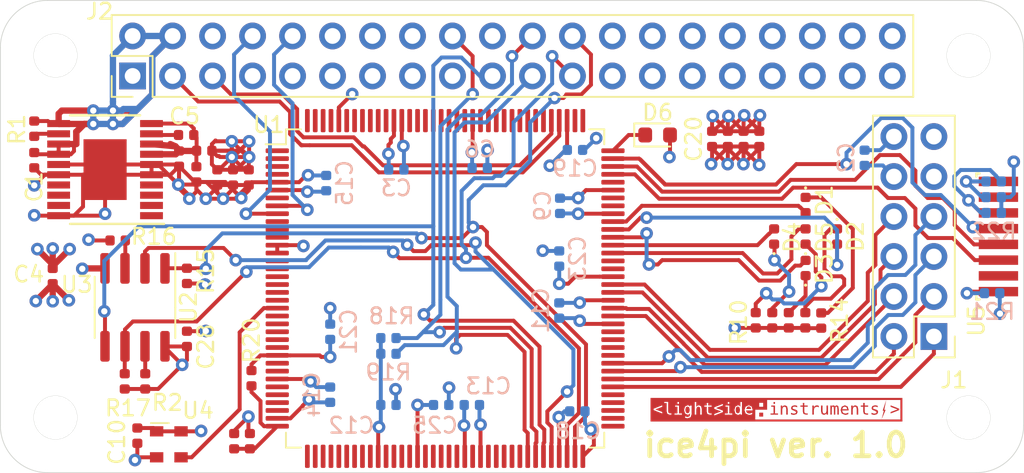
<source format=kicad_pcb>
(kicad_pcb (version 20171130) (host pcbnew 5.0.2+dfsg1-1)
  (layers (0 F.Cu signal hide) (1 In1.Cu power hide) (2 In2.Cu power hide) (31 B.Cu signal) (34 B.Paste user) (35 F.Paste user hide) (36 B.SilkS user) (37 F.SilkS user hide) (38 B.Mask user hide) (39 F.Mask user hide) (44 Edge.Cuts user))
  (net 0 "")
  (net 1 "Net-(U1-Pad1)")
  (net 2 "Net-(U1-Pad2)")
  (net 3 "Net-(U1-Pad3)")
  (net 4 "Net-(U1-Pad4)")
  (net 5 GND)
  (net 6 "Net-(U1-Pad7)")
  (net 7 "Net-(U1-Pad10)")
  (net 8 "Net-(U1-Pad11)")
  (net 9 "Net-(U1-Pad12)")
  (net 10 "Net-(U1-Pad15)")
  (net 11 "Net-(U1-Pad16)")
  (net 12 "Net-(U1-Pad17)")
  (net 13 "Net-(U1-Pad18)")
  (net 14 "Net-(U1-Pad19)")
  (net 15 "Net-(U1-Pad20)")
  (net 16 "Net-(U1-Pad22)")
  (net 17 "Net-(U1-Pad23)")
  (net 18 "Net-(U1-Pad24)")
  (net 19 "Net-(U1-Pad25)")
  (net 20 "Net-(U1-Pad26)")
  (net 21 "Net-(U1-Pad28)")
  (net 22 "Net-(U1-Pad29)")
  (net 23 "Net-(U1-Pad31)")
  (net 24 "Net-(U1-Pad32)")
  (net 25 "Net-(U1-Pad33)")
  (net 26 "Net-(U1-Pad34)")
  (net 27 "Net-(U1-Pad37)")
  (net 28 "Net-(U1-Pad38)")
  (net 29 "Net-(U1-Pad39)")
  (net 30 "Net-(U1-Pad40)")
  (net 31 "Net-(U1-Pad41)")
  (net 32 "Net-(U1-Pad42)")
  (net 33 "Net-(U1-Pad43)")
  (net 34 "Net-(U1-Pad44)")
  (net 35 "Net-(U1-Pad45)")
  (net 36 "Net-(U1-Pad47)")
  (net 37 "Net-(U1-Pad48)")
  (net 38 "Net-(U1-Pad49)")
  (net 39 "Net-(U1-Pad50)")
  (net 40 "Net-(U1-Pad52)")
  (net 41 "Net-(U1-Pad53)")
  (net 42 "Net-(U1-Pad54)")
  (net 43 "Net-(U1-Pad55)")
  (net 44 "Net-(U1-Pad56)")
  (net 45 "Net-(U1-Pad58)")
  (net 46 "Net-(U1-Pad60)")
  (net 47 "Net-(U1-Pad61)")
  (net 48 "Net-(U1-Pad62)")
  (net 49 "Net-(U1-Pad63)")
  (net 50 "Net-(U1-Pad64)")
  (net 51 "Net-(U1-Pad73)")
  (net 52 "Net-(U1-Pad74)")
  (net 53 "Net-(U1-Pad75)")
  (net 54 "Net-(U1-Pad76)")
  (net 55 "Net-(U1-Pad77)")
  (net 56 "Net-(U1-Pad82)")
  (net 57 "Net-(U1-Pad83)")
  (net 58 "Net-(U1-Pad84)")
  (net 59 "Net-(U1-Pad85)")
  (net 60 "Net-(U1-Pad93)")
  (net 61 "Net-(U1-Pad94)")
  (net 62 "Net-(U1-Pad101)")
  (net 63 "Net-(U1-Pad102)")
  (net 64 "Net-(U1-Pad104)")
  (net 65 "Net-(U1-Pad109)")
  (net 66 "Net-(U1-Pad110)")
  (net 67 "Net-(U1-Pad120)")
  (net 68 "Net-(U1-Pad121)")
  (net 69 "Net-(U1-Pad122)")
  (net 70 "Net-(U1-Pad124)")
  (net 71 "Net-(U1-Pad125)")
  (net 72 "Net-(U1-Pad126)")
  (net 73 "Net-(U1-Pad127)")
  (net 74 "Net-(U1-Pad128)")
  (net 75 "Net-(U1-Pad129)")
  (net 76 "Net-(U1-Pad130)")
  (net 77 "Net-(U1-Pad131)")
  (net 78 "Net-(U1-Pad134)")
  (net 79 "Net-(U1-Pad135)")
  (net 80 "Net-(U1-Pad136)")
  (net 81 "Net-(U1-Pad137)")
  (net 82 "Net-(U1-Pad138)")
  (net 83 "Net-(U1-Pad139)")
  (net 84 "Net-(U1-Pad141)")
  (net 85 "Net-(U1-Pad142)")
  (net 86 "Net-(U1-Pad143)")
  (net 87 "Net-(U1-Pad144)")
  (net 88 12MHz)
  (net 89 iCE_CDONE)
  (net 90 iCE_CREST)
  (net 91 iCE_MOSI)
  (net 92 iCE_MISO)
  (net 93 iCE_SCK)
  (net 94 iCE_SS_B)
  (net 95 "Net-(R1-Pad2)")
  (net 96 "Net-(R2-Pad2)")
  (net 97 +3V3)
  (net 98 +5V)
  (net 99 "Net-(C5-Pad2)")
  (net 100 "Net-(C5-Pad1)")
  (net 101 +1V2)
  (net 102 "Net-(C26-Pad1)")
  (net 103 LED4)
  (net 104 "Net-(D1-Pad1)")
  (net 105 "Net-(D2-Pad1)")
  (net 106 LED3)
  (net 107 "Net-(D3-Pad1)")
  (net 108 LED2)
  (net 109 LED1)
  (net 110 "Net-(D4-Pad1)")
  (net 111 "Net-(D5-Pad1)")
  (net 112 LED0)
  (net 113 PIO1_02)
  (net 114 PIO1_03)
  (net 115 PIO1_04)
  (net 116 PIO1_05)
  (net 117 PIO1_06)
  (net 118 PIO1_07)
  (net 119 PIO1_08)
  (net 120 PIO1_09)
  (net 121 "Net-(J2-Pad7)")
  (net 122 "Net-(J2-Pad11)")
  (net 123 "Net-(J2-Pad12)")
  (net 124 "Net-(J2-Pad13)")
  (net 125 "Net-(J2-Pad26)")
  (net 126 "Net-(J2-Pad27)")
  (net 127 "Net-(J2-Pad28)")
  (net 128 "Net-(J2-Pad29)")
  (net 129 "Net-(J2-Pad31)")
  (net 130 "Net-(J2-Pad32)")
  (net 131 "Net-(J2-Pad33)")
  (net 132 "Net-(J2-Pad35)")
  (net 133 "Net-(J2-Pad36)")
  (net 134 "Net-(J2-Pad37)")
  (net 135 "Net-(J2-Pad38)")
  (net 136 "Net-(J2-Pad40)")
  (net 137 "Net-(R16-Pad2)")
  (net 138 PIO0_09)
  (net 139 PIO0_08)
  (net 140 PIO0_07)
  (net 141 PIO0_06)
  (net 142 PIO0_05)
  (net 143 PIO0_04)
  (net 144 PIO0_03)
  (net 145 PIO0_02)
  (net 146 "Net-(D6-Pad1)")
  (net 147 RS232_Tx_TTL)
  (net 148 RS232_Rx_TTL)
  (net 149 IR_SD)
  (net 150 IR_RXD)
  (net 151 IR_TXD)
  (net 152 "Net-(R21-Pad1)")
  (net 153 "Net-(U5-Pad2)")
  (net 154 "Net-(C32-Pad1)")
  (net 155 "Net-(U5-Pad7)")
  (net 156 "Net-(C31-Pad2)")
  (net 157 "Net-(U3-Pad1)")
  (net 158 "Net-(U3-Pad2)")
  (net 159 "Net-(U3-Pad3)")
  (net 160 "Net-(U3-Pad4)")
  (net 161 "Net-(U3-Pad17)")
  (net 162 "Net-(U3-Pad18)")
  (net 163 "Net-(U3-Pad19)")
  (net 164 "Net-(J2-Pad16)")
  (net 165 "Net-(J2-Pad15)")
  (module ice4pi:TFDU4101-TR3 (layer F.Cu) (at 113.4 64 90)
    (fp_text reference U5 (at -5.35 -1.4 270) (layer F.SilkS))
    (fp_text value TFDU4101-TR3)
    (pad 1 smd rect (at -3.5 0 90) (size 0.6 2.5) (layers F.Cu F.Paste F.Mask) (net 152 "Net-(R21-Pad1)"))
    (pad 2 smd rect (at -2.5 0 90) (size 0.6 2.5) (layers F.Cu F.Paste F.Mask) (net 153 "Net-(U5-Pad2)"))
    (pad 3 smd rect (at -1.5 0 90) (size 0.6 2.5) (layers F.Cu F.Paste F.Mask) (net 151 IR_TXD))
    (pad 4 smd rect (at -0.5 0 90) (size 0.6 2.5) (layers F.Cu F.Paste F.Mask) (net 150 IR_RXD))
    (pad 5 smd rect (at 0.5 0 90) (size 0.6 2.5) (layers F.Cu F.Paste F.Mask) (net 149 IR_SD))
    (pad 6 smd rect (at 1.5 0 90) (size 0.6 2.5) (layers F.Cu F.Paste F.Mask) (net 154 "Net-(C32-Pad1)"))
    (pad 7 smd rect (at 2.5 0 90) (size 0.6 2.5) (layers F.Cu F.Paste F.Mask) (net 155 "Net-(U5-Pad7)"))
    (pad 8 smd rect (at 3.5 0 90) (size 0.6 2.5) (layers F.Cu F.Paste F.Mask) (net 156 "Net-(C31-Pad2)"))
  )
  (module Connector_PinHeader_2.54mm:PinHeader_2x20_P2.54mm_Vertical (layer F.Cu) (at 58.4 53.8 90)
    (fp_text reference J2 (at 4.1 -2.1) (layer F.SilkS))
    (fp_text value Raspberry_Pi_2_3)
    (pad 40 thru_hole oval (at 2.54 48.26 90) (size 1.7 1.7) (drill 1) (layers *.Cu *.Mask) (net 136 "Net-(J2-Pad40)"))
    (pad 39 thru_hole oval (at 0 48.26 90) (size 1.7 1.7) (drill 1) (layers *.Cu *.Mask) (net 5 GND))
    (pad 38 thru_hole oval (at 2.54 45.72 90) (size 1.7 1.7) (drill 1) (layers *.Cu *.Mask) (net 135 "Net-(J2-Pad38)"))
    (pad 37 thru_hole oval (at 0 45.72 90) (size 1.7 1.7) (drill 1) (layers *.Cu *.Mask) (net 134 "Net-(J2-Pad37)"))
    (pad 36 thru_hole oval (at 2.54 43.18 90) (size 1.7 1.7) (drill 1) (layers *.Cu *.Mask) (net 133 "Net-(J2-Pad36)"))
    (pad 35 thru_hole oval (at 0 43.18 90) (size 1.7 1.7) (drill 1) (layers *.Cu *.Mask) (net 132 "Net-(J2-Pad35)"))
    (pad 34 thru_hole oval (at 2.54 40.64 90) (size 1.7 1.7) (drill 1) (layers *.Cu *.Mask) (net 5 GND))
    (pad 33 thru_hole oval (at 0 40.64 90) (size 1.7 1.7) (drill 1) (layers *.Cu *.Mask) (net 131 "Net-(J2-Pad33)"))
    (pad 32 thru_hole oval (at 2.54 38.1 90) (size 1.7 1.7) (drill 1) (layers *.Cu *.Mask) (net 130 "Net-(J2-Pad32)"))
    (pad 31 thru_hole oval (at 0 38.1 90) (size 1.7 1.7) (drill 1) (layers *.Cu *.Mask) (net 129 "Net-(J2-Pad31)"))
    (pad 30 thru_hole oval (at 2.54 35.56 90) (size 1.7 1.7) (drill 1) (layers *.Cu *.Mask) (net 5 GND))
    (pad 29 thru_hole oval (at 0 35.56 90) (size 1.7 1.7) (drill 1) (layers *.Cu *.Mask) (net 128 "Net-(J2-Pad29)"))
    (pad 28 thru_hole oval (at 2.54 33.02 90) (size 1.7 1.7) (drill 1) (layers *.Cu *.Mask) (net 127 "Net-(J2-Pad28)"))
    (pad 27 thru_hole oval (at 0 33.02 90) (size 1.7 1.7) (drill 1) (layers *.Cu *.Mask) (net 126 "Net-(J2-Pad27)"))
    (pad 26 thru_hole oval (at 2.54 30.48 90) (size 1.7 1.7) (drill 1) (layers *.Cu *.Mask) (net 125 "Net-(J2-Pad26)"))
    (pad 25 thru_hole oval (at 0 30.48 90) (size 1.7 1.7) (drill 1) (layers *.Cu *.Mask) (net 5 GND))
    (pad 24 thru_hole oval (at 2.54 27.94 90) (size 1.7 1.7) (drill 1) (layers *.Cu *.Mask) (net 94 iCE_SS_B))
    (pad 23 thru_hole oval (at 0 27.94 90) (size 1.7 1.7) (drill 1) (layers *.Cu *.Mask) (net 93 iCE_SCK))
    (pad 22 thru_hole oval (at 2.54 25.4 90) (size 1.7 1.7) (drill 1) (layers *.Cu *.Mask) (net 89 iCE_CDONE))
    (pad 21 thru_hole oval (at 0 25.4 90) (size 1.7 1.7) (drill 1) (layers *.Cu *.Mask) (net 92 iCE_MISO))
    (pad 20 thru_hole oval (at 2.54 22.86 90) (size 1.7 1.7) (drill 1) (layers *.Cu *.Mask) (net 5 GND))
    (pad 19 thru_hole oval (at 0 22.86 90) (size 1.7 1.7) (drill 1) (layers *.Cu *.Mask) (net 91 iCE_MOSI))
    (pad 18 thru_hole oval (at 2.54 20.32 90) (size 1.7 1.7) (drill 1) (layers *.Cu *.Mask) (net 90 iCE_CREST))
    (pad 17 thru_hole oval (at 0 20.32 90) (size 1.7 1.7) (drill 1) (layers *.Cu *.Mask) (net 97 +3V3))
    (pad 16 thru_hole oval (at 2.54 17.78 90) (size 1.7 1.7) (drill 1) (layers *.Cu *.Mask) (net 164 "Net-(J2-Pad16)"))
    (pad 15 thru_hole oval (at 0 17.78 90) (size 1.7 1.7) (drill 1) (layers *.Cu *.Mask) (net 165 "Net-(J2-Pad15)"))
    (pad 14 thru_hole oval (at 2.54 15.24 90) (size 1.7 1.7) (drill 1) (layers *.Cu *.Mask) (net 5 GND))
    (pad 13 thru_hole oval (at 0 15.24 90) (size 1.7 1.7) (drill 1) (layers *.Cu *.Mask) (net 124 "Net-(J2-Pad13)"))
    (pad 12 thru_hole oval (at 2.54 12.7 90) (size 1.7 1.7) (drill 1) (layers *.Cu *.Mask) (net 123 "Net-(J2-Pad12)"))
    (pad 11 thru_hole oval (at 0 12.7 90) (size 1.7 1.7) (drill 1) (layers *.Cu *.Mask) (net 122 "Net-(J2-Pad11)"))
    (pad 10 thru_hole oval (at 2.54 10.16 90) (size 1.7 1.7) (drill 1) (layers *.Cu *.Mask) (net 147 RS232_Tx_TTL))
    (pad 9 thru_hole oval (at 0 10.16 90) (size 1.7 1.7) (drill 1) (layers *.Cu *.Mask) (net 5 GND))
    (pad 8 thru_hole oval (at 2.54 7.62 90) (size 1.7 1.7) (drill 1) (layers *.Cu *.Mask) (net 148 RS232_Rx_TTL))
    (pad 7 thru_hole oval (at 0 7.62 90) (size 1.7 1.7) (drill 1) (layers *.Cu *.Mask) (net 121 "Net-(J2-Pad7)"))
    (pad 6 thru_hole oval (at 2.54 5.08 90) (size 1.7 1.7) (drill 1) (layers *.Cu *.Mask) (net 5 GND))
    (pad 5 thru_hole oval (at 0 5.08 90) (size 1.7 1.7) (drill 1) (layers *.Cu *.Mask) (net 144 PIO0_03))
    (pad 4 thru_hole oval (at 2.54 2.54 90) (size 1.7 1.7) (drill 1) (layers *.Cu *.Mask) (net 98 +5V))
    (pad 3 thru_hole oval (at 0 2.54 90) (size 1.7 1.7) (drill 1) (layers *.Cu *.Mask) (net 145 PIO0_02))
    (pad 2 thru_hole oval (at 2.54 0 90) (size 1.7 1.7) (drill 1) (layers *.Cu *.Mask) (net 98 +5V))
    (pad 1 thru_hole rect (at 0 0 90) (size 1.7 1.7) (drill 1) (layers *.Cu *.Mask) (net 97 +3V3))
  )
  (module Package_QFP:TQFP-144_20x20mm_P0.5mm (layer F.Cu) (at 78.25 67.3)
    (fp_text reference U1 (at -11.2 -10.4) (layer F.SilkS))
    (fp_text value ICE40HX1K-TQ144)
    (pad 144 smd roundrect (at -8.75 -10.6625) (size 0.3 1.475) (layers F.Cu F.Paste F.Mask) (net 87 "Net-(U1-Pad144)"))
    (pad 143 smd roundrect (at -8.25 -10.6625) (size 0.3 1.475) (layers F.Cu F.Paste F.Mask) (net 86 "Net-(U1-Pad143)"))
    (pad 142 smd roundrect (at -7.75 -10.6625) (size 0.3 1.475) (layers F.Cu F.Paste F.Mask) (net 85 "Net-(U1-Pad142)"))
    (pad 141 smd roundrect (at -7.25 -10.6625) (size 0.3 1.475) (layers F.Cu F.Paste F.Mask) (net 84 "Net-(U1-Pad141)"))
    (pad 140 smd roundrect (at -6.75 -10.6625) (size 0.3 1.475) (layers F.Cu F.Paste F.Mask) (net 5 GND))
    (pad 139 smd roundrect (at -6.25 -10.6625) (size 0.3 1.475) (layers F.Cu F.Paste F.Mask) (net 83 "Net-(U1-Pad139)"))
    (pad 138 smd roundrect (at -5.75 -10.6625) (size 0.3 1.475) (layers F.Cu F.Paste F.Mask) (net 82 "Net-(U1-Pad138)"))
    (pad 137 smd roundrect (at -5.25 -10.6625) (size 0.3 1.475) (layers F.Cu F.Paste F.Mask) (net 81 "Net-(U1-Pad137)"))
    (pad 136 smd roundrect (at -4.75 -10.6625) (size 0.3 1.475) (layers F.Cu F.Paste F.Mask) (net 80 "Net-(U1-Pad136)"))
    (pad 135 smd roundrect (at -4.25 -10.6625) (size 0.3 1.475) (layers F.Cu F.Paste F.Mask) (net 79 "Net-(U1-Pad135)"))
    (pad 134 smd roundrect (at -3.75 -10.6625) (size 0.3 1.475) (layers F.Cu F.Paste F.Mask) (net 78 "Net-(U1-Pad134)"))
    (pad 133 smd roundrect (at -3.25 -10.6625) (size 0.3 1.475) (layers F.Cu F.Paste F.Mask) (net 97 +3V3))
    (pad 132 smd roundrect (at -2.75 -10.6625) (size 0.3 1.475) (layers F.Cu F.Paste F.Mask) (net 5 GND))
    (pad 131 smd roundrect (at -2.25 -10.6625) (size 0.3 1.475) (layers F.Cu F.Paste F.Mask) (net 77 "Net-(U1-Pad131)"))
    (pad 130 smd roundrect (at -1.75 -10.6625) (size 0.3 1.475) (layers F.Cu F.Paste F.Mask) (net 76 "Net-(U1-Pad130)"))
    (pad 129 smd roundrect (at -1.25 -10.6625) (size 0.3 1.475) (layers F.Cu F.Paste F.Mask) (net 75 "Net-(U1-Pad129)"))
    (pad 128 smd roundrect (at -0.75 -10.6625) (size 0.3 1.475) (layers F.Cu F.Paste F.Mask) (net 74 "Net-(U1-Pad128)"))
    (pad 127 smd roundrect (at -0.25 -10.6625) (size 0.3 1.475) (layers F.Cu F.Paste F.Mask) (net 73 "Net-(U1-Pad127)"))
    (pad 126 smd roundrect (at 0.25 -10.6625) (size 0.3 1.475) (layers F.Cu F.Paste F.Mask) (net 72 "Net-(U1-Pad126)"))
    (pad 125 smd roundrect (at 0.75 -10.6625) (size 0.3 1.475) (layers F.Cu F.Paste F.Mask) (net 71 "Net-(U1-Pad125)"))
    (pad 124 smd roundrect (at 1.25 -10.6625) (size 0.3 1.475) (layers F.Cu F.Paste F.Mask) (net 70 "Net-(U1-Pad124)"))
    (pad 123 smd roundrect (at 1.75 -10.6625) (size 0.3 1.475) (layers F.Cu F.Paste F.Mask) (net 97 +3V3))
    (pad 122 smd roundrect (at 2.25 -10.6625) (size 0.3 1.475) (layers F.Cu F.Paste F.Mask) (net 69 "Net-(U1-Pad122)"))
    (pad 121 smd roundrect (at 2.75 -10.6625) (size 0.3 1.475) (layers F.Cu F.Paste F.Mask) (net 68 "Net-(U1-Pad121)"))
    (pad 120 smd roundrect (at 3.25 -10.6625) (size 0.3 1.475) (layers F.Cu F.Paste F.Mask) (net 67 "Net-(U1-Pad120)"))
    (pad 119 smd roundrect (at 3.75 -10.6625) (size 0.3 1.475) (layers F.Cu F.Paste F.Mask) (net 138 PIO0_09))
    (pad 118 smd roundrect (at 4.25 -10.6625) (size 0.3 1.475) (layers F.Cu F.Paste F.Mask) (net 139 PIO0_08))
    (pad 117 smd roundrect (at 4.75 -10.6625) (size 0.3 1.475) (layers F.Cu F.Paste F.Mask) (net 140 PIO0_07))
    (pad 116 smd roundrect (at 5.25 -10.6625) (size 0.3 1.475) (layers F.Cu F.Paste F.Mask) (net 141 PIO0_06))
    (pad 115 smd roundrect (at 5.75 -10.6625) (size 0.3 1.475) (layers F.Cu F.Paste F.Mask) (net 142 PIO0_05))
    (pad 114 smd roundrect (at 6.25 -10.6625) (size 0.3 1.475) (layers F.Cu F.Paste F.Mask) (net 143 PIO0_04))
    (pad 113 smd roundrect (at 6.75 -10.6625) (size 0.3 1.475) (layers F.Cu F.Paste F.Mask) (net 144 PIO0_03))
    (pad 112 smd roundrect (at 7.25 -10.6625) (size 0.3 1.475) (layers F.Cu F.Paste F.Mask) (net 145 PIO0_02))
    (pad 111 smd roundrect (at 7.75 -10.6625) (size 0.3 1.475) (layers F.Cu F.Paste F.Mask) (net 101 +1V2))
    (pad 110 smd roundrect (at 8.25 -10.6625) (size 0.3 1.475) (layers F.Cu F.Paste F.Mask) (net 66 "Net-(U1-Pad110)"))
    (pad 109 smd roundrect (at 8.75 -10.6625) (size 0.3 1.475) (layers F.Cu F.Paste F.Mask) (net 65 "Net-(U1-Pad109)"))
    (pad 108 smd roundrect (at 10.6625 -8.75) (size 1.475 0.3) (layers F.Cu F.Paste F.Mask) (net 146 "Net-(D6-Pad1)"))
    (pad 107 smd roundrect (at 10.6625 -8.25) (size 1.475 0.3) (layers F.Cu F.Paste F.Mask) (net 149 IR_SD))
    (pad 106 smd roundrect (at 10.6625 -7.75) (size 1.475 0.3) (layers F.Cu F.Paste F.Mask) (net 150 IR_RXD))
    (pad 105 smd roundrect (at 10.6625 -7.25) (size 1.475 0.3) (layers F.Cu F.Paste F.Mask) (net 151 IR_TXD))
    (pad 104 smd roundrect (at 10.6625 -6.75) (size 1.475 0.3) (layers F.Cu F.Paste F.Mask) (net 64 "Net-(U1-Pad104)"))
    (pad 103 smd roundrect (at 10.6625 -6.25) (size 1.475 0.3) (layers F.Cu F.Paste F.Mask) (net 5 GND))
    (pad 102 smd roundrect (at 10.6625 -5.75) (size 1.475 0.3) (layers F.Cu F.Paste F.Mask) (net 63 "Net-(U1-Pad102)"))
    (pad 101 smd roundrect (at 10.6625 -5.25) (size 1.475 0.3) (layers F.Cu F.Paste F.Mask) (net 62 "Net-(U1-Pad101)"))
    (pad 100 smd roundrect (at 10.6625 -4.75) (size 1.475 0.3) (layers F.Cu F.Paste F.Mask) (net 97 +3V3))
    (pad 99 smd roundrect (at 10.6625 -4.25) (size 1.475 0.3) (layers F.Cu F.Paste F.Mask) (net 112 LED0))
    (pad 98 smd roundrect (at 10.6625 -3.75) (size 1.475 0.3) (layers F.Cu F.Paste F.Mask) (net 109 LED1))
    (pad 97 smd roundrect (at 10.6625 -3.25) (size 1.475 0.3) (layers F.Cu F.Paste F.Mask) (net 108 LED2))
    (pad 96 smd roundrect (at 10.6625 -2.75) (size 1.475 0.3) (layers F.Cu F.Paste F.Mask) (net 106 LED3))
    (pad 95 smd roundrect (at 10.6625 -2.25) (size 1.475 0.3) (layers F.Cu F.Paste F.Mask) (net 103 LED4))
    (pad 94 smd roundrect (at 10.6625 -1.75) (size 1.475 0.3) (layers F.Cu F.Paste F.Mask) (net 61 "Net-(U1-Pad94)"))
    (pad 93 smd roundrect (at 10.6625 -1.25) (size 1.475 0.3) (layers F.Cu F.Paste F.Mask) (net 60 "Net-(U1-Pad93)"))
    (pad 92 smd roundrect (at 10.6625 -0.75) (size 1.475 0.3) (layers F.Cu F.Paste F.Mask) (net 101 +1V2))
    (pad 91 smd roundrect (at 10.6625 -0.25) (size 1.475 0.3) (layers F.Cu F.Paste F.Mask) (net 120 PIO1_09))
    (pad 90 smd roundrect (at 10.6625 0.25) (size 1.475 0.3) (layers F.Cu F.Paste F.Mask) (net 119 PIO1_08))
    (pad 89 smd roundrect (at 10.6625 0.75) (size 1.475 0.3) (layers F.Cu F.Paste F.Mask) (net 97 +3V3))
    (pad 88 smd roundrect (at 10.6625 1.25) (size 1.475 0.3) (layers F.Cu F.Paste F.Mask) (net 118 PIO1_07))
    (pad 87 smd roundrect (at 10.6625 1.75) (size 1.475 0.3) (layers F.Cu F.Paste F.Mask) (net 117 PIO1_06))
    (pad 86 smd roundrect (at 10.6625 2.25) (size 1.475 0.3) (layers F.Cu F.Paste F.Mask) (net 5 GND))
    (pad 85 smd roundrect (at 10.6625 2.75) (size 1.475 0.3) (layers F.Cu F.Paste F.Mask) (net 59 "Net-(U1-Pad85)"))
    (pad 84 smd roundrect (at 10.6625 3.25) (size 1.475 0.3) (layers F.Cu F.Paste F.Mask) (net 58 "Net-(U1-Pad84)"))
    (pad 83 smd roundrect (at 10.6625 3.75) (size 1.475 0.3) (layers F.Cu F.Paste F.Mask) (net 57 "Net-(U1-Pad83)"))
    (pad 82 smd roundrect (at 10.6625 4.25) (size 1.475 0.3) (layers F.Cu F.Paste F.Mask) (net 56 "Net-(U1-Pad82)"))
    (pad 81 smd roundrect (at 10.6625 4.75) (size 1.475 0.3) (layers F.Cu F.Paste F.Mask) (net 116 PIO1_05))
    (pad 80 smd roundrect (at 10.6625 5.25) (size 1.475 0.3) (layers F.Cu F.Paste F.Mask) (net 115 PIO1_04))
    (pad 79 smd roundrect (at 10.6625 5.75) (size 1.475 0.3) (layers F.Cu F.Paste F.Mask) (net 114 PIO1_03))
    (pad 78 smd roundrect (at 10.6625 6.25) (size 1.475 0.3) (layers F.Cu F.Paste F.Mask) (net 113 PIO1_02))
    (pad 77 smd roundrect (at 10.6625 6.75) (size 1.475 0.3) (layers F.Cu F.Paste F.Mask) (net 55 "Net-(U1-Pad77)"))
    (pad 76 smd roundrect (at 10.6625 7.25) (size 1.475 0.3) (layers F.Cu F.Paste F.Mask) (net 54 "Net-(U1-Pad76)"))
    (pad 75 smd roundrect (at 10.6625 7.75) (size 1.475 0.3) (layers F.Cu F.Paste F.Mask) (net 53 "Net-(U1-Pad75)"))
    (pad 74 smd roundrect (at 10.6625 8.25) (size 1.475 0.3) (layers F.Cu F.Paste F.Mask) (net 52 "Net-(U1-Pad74)"))
    (pad 73 smd roundrect (at 10.6625 8.75) (size 1.475 0.3) (layers F.Cu F.Paste F.Mask) (net 51 "Net-(U1-Pad73)"))
    (pad 72 smd roundrect (at 8.75 10.6625) (size 0.3 1.475) (layers F.Cu F.Paste F.Mask) (net 97 +3V3))
    (pad 71 smd roundrect (at 8.25 10.6625) (size 0.3 1.475) (layers F.Cu F.Paste F.Mask) (net 94 iCE_SS_B))
    (pad 70 smd roundrect (at 7.75 10.6625) (size 0.3 1.475) (layers F.Cu F.Paste F.Mask) (net 93 iCE_SCK))
    (pad 69 smd roundrect (at 7.25 10.6625) (size 0.3 1.475) (layers F.Cu F.Paste F.Mask) (net 5 GND))
    (pad 68 smd roundrect (at 6.75 10.6625) (size 0.3 1.475) (layers F.Cu F.Paste F.Mask) (net 92 iCE_MISO))
    (pad 67 smd roundrect (at 6.25 10.6625) (size 0.3 1.475) (layers F.Cu F.Paste F.Mask) (net 91 iCE_MOSI))
    (pad 66 smd roundrect (at 5.75 10.6625) (size 0.3 1.475) (layers F.Cu F.Paste F.Mask) (net 90 iCE_CREST))
    (pad 65 smd roundrect (at 5.25 10.6625) (size 0.3 1.475) (layers F.Cu F.Paste F.Mask) (net 89 iCE_CDONE))
    (pad 64 smd roundrect (at 4.75 10.6625) (size 0.3 1.475) (layers F.Cu F.Paste F.Mask) (net 50 "Net-(U1-Pad64)"))
    (pad 63 smd roundrect (at 4.25 10.6625) (size 0.3 1.475) (layers F.Cu F.Paste F.Mask) (net 49 "Net-(U1-Pad63)"))
    (pad 62 smd roundrect (at 3.75 10.6625) (size 0.3 1.475) (layers F.Cu F.Paste F.Mask) (net 48 "Net-(U1-Pad62)"))
    (pad 61 smd roundrect (at 3.25 10.6625) (size 0.3 1.475) (layers F.Cu F.Paste F.Mask) (net 47 "Net-(U1-Pad61)"))
    (pad 60 smd roundrect (at 2.75 10.6625) (size 0.3 1.475) (layers F.Cu F.Paste F.Mask) (net 46 "Net-(U1-Pad60)"))
    (pad 59 smd roundrect (at 2.25 10.6625) (size 0.3 1.475) (layers F.Cu F.Paste F.Mask) (net 5 GND))
    (pad 58 smd roundrect (at 1.75 10.6625) (size 0.3 1.475) (layers F.Cu F.Paste F.Mask) (net 45 "Net-(U1-Pad58)"))
    (pad 57 smd roundrect (at 1.25 10.6625) (size 0.3 1.475) (layers F.Cu F.Paste F.Mask) (net 97 +3V3))
    (pad 56 smd roundrect (at 0.75 10.6625) (size 0.3 1.475) (layers F.Cu F.Paste F.Mask) (net 44 "Net-(U1-Pad56)"))
    (pad 55 smd roundrect (at 0.25 10.6625) (size 0.3 1.475) (layers F.Cu F.Paste F.Mask) (net 43 "Net-(U1-Pad55)"))
    (pad 54 smd roundrect (at -0.25 10.6625) (size 0.3 1.475) (layers F.Cu F.Paste F.Mask) (net 42 "Net-(U1-Pad54)"))
    (pad 53 smd roundrect (at -0.75 10.6625) (size 0.3 1.475) (layers F.Cu F.Paste F.Mask) (net 41 "Net-(U1-Pad53)"))
    (pad 52 smd roundrect (at -1.25 10.6625) (size 0.3 1.475) (layers F.Cu F.Paste F.Mask) (net 40 "Net-(U1-Pad52)"))
    (pad 51 smd roundrect (at -1.75 10.6625) (size 0.3 1.475) (layers F.Cu F.Paste F.Mask) (net 101 +1V2))
    (pad 50 smd roundrect (at -2.25 10.6625) (size 0.3 1.475) (layers F.Cu F.Paste F.Mask) (net 39 "Net-(U1-Pad50)"))
    (pad 49 smd roundrect (at -2.75 10.6625) (size 0.3 1.475) (layers F.Cu F.Paste F.Mask) (net 38 "Net-(U1-Pad49)"))
    (pad 48 smd roundrect (at -3.25 10.6625) (size 0.3 1.475) (layers F.Cu F.Paste F.Mask) (net 37 "Net-(U1-Pad48)"))
    (pad 47 smd roundrect (at -3.75 10.6625) (size 0.3 1.475) (layers F.Cu F.Paste F.Mask) (net 36 "Net-(U1-Pad47)"))
    (pad 46 smd roundrect (at -4.25 10.6625) (size 0.3 1.475) (layers F.Cu F.Paste F.Mask) (net 97 +3V3))
    (pad 45 smd roundrect (at -4.75 10.6625) (size 0.3 1.475) (layers F.Cu F.Paste F.Mask) (net 35 "Net-(U1-Pad45)"))
    (pad 44 smd roundrect (at -5.25 10.6625) (size 0.3 1.475) (layers F.Cu F.Paste F.Mask) (net 34 "Net-(U1-Pad44)"))
    (pad 43 smd roundrect (at -5.75 10.6625) (size 0.3 1.475) (layers F.Cu F.Paste F.Mask) (net 33 "Net-(U1-Pad43)"))
    (pad 42 smd roundrect (at -6.25 10.6625) (size 0.3 1.475) (layers F.Cu F.Paste F.Mask) (net 32 "Net-(U1-Pad42)"))
    (pad 41 smd roundrect (at -6.75 10.6625) (size 0.3 1.475) (layers F.Cu F.Paste F.Mask) (net 31 "Net-(U1-Pad41)"))
    (pad 40 smd roundrect (at -7.25 10.6625) (size 0.3 1.475) (layers F.Cu F.Paste F.Mask) (net 30 "Net-(U1-Pad40)"))
    (pad 39 smd roundrect (at -7.75 10.6625) (size 0.3 1.475) (layers F.Cu F.Paste F.Mask) (net 29 "Net-(U1-Pad39)"))
    (pad 38 smd roundrect (at -8.25 10.6625) (size 0.3 1.475) (layers F.Cu F.Paste F.Mask) (net 28 "Net-(U1-Pad38)"))
    (pad 37 smd roundrect (at -8.75 10.6625) (size 0.3 1.475) (layers F.Cu F.Paste F.Mask) (net 27 "Net-(U1-Pad37)"))
    (pad 36 smd roundrect (at -10.6625 8.75) (size 1.475 0.3) (layers F.Cu F.Paste F.Mask) (net 102 "Net-(C26-Pad1)"))
    (pad 35 smd roundrect (at -10.6625 8.25) (size 1.475 0.3) (layers F.Cu F.Paste F.Mask) (net 5 GND))
    (pad 34 smd roundrect (at -10.6625 7.75) (size 1.475 0.3) (layers F.Cu F.Paste F.Mask) (net 26 "Net-(U1-Pad34)"))
    (pad 33 smd roundrect (at -10.6625 7.25) (size 1.475 0.3) (layers F.Cu F.Paste F.Mask) (net 25 "Net-(U1-Pad33)"))
    (pad 32 smd roundrect (at -10.6625 6.75) (size 1.475 0.3) (layers F.Cu F.Paste F.Mask) (net 24 "Net-(U1-Pad32)"))
    (pad 31 smd roundrect (at -10.6625 6.25) (size 1.475 0.3) (layers F.Cu F.Paste F.Mask) (net 23 "Net-(U1-Pad31)"))
    (pad 30 smd roundrect (at -10.6625 5.75) (size 1.475 0.3) (layers F.Cu F.Paste F.Mask) (net 97 +3V3))
    (pad 29 smd roundrect (at -10.6625 5.25) (size 1.475 0.3) (layers F.Cu F.Paste F.Mask) (net 22 "Net-(U1-Pad29)"))
    (pad 28 smd roundrect (at -10.6625 4.75) (size 1.475 0.3) (layers F.Cu F.Paste F.Mask) (net 21 "Net-(U1-Pad28)"))
    (pad 27 smd roundrect (at -10.6625 4.25) (size 1.475 0.3) (layers F.Cu F.Paste F.Mask) (net 101 +1V2))
    (pad 26 smd roundrect (at -10.6625 3.75) (size 1.475 0.3) (layers F.Cu F.Paste F.Mask) (net 20 "Net-(U1-Pad26)"))
    (pad 25 smd roundrect (at -10.6625 3.25) (size 1.475 0.3) (layers F.Cu F.Paste F.Mask) (net 19 "Net-(U1-Pad25)"))
    (pad 24 smd roundrect (at -10.6625 2.75) (size 1.475 0.3) (layers F.Cu F.Paste F.Mask) (net 18 "Net-(U1-Pad24)"))
    (pad 23 smd roundrect (at -10.6625 2.25) (size 1.475 0.3) (layers F.Cu F.Paste F.Mask) (net 17 "Net-(U1-Pad23)"))
    (pad 22 smd roundrect (at -10.6625 1.75) (size 1.475 0.3) (layers F.Cu F.Paste F.Mask) (net 16 "Net-(U1-Pad22)"))
    (pad 21 smd roundrect (at -10.6625 1.25) (size 1.475 0.3) (layers F.Cu F.Paste F.Mask) (net 88 12MHz))
    (pad 20 smd roundrect (at -10.6625 0.75) (size 1.475 0.3) (layers F.Cu F.Paste F.Mask) (net 15 "Net-(U1-Pad20)"))
    (pad 19 smd roundrect (at -10.6625 0.25) (size 1.475 0.3) (layers F.Cu F.Paste F.Mask) (net 14 "Net-(U1-Pad19)"))
    (pad 18 smd roundrect (at -10.6625 -0.25) (size 1.475 0.3) (layers F.Cu F.Paste F.Mask) (net 13 "Net-(U1-Pad18)"))
    (pad 17 smd roundrect (at -10.6625 -0.75) (size 1.475 0.3) (layers F.Cu F.Paste F.Mask) (net 12 "Net-(U1-Pad17)"))
    (pad 16 smd roundrect (at -10.6625 -1.25) (size 1.475 0.3) (layers F.Cu F.Paste F.Mask) (net 11 "Net-(U1-Pad16)"))
    (pad 15 smd roundrect (at -10.6625 -1.75) (size 1.475 0.3) (layers F.Cu F.Paste F.Mask) (net 10 "Net-(U1-Pad15)"))
    (pad 14 smd roundrect (at -10.6625 -2.25) (size 1.475 0.3) (layers F.Cu F.Paste F.Mask) (net 5 GND))
    (pad 13 smd roundrect (at -10.6625 -2.75) (size 1.475 0.3) (layers F.Cu F.Paste F.Mask) (net 5 GND))
    (pad 12 smd roundrect (at -10.6625 -3.25) (size 1.475 0.3) (layers F.Cu F.Paste F.Mask) (net 9 "Net-(U1-Pad12)"))
    (pad 11 smd roundrect (at -10.6625 -3.75) (size 1.475 0.3) (layers F.Cu F.Paste F.Mask) (net 8 "Net-(U1-Pad11)"))
    (pad 10 smd roundrect (at -10.6625 -4.25) (size 1.475 0.3) (layers F.Cu F.Paste F.Mask) (net 7 "Net-(U1-Pad10)"))
    (pad 9 smd roundrect (at -10.6625 -4.75) (size 1.475 0.3) (layers F.Cu F.Paste F.Mask) (net 148 RS232_Rx_TTL))
    (pad 8 smd roundrect (at -10.6625 -5.25) (size 1.475 0.3) (layers F.Cu F.Paste F.Mask) (net 147 RS232_Tx_TTL))
    (pad 7 smd roundrect (at -10.6625 -5.75) (size 1.475 0.3) (layers F.Cu F.Paste F.Mask) (net 6 "Net-(U1-Pad7)"))
    (pad 6 smd roundrect (at -10.6625 -6.25) (size 1.475 0.3) (layers F.Cu F.Paste F.Mask) (net 97 +3V3))
    (pad 5 smd roundrect (at -10.6625 -6.75) (size 1.475 0.3) (layers F.Cu F.Paste F.Mask) (net 5 GND))
    (pad 4 smd roundrect (at -10.6625 -7.25) (size 1.475 0.3) (layers F.Cu F.Paste F.Mask) (net 4 "Net-(U1-Pad4)"))
    (pad 3 smd roundrect (at -10.6625 -7.75) (size 1.475 0.3) (layers F.Cu F.Paste F.Mask) (net 3 "Net-(U1-Pad3)"))
    (pad 2 smd roundrect (at -10.6625 -8.25) (size 1.475 0.3) (layers F.Cu F.Paste F.Mask) (net 2 "Net-(U1-Pad2)"))
    (pad 1 smd roundrect (at -10.6625 -8.75) (size 1.475 0.3) (layers F.Cu F.Paste F.Mask) (net 1 "Net-(U1-Pad1)"))
  )
  (module Capacitor_SMD:C_0402_1005Metric (layer B.Cu) (at 86.5 58.5)
    (fp_text reference C19 (at 0 1.17) (layer B.SilkS) (effects (justify mirror)))
    (fp_text value 0.1uF)
    (pad 2 smd roundrect (at 0.485 0) (size 0.59 0.64) (layers B.Cu B.Paste B.Mask) (net 5 GND))
    (pad 1 smd roundrect (at -0.485 0) (size 0.59 0.64) (layers B.Cu B.Paste B.Mask) (net 101 +1V2))
  )
  (module ice4pi:PinSocket_2x06_P2.54mm_Vertical_1to6_7to12 (layer F.Cu) (at 109.3 70.35 180)
    (fp_text reference J1 (at -1.27 -2.77 180) (layer F.SilkS))
    (fp_text value "Pmod 2x6")
    (pad 12 thru_hole oval (at 2.54 12.7 180) (size 1.7 1.7) (drill 1) (layers *.Cu *.Mask) (net 97 +3V3))
    (pad 6 thru_hole oval (at 0 12.7 180) (size 1.7 1.7) (drill 1) (layers *.Cu *.Mask) (net 97 +3V3))
    (pad 11 thru_hole oval (at 2.54 10.16 180) (size 1.7 1.7) (drill 1) (layers *.Cu *.Mask) (net 5 GND))
    (pad 5 thru_hole oval (at 0 10.16 180) (size 1.7 1.7) (drill 1) (layers *.Cu *.Mask) (net 5 GND))
    (pad 10 thru_hole oval (at 2.54 7.62 180) (size 1.7 1.7) (drill 1) (layers *.Cu *.Mask) (net 120 PIO1_09))
    (pad 4 thru_hole oval (at 0 7.62 180) (size 1.7 1.7) (drill 1) (layers *.Cu *.Mask) (net 116 PIO1_05))
    (pad 9 thru_hole oval (at 2.54 5.08 180) (size 1.7 1.7) (drill 1) (layers *.Cu *.Mask) (net 119 PIO1_08))
    (pad 3 thru_hole oval (at 0 5.08 180) (size 1.7 1.7) (drill 1) (layers *.Cu *.Mask) (net 115 PIO1_04))
    (pad 8 thru_hole oval (at 2.54 2.54 180) (size 1.7 1.7) (drill 1) (layers *.Cu *.Mask) (net 118 PIO1_07))
    (pad 2 thru_hole oval (at 0 2.54 180) (size 1.7 1.7) (drill 1) (layers *.Cu *.Mask) (net 114 PIO1_03))
    (pad 7 thru_hole oval (at 2.54 0 180) (size 1.7 1.7) (drill 1) (layers *.Cu *.Mask) (net 117 PIO1_06))
    (pad 1 thru_hole rect (at 0 0 180) (size 1.7 1.7) (drill 1) (layers *.Cu *.Mask) (net 113 PIO1_02))
  )
  (module Capacitor_SMD:C_0402_1005Metric (layer B.Cu) (at 113.1 61.5 180)
    (fp_text reference C31 hide)
    (fp_text value 4.7uF)
    (pad 1 smd roundrect (at -0.485 0 180) (size 0.59 0.64) (layers B.Cu B.Paste B.Mask) (net 97 +3V3))
    (pad 2 smd roundrect (at 0.485 0 180) (size 0.59 0.64) (layers B.Cu B.Paste B.Mask) (net 156 "Net-(C31-Pad2)"))
  )
  (module Capacitor_SMD:C_0402_1005Metric (layer F.Cu) (at 65.85 77 90)
    (fp_text reference C30 hide)
    (fp_text value 10uF)
    (pad 1 smd roundrect (at -0.485 0 90) (size 0.59 0.64) (layers F.Cu F.Paste F.Mask) (net 102 "Net-(C26-Pad1)"))
    (pad 2 smd roundrect (at 0.485 0 90) (size 0.59 0.64) (layers F.Cu F.Paste F.Mask) (net 5 GND))
  )
  (module Capacitor_SMD:C_0402_1005Metric (layer B.Cu) (at 113.1 60.5 180)
    (fp_text reference C32 hide)
    (fp_text value 0.1uF)
    (pad 2 smd roundrect (at 0.485 0 180) (size 0.59 0.64) (layers B.Cu B.Paste B.Mask) (net 156 "Net-(C31-Pad2)"))
    (pad 1 smd roundrect (at -0.485 0 180) (size 0.59 0.64) (layers B.Cu B.Paste B.Mask) (net 154 "Net-(C32-Pad1)"))
  )
  (module Resistor_SMD:R_0402_1005Metric (layer B.Cu) (at 113 67.6)
    (fp_text reference R21 (at 0 1.17) (layer B.SilkS) (effects (justify mirror)))
    (fp_text value 47)
    (pad 1 smd roundrect (at -0.485 0) (size 0.59 0.64) (layers B.Cu B.Paste B.Mask) (net 152 "Net-(R21-Pad1)"))
    (pad 2 smd roundrect (at 0.485 0) (size 0.59 0.64) (layers B.Cu B.Paste B.Mask) (net 97 +3V3))
  )
  (module Resistor_SMD:R_0402_1005Metric (layer B.Cu) (at 113.1 62.5)
    (fp_text reference R22 (at 0 1.17) (layer B.SilkS) (effects (justify mirror)))
    (fp_text value 47)
    (pad 2 smd roundrect (at 0.485 0) (size 0.59 0.64) (layers B.Cu B.Paste B.Mask) (net 97 +3V3))
    (pad 1 smd roundrect (at -0.485 0) (size 0.59 0.64) (layers B.Cu B.Paste B.Mask) (net 154 "Net-(C32-Pad1)"))
  )
  (module ice4pi:TSSOP-20_4.4x6.5mm_P0.65mm (layer F.Cu) (at 56.65 59.75 180)
    (fp_text reference U3 (at 1.8 -7.3 180) (layer F.SilkS))
    (fp_text value LT3030)
    (pad 1 smd rect (at -2.95 -2.925 180) (size 1.45 0.45) (layers F.Cu F.Paste F.Mask) (net 157 "Net-(U3-Pad1)"))
    (pad 2 smd rect (at -2.95 -2.275 180) (size 1.45 0.45) (layers F.Cu F.Paste F.Mask) (net 158 "Net-(U3-Pad2)"))
    (pad 3 smd rect (at -2.95 -1.625 180) (size 1.45 0.45) (layers F.Cu F.Paste F.Mask) (net 159 "Net-(U3-Pad3)"))
    (pad 4 smd rect (at -2.95 -0.975 180) (size 1.45 0.45) (layers F.Cu F.Paste F.Mask) (net 160 "Net-(U3-Pad4)"))
    (pad 5 smd rect (at -2.95 -0.325 180) (size 1.45 0.45) (layers F.Cu F.Paste F.Mask) (net 5 GND))
    (pad 6 smd rect (at -2.95 0.325 180) (size 1.45 0.45) (layers F.Cu F.Paste F.Mask) (net 5 GND))
    (pad 7 smd rect (at -2.95 0.975 180) (size 1.45 0.45) (layers F.Cu F.Paste F.Mask) (net 100 "Net-(C5-Pad1)"))
    (pad 8 smd rect (at -2.95 1.625 180) (size 1.45 0.45) (layers F.Cu F.Paste F.Mask) (net 100 "Net-(C5-Pad1)"))
    (pad 9 smd rect (at -2.95 2.275 180) (size 1.45 0.45) (layers F.Cu F.Paste F.Mask) (net 99 "Net-(C5-Pad2)"))
    (pad 10 smd rect (at -2.95 2.925 180) (size 1.45 0.45) (layers F.Cu F.Paste F.Mask) (net 100 "Net-(C5-Pad1)"))
    (pad 11 smd rect (at 2.95 2.925 180) (size 1.45 0.45) (layers F.Cu F.Paste F.Mask) (net 98 +5V))
    (pad 12 smd rect (at 2.95 2.275 180) (size 1.45 0.45) (layers F.Cu F.Paste F.Mask) (net 95 "Net-(R1-Pad2)"))
    (pad 13 smd rect (at 2.95 1.625 180) (size 1.45 0.45) (layers F.Cu F.Paste F.Mask) (net 98 +5V))
    (pad 14 smd rect (at 2.95 0.975 180) (size 1.45 0.45) (layers F.Cu F.Paste F.Mask) (net 98 +5V))
    (pad 15 smd rect (at 2.95 0.325 180) (size 1.45 0.45) (layers F.Cu F.Paste F.Mask) (net 5 GND))
    (pad 16 smd rect (at 2.95 -0.325 180) (size 1.45 0.45) (layers F.Cu F.Paste F.Mask) (net 5 GND))
    (pad 17 smd rect (at 2.95 -0.975 180) (size 1.45 0.45) (layers F.Cu F.Paste F.Mask) (net 161 "Net-(U3-Pad17)"))
    (pad 18 smd rect (at 2.95 -1.625 180) (size 1.45 0.45) (layers F.Cu F.Paste F.Mask) (net 162 "Net-(U3-Pad18)"))
    (pad 19 smd rect (at 2.95 -2.275 180) (size 1.45 0.45) (layers F.Cu F.Paste F.Mask) (net 163 "Net-(U3-Pad19)"))
    (pad 20 smd rect (at 2.95 -2.925 180) (size 1.45 0.45) (layers F.Cu F.Paste F.Mask) (net 5 GND))
    (pad 21 smd rect (at 0 0 180) (size 2.74 3.86) (layers F.Cu F.Paste F.Mask) (net 5 GND))
  )
  (module Package_SO:SOIC-8_3.9x4.9mm_P1.27mm (layer F.Cu) (at 58.55 68.5 270)
    (fp_text reference U2 (at 0 -3.4 270) (layer F.SilkS))
    (fp_text value N25Q032A13ESC40F)
    (pad 1 smd roundrect (at -2.475 -1.905 270) (size 1.95 0.6) (layers F.Cu F.Paste F.Mask) (net 94 iCE_SS_B))
    (pad 2 smd roundrect (at -2.475 -0.635 270) (size 1.95 0.6) (layers F.Cu F.Paste F.Mask) (net 92 iCE_MISO))
    (pad 3 smd roundrect (at -2.475 0.635 270) (size 1.95 0.6) (layers F.Cu F.Paste F.Mask) (net 137 "Net-(R16-Pad2)"))
    (pad 4 smd roundrect (at -2.475 1.905 270) (size 1.95 0.6) (layers F.Cu F.Paste F.Mask) (net 5 GND))
    (pad 5 smd roundrect (at 2.475 1.905 270) (size 1.95 0.6) (layers F.Cu F.Paste F.Mask) (net 91 iCE_MOSI))
    (pad 6 smd roundrect (at 2.475 0.635 270) (size 1.95 0.6) (layers F.Cu F.Paste F.Mask) (net 93 iCE_SCK))
    (pad 7 smd roundrect (at 2.475 -0.635 270) (size 1.95 0.6) (layers F.Cu F.Paste F.Mask) (net 96 "Net-(R2-Pad2)"))
    (pad 8 smd roundrect (at 2.475 -1.905 270) (size 1.95 0.6) (layers F.Cu F.Paste F.Mask) (net 97 +3V3))
  )
  (module Capacitor_SMD:C_0402_1005Metric (layer F.Cu) (at 52.15 59.15 270)
    (fp_text reference C1 (at 1.7 0 270) (layer F.SilkS))
    (fp_text value 10uF)
    (pad 1 smd roundrect (at -0.485 0 270) (size 0.59 0.64) (layers F.Cu F.Paste F.Mask) (net 98 +5V))
    (pad 2 smd roundrect (at 0.485 0 270) (size 0.59 0.64) (layers F.Cu F.Paste F.Mask) (net 5 GND))
  )
  (module Capacitor_SMD:C_0402_1005Metric (layer B.Cu) (at 104.9 59 270)
    (fp_text reference C2 (at 0 1.17 270) (layer B.SilkS) (effects (justify mirror)))
    (fp_text value 0.1uF)
    (pad 2 smd roundrect (at 0.485 0 270) (size 0.59 0.64) (layers B.Cu B.Paste B.Mask) (net 5 GND))
    (pad 1 smd roundrect (at -0.485 0 270) (size 0.59 0.64) (layers B.Cu B.Paste B.Mask) (net 97 +3V3))
  )
  (module Capacitor_SMD:C_0402_1005Metric (layer B.Cu) (at 75.15 59.75)
    (fp_text reference C3 (at 0 1.17) (layer B.SilkS) (effects (justify mirror)))
    (fp_text value 0.1uF)
    (pad 1 smd roundrect (at -0.485 0) (size 0.59 0.64) (layers B.Cu B.Paste B.Mask) (net 97 +3V3))
    (pad 2 smd roundrect (at 0.485 0) (size 0.59 0.64) (layers B.Cu B.Paste B.Mask) (net 5 GND))
  )
  (module Capacitor_SMD:C_0402_1005Metric (layer F.Cu) (at 53.323456 66.510966 270)
    (fp_text reference C4 (at -0.110966 1.523456) (layer F.SilkS))
    (fp_text value 10uF)
    (pad 1 smd roundrect (at -0.485 0 270) (size 0.59 0.64) (layers F.Cu F.Paste F.Mask) (net 97 +3V3))
    (pad 2 smd roundrect (at 0.485 0 270) (size 0.59 0.64) (layers F.Cu F.Paste F.Mask) (net 5 GND))
  )
  (module Capacitor_SMD:C_0402_1005Metric (layer F.Cu) (at 61.8 57.55 180)
    (fp_text reference C5 (at 0.1 1.2 180) (layer F.SilkS))
    (fp_text value 0.01uF)
    (pad 2 smd roundrect (at 0.485 0 180) (size 0.59 0.64) (layers F.Cu F.Paste F.Mask) (net 99 "Net-(C5-Pad2)"))
    (pad 1 smd roundrect (at -0.485 0 180) (size 0.59 0.64) (layers F.Cu F.Paste F.Mask) (net 100 "Net-(C5-Pad1)"))
  )
  (module Capacitor_SMD:C_0402_1005Metric (layer B.Cu) (at 80.45 59.65)
    (fp_text reference C6 (at 0 -1.2) (layer B.SilkS) (effects (justify mirror)))
    (fp_text value 0.01uF)
    (pad 2 smd roundrect (at 0.485 0) (size 0.59 0.64) (layers B.Cu B.Paste B.Mask) (net 5 GND))
    (pad 1 smd roundrect (at -0.485 0) (size 0.59 0.64) (layers B.Cu B.Paste B.Mask) (net 97 +3V3))
  )
  (module Capacitor_SMD:C_0402_1005Metric (layer F.Cu) (at 61.35 59.05 270)
    (fp_text reference C8 hide)
    (fp_text value 4.7uF)
    (pad 2 smd roundrect (at 0.485 0 270) (size 0.59 0.64) (layers F.Cu F.Paste F.Mask) (net 5 GND))
    (pad 1 smd roundrect (at -0.485 0 270) (size 0.59 0.64) (layers F.Cu F.Paste F.Mask) (net 100 "Net-(C5-Pad1)"))
  )
  (module Capacitor_SMD:C_0402_1005Metric (layer B.Cu) (at 85.55 62.05 90)
    (fp_text reference C9 (at 0 -1.1 90) (layer B.SilkS) (effects (justify mirror)))
    (fp_text value 0.1uF)
    (pad 1 smd roundrect (at -0.485 0 90) (size 0.59 0.64) (layers B.Cu B.Paste B.Mask) (net 97 +3V3))
    (pad 2 smd roundrect (at 0.485 0 90) (size 0.59 0.64) (layers B.Cu B.Paste B.Mask) (net 5 GND))
  )
  (module Capacitor_SMD:C_0402_1005Metric (layer F.Cu) (at 58.7 76.65 270)
    (fp_text reference C10 (at 0.4 1.3 270) (layer F.SilkS))
    (fp_text value 0.01uF)
    (pad 2 smd roundrect (at 0.485 0 270) (size 0.59 0.64) (layers F.Cu F.Paste F.Mask) (net 5 GND))
    (pad 1 smd roundrect (at -0.485 0 270) (size 0.59 0.64) (layers F.Cu F.Paste F.Mask) (net 97 +3V3))
  )
  (module Capacitor_SMD:C_0402_1005Metric (layer B.Cu) (at 85.5 68.7 270)
    (fp_text reference C11 (at 0 1.17 270) (layer B.SilkS) (effects (justify mirror)))
    (fp_text value 0.01uF)
    (pad 2 smd roundrect (at 0.485 0 270) (size 0.59 0.64) (layers B.Cu B.Paste B.Mask) (net 5 GND))
    (pad 1 smd roundrect (at -0.485 0 270) (size 0.59 0.64) (layers B.Cu B.Paste B.Mask) (net 97 +3V3))
  )
  (module Capacitor_SMD:C_0402_1005Metric (layer B.Cu) (at 74.65 74.7)
    (fp_text reference C12 (at -2.35 1.3) (layer B.SilkS) (effects (justify mirror)))
    (fp_text value 0.1uF)
    (pad 2 smd roundrect (at 0.485 0) (size 0.59 0.64) (layers B.Cu B.Paste B.Mask) (net 5 GND))
    (pad 1 smd roundrect (at -0.485 0) (size 0.59 0.64) (layers B.Cu B.Paste B.Mask) (net 97 +3V3))
  )
  (module Capacitor_SMD:C_0402_1005Metric (layer B.Cu) (at 79.95 74.7)
    (fp_text reference C13 (at 1.05 -1.2) (layer B.SilkS) (effects (justify mirror)))
    (fp_text value 0.01uF)
    (pad 2 smd roundrect (at 0.485 0) (size 0.59 0.64) (layers B.Cu B.Paste B.Mask) (net 5 GND))
    (pad 1 smd roundrect (at -0.485 0) (size 0.59 0.64) (layers B.Cu B.Paste B.Mask) (net 97 +3V3))
  )
  (module Capacitor_SMD:C_0402_1005Metric (layer B.Cu) (at 70.95 74.05 270)
    (fp_text reference C14 (at 0 1.17 270) (layer B.SilkS) (effects (justify mirror)))
    (fp_text value 0.1uF)
    (pad 1 smd roundrect (at -0.485 0 270) (size 0.59 0.64) (layers B.Cu B.Paste B.Mask) (net 97 +3V3))
    (pad 2 smd roundrect (at 0.485 0 270) (size 0.59 0.64) (layers B.Cu B.Paste B.Mask) (net 5 GND))
  )
  (module Capacitor_SMD:C_0402_1005Metric (layer B.Cu) (at 70.697006 60.60592 90)
    (fp_text reference C15 (at 0 1.17 90) (layer B.SilkS) (effects (justify mirror)))
    (fp_text value 0.01uF)
    (pad 1 smd roundrect (at -0.485 0 90) (size 0.59 0.64) (layers B.Cu B.Paste B.Mask) (net 97 +3V3))
    (pad 2 smd roundrect (at 0.485 0 90) (size 0.59 0.64) (layers B.Cu B.Paste B.Mask) (net 5 GND))
  )
  (module Capacitor_SMD:C_0402_1005Metric (layer F.Cu) (at 65.779546 60.244888 270)
    (fp_text reference C16 hide)
    (fp_text value 10uF)
    (pad 2 smd roundrect (at 0.485 0 270) (size 0.59 0.64) (layers F.Cu F.Paste F.Mask) (net 5 GND))
    (pad 1 smd roundrect (at -0.485 0 270) (size 0.59 0.64) (layers F.Cu F.Paste F.Mask) (net 101 +1V2))
  )
  (module Capacitor_SMD:C_0402_1005Metric (layer F.Cu) (at 64.779546 60.244888 270)
    (fp_text reference C17 hide)
    (fp_text value "1 uF")
    (pad 1 smd roundrect (at -0.485 0 270) (size 0.59 0.64) (layers F.Cu F.Paste F.Mask) (net 101 +1V2))
    (pad 2 smd roundrect (at 0.485 0 270) (size 0.59 0.64) (layers F.Cu F.Paste F.Mask) (net 5 GND))
  )
  (module Capacitor_SMD:C_0402_1005Metric (layer B.Cu) (at 86.65 75.1 180)
    (fp_text reference C18 (at -0.05 -1.25 180) (layer B.SilkS) (effects (justify mirror)))
    (fp_text value 0.1uF)
    (pad 2 smd roundrect (at 0.485 0 180) (size 0.59 0.64) (layers B.Cu B.Paste B.Mask) (net 5 GND))
    (pad 1 smd roundrect (at -0.485 0 180) (size 0.59 0.64) (layers B.Cu B.Paste B.Mask) (net 97 +3V3))
  )
  (module Capacitor_SMD:C_0402_1005Metric (layer F.Cu) (at 95.210392 57.797011 90)
    (fp_text reference C20 (at 0 -1.17 90) (layer F.SilkS))
    (fp_text value 10uF)
    (pad 1 smd roundrect (at -0.485 0 90) (size 0.59 0.64) (layers F.Cu F.Paste F.Mask) (net 97 +3V3))
    (pad 2 smd roundrect (at 0.485 0 90) (size 0.59 0.64) (layers F.Cu F.Paste F.Mask) (net 5 GND))
  )
  (module Capacitor_SMD:C_0402_1005Metric (layer B.Cu) (at 70.95 70.05 90)
    (fp_text reference C21 (at 0 1.17 90) (layer B.SilkS) (effects (justify mirror)))
    (fp_text value 0.1uF)
    (pad 1 smd roundrect (at -0.485 0 90) (size 0.59 0.64) (layers B.Cu B.Paste B.Mask) (net 101 +1V2))
    (pad 2 smd roundrect (at 0.485 0 90) (size 0.59 0.64) (layers B.Cu B.Paste B.Mask) (net 5 GND))
  )
  (module Capacitor_SMD:C_0402_1005Metric (layer F.Cu) (at 96.210392 57.797011 90)
    (fp_text reference C22 hide)
    (fp_text value "1 uF")
    (pad 1 smd roundrect (at -0.485 0 90) (size 0.59 0.64) (layers F.Cu F.Paste F.Mask) (net 97 +3V3))
    (pad 2 smd roundrect (at 0.485 0 90) (size 0.59 0.64) (layers F.Cu F.Paste F.Mask) (net 5 GND))
  )
  (module Capacitor_SMD:C_0402_1005Metric (layer B.Cu) (at 85.5 65.4 90)
    (fp_text reference C23 (at 0 1.17 90) (layer B.SilkS) (effects (justify mirror)))
    (fp_text value 0.1uF)
    (pad 2 smd roundrect (at 0.485 0 90) (size 0.59 0.64) (layers B.Cu B.Paste B.Mask) (net 5 GND))
    (pad 1 smd roundrect (at -0.485 0 90) (size 0.59 0.64) (layers B.Cu B.Paste B.Mask) (net 101 +1V2))
  )
  (module Capacitor_SMD:C_0402_1005Metric (layer F.Cu) (at 97.210392 57.797011 90)
    (fp_text reference C24 hide)
    (fp_text value 0.1uF)
    (pad 1 smd roundrect (at -0.485 0 90) (size 0.59 0.64) (layers F.Cu F.Paste F.Mask) (net 97 +3V3))
    (pad 2 smd roundrect (at 0.485 0 90) (size 0.59 0.64) (layers F.Cu F.Paste F.Mask) (net 5 GND))
  )
  (module Capacitor_SMD:C_0402_1005Metric (layer B.Cu) (at 78 74.7)
    (fp_text reference C25 (at -0.4 1.3) (layer B.SilkS) (effects (justify mirror)))
    (fp_text value 0.1uF)
    (pad 1 smd roundrect (at -0.485 0) (size 0.59 0.64) (layers B.Cu B.Paste B.Mask) (net 101 +1V2))
    (pad 2 smd roundrect (at 0.485 0) (size 0.59 0.64) (layers B.Cu B.Paste B.Mask) (net 5 GND))
  )
  (module Capacitor_SMD:C_0402_1005Metric (layer F.Cu) (at 64.85 77 90)
    (fp_text reference C26 hide)
    (fp_text value 0.1uF)
    (pad 1 smd roundrect (at -0.485 0 90) (size 0.59 0.64) (layers F.Cu F.Paste F.Mask) (net 102 "Net-(C26-Pad1)"))
    (pad 2 smd roundrect (at 0.485 0 90) (size 0.59 0.64) (layers F.Cu F.Paste F.Mask) (net 5 GND))
  )
  (module Capacitor_SMD:C_0402_1005Metric (layer F.Cu) (at 98.210392 57.797011 90)
    (fp_text reference C27 hide)
    (fp_text value 0.01uF)
    (pad 1 smd roundrect (at -0.485 0 90) (size 0.59 0.64) (layers F.Cu F.Paste F.Mask) (net 97 +3V3))
    (pad 2 smd roundrect (at 0.485 0 90) (size 0.59 0.64) (layers F.Cu F.Paste F.Mask) (net 5 GND))
  )
  (module Capacitor_SMD:C_0402_1005Metric (layer F.Cu) (at 61.85 70.5 90)
    (fp_text reference C28 (at -0.5 1.2 90) (layer F.SilkS))
    (fp_text value 0.1uF)
    (pad 2 smd roundrect (at 0.485 0 90) (size 0.59 0.64) (layers F.Cu F.Paste F.Mask) (net 5 GND))
    (pad 1 smd roundrect (at -0.485 0 90) (size 0.59 0.64) (layers F.Cu F.Paste F.Mask) (net 97 +3V3))
  )
  (module Capacitor_SMD:C_0402_1005Metric (layer F.Cu) (at 63.779546 60.244888 270)
    (fp_text reference C29 hide)
    (fp_text value 0.01uF)
    (pad 2 smd roundrect (at 0.485 0 270) (size 0.59 0.64) (layers F.Cu F.Paste F.Mask) (net 5 GND))
    (pad 1 smd roundrect (at -0.485 0 270) (size 0.59 0.64) (layers F.Cu F.Paste F.Mask) (net 101 +1V2))
  )
  (module LED_SMD:LED_0402_1005Metric (layer F.Cu) (at 101.15 62 270)
    (fp_text reference D1 (at -0.3 -1.2 270) (layer F.SilkS))
    (fp_text value LED)
    (pad 2 smd roundrect (at 0.485 0 270) (size 0.59 0.64) (layers F.Cu F.Paste F.Mask) (net 112 LED0))
    (pad 1 smd roundrect (at -0.485 0 270) (size 0.59 0.64) (layers F.Cu F.Paste F.Mask) (net 104 "Net-(D1-Pad1)"))
  )
  (module LED_SMD:LED_0402_1005Metric (layer F.Cu) (at 103.15 64 270)
    (fp_text reference D2 (at 0 -1.17 270) (layer F.SilkS))
    (fp_text value LED)
    (pad 1 smd roundrect (at -0.485 0 270) (size 0.59 0.64) (layers F.Cu F.Paste F.Mask) (net 105 "Net-(D2-Pad1)"))
    (pad 2 smd roundrect (at 0.485 0 270) (size 0.59 0.64) (layers F.Cu F.Paste F.Mask) (net 109 LED1))
  )
  (module LED_SMD:LED_0402_1005Metric (layer F.Cu) (at 101.15 66 90)
    (fp_text reference D3 (at -0.05 1.2 90) (layer F.SilkS))
    (fp_text value LED)
    (pad 1 smd roundrect (at -0.485 0 90) (size 0.59 0.64) (layers F.Cu F.Paste F.Mask) (net 107 "Net-(D3-Pad1)"))
    (pad 2 smd roundrect (at 0.485 0 90) (size 0.59 0.64) (layers F.Cu F.Paste F.Mask) (net 108 LED2))
  )
  (module LED_SMD:LED_0402_1005Metric (layer F.Cu) (at 99.15 64 90)
    (fp_text reference D4 (at -0.05 1.15 90) (layer F.SilkS))
    (fp_text value LED)
    (pad 2 smd roundrect (at 0.485 0 90) (size 0.59 0.64) (layers F.Cu F.Paste F.Mask) (net 106 LED3))
    (pad 1 smd roundrect (at -0.485 0 90) (size 0.59 0.64) (layers F.Cu F.Paste F.Mask) (net 110 "Net-(D4-Pad1)"))
  )
  (module LED_SMD:LED_0402_1005Metric (layer F.Cu) (at 101.15 64 90)
    (fp_text reference D5 (at -0.05 1.2 90) (layer F.SilkS))
    (fp_text value LED)
    (pad 1 smd roundrect (at -0.485 0 90) (size 0.59 0.64) (layers F.Cu F.Paste F.Mask) (net 111 "Net-(D5-Pad1)"))
    (pad 2 smd roundrect (at 0.485 0 90) (size 0.59 0.64) (layers F.Cu F.Paste F.Mask) (net 103 LED4))
  )
  (module Resistor_SMD:R_0402_1005Metric (layer F.Cu) (at 52.15 57.15 270)
    (fp_text reference R1 (at 0.05 1.1 270) (layer F.SilkS))
    (fp_text value 1M)
    (pad 1 smd roundrect (at -0.485 0 270) (size 0.59 0.64) (layers F.Cu F.Paste F.Mask) (net 98 +5V))
    (pad 2 smd roundrect (at 0.485 0 270) (size 0.59 0.64) (layers F.Cu F.Paste F.Mask) (net 95 "Net-(R1-Pad2)"))
  )
  (module Resistor_SMD:R_0402_1005Metric (layer F.Cu) (at 59.2 73.2 90)
    (fp_text reference R2 (at -1.35 1.4) (layer F.SilkS))
    (fp_text value 10K)
    (pad 2 smd roundrect (at 0.485 0 90) (size 0.59 0.64) (layers F.Cu F.Paste F.Mask) (net 96 "Net-(R2-Pad2)"))
    (pad 1 smd roundrect (at -0.485 0 90) (size 0.59 0.64) (layers F.Cu F.Paste F.Mask) (net 97 +3V3))
  )
  (module Resistor_SMD:R_0402_1005Metric (layer F.Cu) (at 62.45 60.05 270)
    (fp_text reference R7 hide)
    (fp_text value 100)
    (pad 2 smd roundrect (at 0.485 0 270) (size 0.59 0.64) (layers F.Cu F.Paste F.Mask) (net 5 GND))
    (pad 1 smd roundrect (at -0.485 0 270) (size 0.59 0.64) (layers F.Cu F.Paste F.Mask) (net 100 "Net-(C5-Pad1)"))
  )
  (module Resistor_SMD:R_0402_1005Metric (layer F.Cu) (at 62.95 58.55 180)
    (fp_text reference R9 hide)
    (fp_text value 0.1)
    (pad 2 smd roundrect (at 0.485 0 180) (size 0.59 0.64) (layers F.Cu F.Paste F.Mask) (net 100 "Net-(C5-Pad1)"))
    (pad 1 smd roundrect (at -0.485 0 180) (size 0.59 0.64) (layers F.Cu F.Paste F.Mask) (net 101 +1V2))
  )
  (module Resistor_SMD:R_0402_1005Metric (layer F.Cu) (at 97.982852 69.321589 270)
    (fp_text reference R10 (at 0.128411 1.082852 270) (layer F.SilkS))
    (fp_text value 1K)
    (pad 1 smd roundrect (at -0.485 0 270) (size 0.59 0.64) (layers F.Cu F.Paste F.Mask) (net 111 "Net-(D5-Pad1)"))
    (pad 2 smd roundrect (at 0.485 0 270) (size 0.59 0.64) (layers F.Cu F.Paste F.Mask) (net 5 GND))
  )
  (module Resistor_SMD:R_0402_1005Metric (layer F.Cu) (at 99.032852 69.321589 270)
    (fp_text reference R11 hide)
    (fp_text value 1K)
    (pad 2 smd roundrect (at 0.485 0 270) (size 0.59 0.64) (layers F.Cu F.Paste F.Mask) (net 5 GND))
    (pad 1 smd roundrect (at -0.485 0 270) (size 0.59 0.64) (layers F.Cu F.Paste F.Mask) (net 110 "Net-(D4-Pad1)"))
  )
  (module Resistor_SMD:R_0402_1005Metric (layer F.Cu) (at 100.082852 69.321589 270)
    (fp_text reference R12 hide)
    (fp_text value 1K)
    (pad 1 smd roundrect (at -0.485 0 270) (size 0.59 0.64) (layers F.Cu F.Paste F.Mask) (net 107 "Net-(D3-Pad1)"))
    (pad 2 smd roundrect (at 0.485 0 270) (size 0.59 0.64) (layers F.Cu F.Paste F.Mask) (net 5 GND))
  )
  (module Resistor_SMD:R_0402_1005Metric (layer F.Cu) (at 101.132852 69.321589 270)
    (fp_text reference R13 hide)
    (fp_text value 1K)
    (pad 2 smd roundrect (at 0.485 0 270) (size 0.59 0.64) (layers F.Cu F.Paste F.Mask) (net 5 GND))
    (pad 1 smd roundrect (at -0.485 0 270) (size 0.59 0.64) (layers F.Cu F.Paste F.Mask) (net 105 "Net-(D2-Pad1)"))
  )
  (module Resistor_SMD:R_0402_1005Metric (layer F.Cu) (at 102.14399 69.336959 270)
    (fp_text reference R14 (at 0 -1.17 270) (layer F.SilkS))
    (fp_text value 1K)
    (pad 1 smd roundrect (at -0.485 0 270) (size 0.59 0.64) (layers F.Cu F.Paste F.Mask) (net 104 "Net-(D1-Pad1)"))
    (pad 2 smd roundrect (at 0.485 0 270) (size 0.59 0.64) (layers F.Cu F.Paste F.Mask) (net 5 GND))
  )
  (module Resistor_SMD:R_0402_1005Metric (layer F.Cu) (at 61.85 66.5 90)
    (fp_text reference R15 (at 0.3 1.2 90) (layer F.SilkS))
    (fp_text value 10K)
    (pad 1 smd roundrect (at -0.485 0 90) (size 0.59 0.64) (layers F.Cu F.Paste F.Mask) (net 97 +3V3))
    (pad 2 smd roundrect (at 0.485 0 90) (size 0.59 0.64) (layers F.Cu F.Paste F.Mask) (net 94 iCE_SS_B))
  )
  (module Resistor_SMD:R_0402_1005Metric (layer F.Cu) (at 57.45 64.25)
    (fp_text reference R16 (at 2.3 -0.25) (layer F.SilkS))
    (fp_text value 10K)
    (pad 2 smd roundrect (at 0.485 0) (size 0.59 0.64) (layers F.Cu F.Paste F.Mask) (net 137 "Net-(R16-Pad2)"))
    (pad 1 smd roundrect (at -0.485 0) (size 0.59 0.64) (layers F.Cu F.Paste F.Mask) (net 97 +3V3))
  )
  (module Resistor_SMD:R_0402_1005Metric (layer F.Cu) (at 57.9 73.2 90)
    (fp_text reference R17 (at -1.7 0.2 180) (layer F.SilkS))
    (fp_text value 10K)
    (pad 2 smd roundrect (at 0.485 0 90) (size 0.59 0.64) (layers F.Cu F.Paste F.Mask) (net 93 iCE_SCK))
    (pad 1 smd roundrect (at -0.485 0 90) (size 0.59 0.64) (layers F.Cu F.Paste F.Mask) (net 97 +3V3))
  )
  (module Resistor_SMD:R_0402_1005Metric (layer B.Cu) (at 74.65 70.45)
    (fp_text reference R18 (at 0.2 -1.4) (layer B.SilkS) (effects (justify mirror)))
    (fp_text value 10K)
    (pad 1 smd roundrect (at -0.485 0) (size 0.59 0.64) (layers B.Cu B.Paste B.Mask) (net 97 +3V3))
    (pad 2 smd roundrect (at 0.485 0) (size 0.59 0.64) (layers B.Cu B.Paste B.Mask) (net 90 iCE_CREST))
  )
  (module Resistor_SMD:R_0402_1005Metric (layer B.Cu) (at 74.65 71.45)
    (fp_text reference R19 (at 0 1.17) (layer B.SilkS) (effects (justify mirror)))
    (fp_text value 10K)
    (pad 2 smd roundrect (at 0.485 0) (size 0.59 0.64) (layers B.Cu B.Paste B.Mask) (net 89 iCE_CDONE))
    (pad 1 smd roundrect (at -0.485 0) (size 0.59 0.64) (layers B.Cu B.Paste B.Mask) (net 97 +3V3))
  )
  (module Resistor_SMD:R_0402_1005Metric (layer F.Cu) (at 65.95 73 270)
    (fp_text reference R20 (at -2.4 0 270) (layer F.SilkS))
    (fp_text value 100)
    (pad 2 smd roundrect (at 0.485 0 270) (size 0.59 0.64) (layers F.Cu F.Paste F.Mask) (net 102 "Net-(C26-Pad1)"))
    (pad 1 smd roundrect (at -0.485 0 270) (size 0.59 0.64) (layers F.Cu F.Paste F.Mask) (net 101 +1V2))
  )
  (module Oscillator:Oscillator_SMD_Abracon_ASDMB-4Pin_2.5x2.0mm (layer F.Cu) (at 60.7 77.2 270)
    (fp_text reference U4 (at -2.15 -1.85) (layer F.SilkS))
    (fp_text value DSC1001DI1-012.0000)
    (pad 1 smd rect (at -0.825 0.775 270) (size 0.65 0.85) (layers F.Cu F.Paste F.Mask) (net 97 +3V3))
    (pad 2 smd rect (at 0.825 0.775 270) (size 0.65 0.85) (layers F.Cu F.Paste F.Mask) (net 5 GND))
    (pad 3 smd rect (at 0.825 -0.775 270) (size 0.65 0.85) (layers F.Cu F.Paste F.Mask) (net 88 12MHz))
    (pad 4 smd rect (at -0.825 -0.775 270) (size 0.65 0.85) (layers F.Cu F.Paste F.Mask) (net 97 +3V3))
  )
  (module ice4pi:mount_hole (layer F.Cu) (at 53.5 52.5)
    (fp_text reference "" hide)
    (fp_text value "" hide)
    (pad "" np_thru_hole circle (at 0 0) (size 2.75 2.75) (drill 2.75) (layers *.Cu *.Mask) (clearance 1.725))
  )
  (module ice4pi:mount_hole (layer F.Cu) (at 53.5 75.5)
    (fp_text reference "" hide)
    (fp_text value "" hide)
    (pad "" np_thru_hole circle (at 0 0) (size 2.75 2.75) (drill 2.75) (layers *.Cu *.Mask) (clearance 1.725))
  )
  (module ice4pi:mount_hole (layer F.Cu) (at 111.5 75.5)
    (fp_text reference "" hide)
    (fp_text value "" hide)
    (pad "" np_thru_hole circle (at 0 0) (size 2.75 2.75) (drill 2.75) (layers *.Cu *.Mask) (clearance 1.725))
  )
  (module ice4pi:mount_hole (layer F.Cu) (at 111.5 52.5)
    (fp_text reference "" hide)
    (fp_text value "" hide)
    (pad "" np_thru_hole circle (at 0 0) (size 2.75 2.75) (drill 2.75) (layers *.Cu *.Mask) (clearance 1.725))
  )
  (module Diode_SMD:D_0603_1608Metric (layer F.Cu) (at 91.75 57.55)
    (fp_text reference D6 (at 0 -1.43) (layer F.SilkS))
    (fp_text value CDBU0520)
    (pad 1 smd roundrect (at -0.7875 0) (size 0.875 0.95) (layers F.Cu F.Paste F.Mask) (net 146 "Net-(D6-Pad1)"))
    (pad 2 smd roundrect (at 0.7875 0) (size 0.875 0.95) (layers F.Cu F.Paste F.Mask) (net 97 +3V3))
  )
  (module ice4pi:lsi-logo-16mm (layer F.Cu) (at 99.3 75.55)
    (fp_text reference svg2mod hide)
    (fp_text value G*** hide)
    (fp_poly (pts (xy -8.000028 -1.297796) (xy -0.593374 -1.16783) (xy 7.869933 -1.16783) (xy 7.869933 0.072146) (xy -1.346687 0.072146) (xy -1.346687 -0.547842) (xy -0.593374 -0.547842) (xy -0.593374 -1.16783) (xy -8.000028 -1.297796) (xy -7.127472 -1.045099) (xy -6.878908 -1.045099) (xy -6.878908 -0.445135) (xy -6.855524 -0.3485) (xy -6.785503 -0.315944) (xy -6.673882 -0.315944) (xy -6.673882 -0.235329) (xy -6.794805 -0.235329) (xy -6.927742 -0.290106) (xy -6.97438 -0.445135) (xy -6.97438 -0.970685) (xy -7.127472 -0.970685) (xy -7.127472 -1.045099) (xy -8.000028 -1.297796) (xy -6.28928 -1.039414) (xy -6.193808 -1.039414) (xy -6.193808 -0.919008) (xy -6.28928 -0.919008) (xy -6.28928 -1.039414) (xy -8.000028 -1.297796) (xy -5.191027 -1.039414) (xy -5.095554 -1.039414) (xy -5.095554 -0.727289) (xy -5.026566 -0.80222) (xy -4.923213 -0.828058) (xy -4.790922 -0.769663) (xy -4.746738 -0.593963) (xy -4.746738 -0.235329) (xy -4.842727 -0.235329) (xy -4.842727 -0.593963) (xy -4.870245 -0.708685) (xy -4.956416 -0.745375) (xy -5.059768 -0.697833) (xy -5.095554 -0.562441) (xy -5.095554 -0.235329) (xy -5.191027 -0.235329) (xy -5.191027 -1.039414) (xy -8.000028 -1.297796) (xy -3.092059 -1.039414) (xy -2.996587 -1.039414) (xy -2.996587 -0.919008) (xy -3.092059 -0.919008) (xy -3.092059 -1.039414) (xy -8.000028 -1.297796) (xy -2.289137 -1.039414) (xy -2.193664 -1.039414) (xy -2.193664 -0.235329) (xy -2.289137 -0.235329) (xy -2.289137 -0.308193) (xy -2.352957 -0.242564) (xy -2.444424 -0.220343) (xy -2.610435 -0.301475) (xy -2.670638 -0.526267) (xy -2.609918 -0.747442) (xy -2.444424 -0.828058) (xy -2.351923 -0.80532) (xy -2.289137 -0.740208) (xy -2.289137 -1.039414) (xy -8.000028 -1.297796) (xy -0.844522 -0.985283) (xy -0.844522 -0.735299) (xy -1.09554 -0.735299) (xy -1.09554 -0.985283) (xy -0.844522 -0.985283) (xy -8.000028 -1.297796) (xy -4.334102 -0.978436) (xy -4.334102 -0.814105) (xy -4.11719 -0.814105) (xy -4.11719 -0.740208) (xy -4.334102 -0.740208) (xy -4.334102 -0.426015) (xy -4.309685 -0.336615) (xy -4.224677 -0.311293) (xy -4.11719 -0.311293) (xy -4.11719 -0.235329) (xy -4.233979 -0.235329) (xy -4.38552 -0.278221) (xy -4.429574 -0.426015) (xy -4.429574 -0.740208) (xy -4.584862 -0.740208) (xy -4.584862 -0.814105) (xy -4.429574 -0.814105) (xy -4.429574 -0.978436) (xy -4.334102 -0.978436) (xy -8.000028 -1.297796) (xy -3.402764 -0.914745) (xy -3.402764 -0.820694) (xy -3.84253 -0.655846) (xy -3.795246 -0.637243) (xy -3.402764 -0.491515) (xy -3.402764 -0.48273) (xy -3.402764 -0.396947) (xy -3.951438 -0.18094) (xy -3.951438 -0.275507) (xy -3.51038 -0.439322) (xy -3.513351 -0.440484) (xy -3.951438 -0.604686) (xy -3.951438 -0.612955) (xy -3.951438 -0.698737) (xy -3.402764 -0.914745) (xy -8.000028 -1.297796) (xy -7.255758 -0.825991) (xy -7.255758 -0.73194) (xy -7.696817 -0.566575) (xy -7.255758 -0.402761) (xy -7.255758 -0.308193) (xy -7.804304 -0.5242) (xy -7.804304 -0.609983) (xy -7.255758 -0.825991) (xy -8.000028 -1.297796) (xy -8.000028 0.202241) (xy -5.634281 -0.007953) (xy -5.716834 -0.015187) (xy -5.803005 -0.036375) (xy -5.803005 -0.130426) (xy -5.710633 -0.095286) (xy -5.634281 -0.083917) (xy -5.521627 -0.125775) (xy -5.486357 -0.258583) (xy -5.486357 -0.262718) (xy -5.486357 -0.327313) (xy -5.548627 -0.254966) (xy -5.644616 -0.231195) (xy -5.807139 -0.312327) (xy -5.867859 -0.529368) (xy -5.807139 -0.746926) (xy -5.644616 -0.828058) (xy -5.549661 -0.805837) (xy -5.486357 -0.737107) (xy -5.486357 -0.812038) (xy -5.390885 -0.812038) (xy -5.390885 -0.272536) (xy -5.452638 -0.075132) (xy -5.634281 -0.007953) (xy -8.000028 0.202241) (xy -1.743175 -0.220343) (xy -1.954919 -0.300958) (xy -2.031271 -0.5242) (xy -1.956469 -0.745375) (xy -1.757128 -0.828058) (xy -1.582332 -0.753127) (xy -1.517866 -0.548488) (xy -1.517866 -0.501979) (xy -1.931536 -0.501979) (xy -1.931536 -0.498879) (xy -1.882314 -0.352635) (xy -1.742141 -0.300958) (xy -1.646669 -0.315428) (xy -1.540216 -0.359352) (xy -1.540216 -0.264785) (xy -1.645636 -0.231712) (xy -1.743175 -0.220343) (xy -8.000028 0.202241) (xy -6.004284 -0.235329) (xy -6.478674 -0.235329) (xy -6.478674 -0.309226) (xy -6.28928 -0.309226) (xy -6.28928 -0.740208) (xy -6.438237 -0.740208) (xy -6.438237 -0.814105) (xy -6.193808 -0.814105) (xy -6.193808 -0.309226) (xy -6.004284 -0.309226) (xy -6.004284 -0.235329) (xy -8.000028 0.202241) (xy -2.807193 -0.235329) (xy -3.281582 -0.235329) (xy -3.281582 -0.309226) (xy -3.092059 -0.309226) (xy -3.092059 -0.740208) (xy -3.241016 -0.740208) (xy -3.241016 -0.814105) (xy -2.996587 -0.814105) (xy -2.996587 -0.309226) (xy -2.807193 -0.309226) (xy -2.807193 -0.235329) (xy -8.000028 0.202241) (xy 8.000028 0.202241) (xy 8.000028 -1.297796) (xy -8.000028 -1.297796)) (layer F.Cu) (width 0))
    (fp_poly (pts (xy -0.186035 -1.039414) (xy -0.186035 -0.919008) (xy -0.090563 -0.919008) (xy -0.090563 -1.039414) (xy -0.186035 -1.039414)) (layer F.Cu) (width 0))
    (fp_poly (pts (xy 1.673671 -0.978436) (xy 1.673671 -0.814105) (xy 1.518383 -0.814105) (xy 1.518383 -0.740208) (xy 1.673671 -0.740208) (xy 1.673671 -0.426015) (xy 1.717725 -0.278221) (xy 1.869266 -0.235329) (xy 1.986054 -0.235329) (xy 1.986054 -0.311293) (xy 1.878697 -0.311293) (xy 1.79356 -0.336615) (xy 1.769143 -0.426015) (xy 1.769143 -0.740208) (xy 1.986054 -0.740208) (xy 1.986054 -0.814105) (xy 1.769143 -0.814105) (xy 1.769143 -0.978436) (xy 1.673671 -0.978436)) (layer F.Cu) (width 0))
    (fp_poly (pts (xy 5.510258 -0.978436) (xy 5.510258 -0.814105) (xy 5.3551 -0.814105) (xy 5.3551 -0.740208) (xy 5.510258 -0.740208) (xy 5.510258 -0.426015) (xy 5.554313 -0.278221) (xy 5.705853 -0.235329) (xy 5.822642 -0.235329) (xy 5.822642 -0.311293) (xy 5.715284 -0.311293) (xy 5.630147 -0.336615) (xy 5.60573 -0.426015) (xy 5.60573 -0.740208) (xy 5.822642 -0.740208) (xy 5.822642 -0.814105) (xy 5.60573 -0.814105) (xy 5.60573 -0.978436) (xy 5.510258 -0.978436)) (layer F.Cu) (width 0))
    (fp_poly (pts (xy 0.540536 -0.828058) (xy 0.437312 -0.80222) (xy 0.368324 -0.727289) (xy 0.368324 -0.814105) (xy 0.272723 -0.814105) (xy 0.272723 -0.235329) (xy 0.368324 -0.235329) (xy 0.368324 -0.562441) (xy 0.40411 -0.697833) (xy 0.507333 -0.745375) (xy 0.593504 -0.708685) (xy 0.621021 -0.593963) (xy 0.621021 -0.235329) (xy 0.717011 -0.235329) (xy 0.717011 -0.593963) (xy 0.672956 -0.769663) (xy 0.540536 -0.828058)) (layer F.Cu) (width 0))
    (fp_poly (pts (xy 1.141662 -0.828058) (xy 0.980173 -0.782582) (xy 0.923587 -0.654425) (xy 0.961569 -0.550555) (xy 1.081975 -0.496812) (xy 1.117761 -0.489577) (xy 1.121896 -0.488543) (xy 1.249019 -0.397076) (xy 1.214267 -0.325246) (xy 1.116211 -0.299924) (xy 1.02384 -0.31336) (xy 0.92152 -0.354701) (xy 0.92152 -0.256516) (xy 1.02384 -0.229644) (xy 1.114144 -0.220343) (xy 1.284418 -0.268402) (xy 1.345654 -0.40276) (xy 1.308706 -0.507664) (xy 1.201348 -0.561407) (xy 1.162849 -0.568642) (xy 1.043994 -0.605849) (xy 1.020222 -0.663726) (xy 1.051874 -0.727288) (xy 1.148896 -0.748476) (xy 1.233517 -0.73659) (xy 1.31607 -0.700933) (xy 1.31607 -0.793951) (xy 1.23145 -0.819272) (xy 1.141662 -0.828057) (xy 1.141662 -0.828058)) (layer F.Cu) (width 0))
    (fp_poly (pts (xy 2.56483 -0.828058) (xy 2.447008 -0.794985) (xy 2.373757 -0.700934) (xy 2.373757 -0.814105) (xy 2.277768 -0.814105) (xy 2.277768 -0.235329) (xy 2.373757 -0.235329) (xy 2.373757 -0.523167) (xy 2.421041 -0.684397) (xy 2.557467 -0.740208) (xy 2.627101 -0.729356) (xy 2.689371 -0.694733) (xy 2.689371 -0.791884) (xy 2.630718 -0.819273) (xy 2.56483 -0.828058)) (layer F.Cu) (width 0))
    (fp_poly (pts (xy 3.613216 -0.828058) (xy 3.554563 -0.811521) (xy 3.51206 -0.764496) (xy 3.51206 -0.814105) (xy 3.425373 -0.814105) (xy 3.425373 -0.235329) (xy 3.51206 -0.235329) (xy 3.51206 -0.566575) (xy 3.526529 -0.716437) (xy 3.579498 -0.748476) (xy 3.632466 -0.719537) (xy 3.647452 -0.566575) (xy 3.647452 -0.235329) (xy 3.734656 -0.235329) (xy 3.734656 -0.566575) (xy 3.749772 -0.716437) (xy 3.806744 -0.748476) (xy 3.856612 -0.718504) (xy 3.870694 -0.566575) (xy 3.870694 -0.235329) (xy 3.957898 -0.235329) (xy 3.957898 -0.570709) (xy 3.92883 -0.773797) (xy 3.830128 -0.828058) (xy 3.764241 -0.809971) (xy 3.71967 -0.755194) (xy 3.678587 -0.809971) (xy 3.613216 -0.828058)) (layer F.Cu) (width 0))
    (fp_poly (pts (xy 4.346117 -0.828058) (xy 4.341857 -0.747442) (xy 4.449861 -0.703517) (xy 4.489781 -0.576393) (xy 4.17533 -0.575877) (xy 4.228298 -0.701968) (xy 4.341857 -0.747443) (xy 4.341857 -0.747442) (xy 4.346117 -0.828058) (xy 4.146776 -0.745375) (xy 4.071974 -0.5242) (xy 4.148326 -0.300958) (xy 4.36007 -0.220343) (xy 4.457609 -0.231712) (xy 4.563029 -0.264785) (xy 4.563029 -0.359352) (xy 4.456575 -0.315428) (xy 4.361103 -0.300958) (xy 4.220931 -0.352635) (xy 4.171709 -0.498879) (xy 4.171709 -0.501979) (xy 4.585379 -0.501979) (xy 4.585379 -0.548488) (xy 4.521042 -0.753127) (xy 4.346117 -0.828057) (xy 4.346117 -0.828058)) (layer F.Cu) (width 0))
    (fp_poly (pts (xy 5.016619 -0.828058) (xy 4.913395 -0.80222) (xy 4.844278 -0.727289) (xy 4.844278 -0.814105) (xy 4.748806 -0.814105) (xy 4.748806 -0.235329) (xy 4.844278 -0.235329) (xy 4.844278 -0.562441) (xy 4.880193 -0.697833) (xy 4.983417 -0.745375) (xy 5.069587 -0.708685) (xy 5.097105 -0.593963) (xy 5.097105 -0.235329) (xy 5.193094 -0.235329) (xy 5.193094 -0.593963) (xy 5.14904 -0.769663) (xy 5.016619 -0.828058)) (layer F.Cu) (width 0))
    (fp_poly (pts (xy 6.257112 -0.828058) (xy 6.095752 -0.782582) (xy 6.039166 -0.654425) (xy 6.077019 -0.550555) (xy 6.197425 -0.496812) (xy 6.233212 -0.489577) (xy 6.237346 -0.488543) (xy 6.364599 -0.397076) (xy 6.329717 -0.325246) (xy 6.231661 -0.299924) (xy 6.13929 -0.31336) (xy 6.037099 -0.354701) (xy 6.037099 -0.256516) (xy 6.13929 -0.229644) (xy 6.229594 -0.220343) (xy 6.399868 -0.268402) (xy 6.461104 -0.40276) (xy 6.424285 -0.507664) (xy 6.316798 -0.561407) (xy 6.278428 -0.568642) (xy 6.159573 -0.605849) (xy 6.135672 -0.663726) (xy 6.167324 -0.727288) (xy 6.264346 -0.748476) (xy 6.348967 -0.73659) (xy 6.431519 -0.700933) (xy 6.431519 -0.793951) (xy 6.3469 -0.819272) (xy 6.257112 -0.828057) (xy 6.257112 -0.828058)) (layer F.Cu) (width 0))
    (fp_poly (pts (xy 7.250979 -0.825991) (xy 7.250979 -0.73194) (xy 7.692166 -0.566575) (xy 7.250979 -0.402761) (xy 7.250979 -0.308193) (xy 7.799653 -0.5242) (xy 7.799653 -0.609983) (xy 7.250979 -0.825991)) (layer F.Cu) (width 0))
    (fp_poly (pts (xy -0.334992 -0.814105) (xy -0.334992 -0.740208) (xy -0.186035 -0.740208) (xy -0.186035 -0.309226) (xy -0.375429 -0.309226) (xy -0.375429 -0.235329) (xy 0.098961 -0.235329) (xy 0.098961 -0.309226) (xy -0.090563 -0.309226) (xy -0.090563 -0.814105) (xy -0.334992 -0.814105)) (layer F.Cu) (width 0))
    (fp_poly (pts (xy 2.830577 -0.813072) (xy 2.830577 -0.454437) (xy 2.874114 -0.278221) (xy 3.007052 -0.220343) (xy 3.109242 -0.246181) (xy 3.178746 -0.322145) (xy 3.178746 -0.235329) (xy 3.274865 -0.235329) (xy 3.274865 -0.813072) (xy 3.178746 -0.813072) (xy 3.178746 -0.48596) (xy 3.142961 -0.350051) (xy 3.039737 -0.303025) (xy 2.953567 -0.339715) (xy 2.926049 -0.454437) (xy 2.926049 -0.813072) (xy 2.830577 -0.813072)) (layer F.Cu) (width 0))
    (fp_poly (pts (xy -1.09554 -0.360257) (xy -1.09554 -0.110272) (xy -0.844522 -0.110272) (xy -0.844522 -0.360257) (xy -1.09554 -0.360257)) (layer F.Cu) (width 0))
    (fp_poly (pts (xy 6.963744 -1.142542) (xy 6.929034 -1.037612) (xy 6.822897 -0.71568) (xy 6.795735 -0.633187) (xy 6.747043 -0.484796) (xy 6.746218 -0.481877) (xy 6.784449 -0.481047) (xy 6.822476 -0.47938) (xy 6.706279 -0.052518) (xy 6.685052 0.025953) (xy 6.671472 0.075953) (xy 6.671772 0.077203) (xy 6.685757 0.045698) (xy 6.715838 -0.024927) (xy 6.748435 -0.101385) (xy 6.780628 -0.176839) (xy 6.8259 -0.282973) (xy 6.871071 -0.388912) (xy 6.903464 -0.464866) (xy 6.927509 -0.521204) (xy 6.935356 -0.539499) (xy 6.891191 -0.539499) (xy 6.847026 -0.539916) (xy 6.849651 -0.553294) (xy 6.862124 -0.615266) (xy 6.881239 -0.709832) (xy 6.899344 -0.799372) (xy 6.926506 -0.933677) (xy 6.953669 -1.067983) (xy 6.968659 -1.142328) (xy 6.974394 -1.172792) (xy 6.963729 -1.142203) (xy 6.963744 -1.142542)) (layer F.Cu) (width 0.000106))
    (fp_poly (pts (xy -5.647988 -0.754037) (xy -5.754829 -0.698226) (xy -5.791649 -0.535962) (xy -5.754829 -0.372665) (xy -5.646955 -0.316854) (xy -5.546186 -0.373182) (xy -5.510917 -0.535962) (xy -5.546186 -0.698226) (xy -5.647988 -0.754037)) (layer F.Cu) (width 0))
    (fp_poly (pts (xy -2.454902 -0.758688) (xy -2.559288 -0.70236) (xy -2.594557 -0.535446) (xy -2.559288 -0.368531) (xy -2.454902 -0.312203) (xy -2.350128 -0.369047) (xy -2.313696 -0.535446) (xy -2.350128 -0.701844) (xy -2.454902 -0.758688)) (layer F.Cu) (width 0))
    (fp_poly (pts (xy -1.756488 -0.765085) (xy -1.870047 -0.71961) (xy -1.923015 -0.59352) (xy -1.608564 -0.594035) (xy -1.648484 -0.72116) (xy -1.756488 -0.765084) (xy -1.756488 -0.765085)) (layer F.Cu) (width 0))
  )
  (gr_text "ice4pi ver. 1.0" (at 99.25 77.25) (layer F.SilkS) (effects (font (size 1.5 1.5) (thickness 0.3))))
  (gr_circle (center 111.5 75.5) (end 111.47 76.87) (layer Edge.Cuts) (width 0.05))
  (gr_circle (center 111.5 52.5) (end 111.47 53.87) (layer Edge.Cuts) (width 0.05))
  (gr_circle (center 53.5 75.5) (end 53.47 76.87) (layer Edge.Cuts) (width 0.05))
  (gr_circle (center 53.5 52.5) (end 53.47 53.87) (layer Edge.Cuts) (width 0.05))
  (gr_arc (start 112 52) (end 115 52) (angle -90) (layer Edge.Cuts) (width 0.05))
  (gr_arc (start 112 76) (end 112 79) (angle -90) (layer Edge.Cuts) (width 0.05))
  (gr_arc (start 53 76) (end 50 76) (angle -90) (layer Edge.Cuts) (width 0.05))
  (gr_arc (start 53 52) (end 53 49) (angle -90) (layer Edge.Cuts) (width 0.05))
  (gr_line (start 50 76) (end 50 52) (layer Edge.Cuts) (width 0.05))
  (gr_line (start 112 79) (end 53 79) (layer Edge.Cuts) (width 0.05))
  (gr_line (start 115 52) (end 115 76) (layer Edge.Cuts) (width 0.05))
  (gr_line (start 53 49) (end 112 49) (layer Edge.Cuts) (width 0.05))
  (via (at 58.55 78.2) (size 0.8) (drill 0.4) (layers F.Cu B.Cu) (net 5))
  (segment (start 58.7 77.135) (end 58.7 78.05) (width 0.25) (layer F.Cu) (net 5))
  (segment (start 58.7 78.05) (end 58.55 78.2) (width 0.25) (layer F.Cu) (net 5))
  (segment (start 58.725 78.025) (end 58.55 78.2) (width 0.25) (layer F.Cu) (net 5))
  (segment (start 59.925 78.025) (end 58.725 78.025) (width 0.25) (layer F.Cu) (net 5))
  (segment (start 56.325 60.075) (end 56.65 59.75) (width 0.25) (layer F.Cu) (net 5))
  (segment (start 56.325 59.425) (end 56.65 59.75) (width 0.25) (layer F.Cu) (net 5))
  (segment (start 53.7 59.425) (end 56.325 59.425) (width 0.25) (layer F.Cu) (net 5))
  (segment (start 56.975 59.425) (end 56.65 59.75) (width 0.25) (layer F.Cu) (net 5))
  (segment (start 59.6 59.425) (end 56.975 59.425) (width 0.25) (layer F.Cu) (net 5))
  (segment (start 56.975 60.075) (end 56.65 59.75) (width 0.25) (layer F.Cu) (net 5))
  (segment (start 59.6 60.075) (end 56.975 60.075) (width 0.25) (layer F.Cu) (net 5))
  (segment (start 52.15 59.635) (end 52.615 60.1) (width 0.25) (layer F.Cu) (net 5))
  (segment (start 52.64 60.075) (end 53.7 60.075) (width 0.25) (layer F.Cu) (net 5))
  (segment (start 52.615 60.1) (end 52.64 60.075) (width 0.25) (layer F.Cu) (net 5))
  (via (at 56.65 62.55) (size 0.8) (drill 0.4) (layers F.Cu B.Cu) (net 5))
  (segment (start 56.65 59.75) (end 56.65 62.55) (width 0.25) (layer F.Cu) (net 5))
  (segment (start 61.24 59.425) (end 61.35 59.535) (width 0.25) (layer F.Cu) (net 5))
  (segment (start 59.6 59.425) (end 61.24 59.425) (width 0.25) (layer F.Cu) (net 5))
  (segment (start 60.81 60.075) (end 61.35 59.535) (width 0.25) (layer F.Cu) (net 5))
  (segment (start 59.6 60.075) (end 60.81 60.075) (width 0.25) (layer F.Cu) (net 5))
  (segment (start 62.35 60.535) (end 62.45 60.535) (width 0.25) (layer F.Cu) (net 5))
  (segment (start 61.35 59.535) (end 62.35 60.535) (width 0.25) (layer F.Cu) (net 5))
  (via (at 61.3 60.7) (size 0.8) (drill 0.4) (layers F.Cu B.Cu) (net 5))
  (segment (start 61.35 59.535) (end 61.35 60.65) (width 0.25) (layer F.Cu) (net 5))
  (segment (start 61.35 60.65) (end 61.3 60.7) (width 0.25) (layer F.Cu) (net 5))
  (segment (start 59.6 60.075) (end 59.6 59.425) (width 0.25) (layer F.Cu) (net 5))
  (via (at 53.323456 68.110966) (size 0.8) (drill 0.4) (layers F.Cu B.Cu) (net 5))
  (via (at 55.2 66.05) (size 0.8) (drill 0.4) (layers F.Cu B.Cu) (net 5))
  (segment (start 56.645 66.025) (end 55.225 66.025) (width 0.4) (layer F.Cu) (net 5))
  (segment (start 55.225 66.025) (end 55.2 66.05) (width 0.4) (layer F.Cu) (net 5))
  (via (at 75.6 58.25) (size 0.8) (drill 0.4) (layers F.Cu B.Cu) (net 5))
  (segment (start 75.635 59.75) (end 75.635 58.285) (width 0.25) (layer B.Cu) (net 5))
  (segment (start 75.635 58.285) (end 75.6 58.25) (width 0.25) (layer B.Cu) (net 5))
  (segment (start 75.5 58.15) (end 75.5 56.6375) (width 0.25) (layer F.Cu) (net 5))
  (segment (start 75.6 58.25) (end 75.5 58.15) (width 0.25) (layer F.Cu) (net 5))
  (via (at 80.95 58.5) (size 0.8) (drill 0.4) (layers F.Cu B.Cu) (net 5))
  (segment (start 80.935 59.65) (end 80.935 58.515) (width 0.25) (layer B.Cu) (net 5))
  (segment (start 80.935 58.515) (end 80.95 58.5) (width 0.25) (layer B.Cu) (net 5))
  (segment (start 85.55 61.565) (end 86.685 61.565) (width 0.25) (layer B.Cu) (net 5))
  (via (at 86.7 61.55) (size 0.8) (drill 0.4) (layers F.Cu B.Cu) (net 5))
  (segment (start 86.685 61.565) (end 86.7 61.55) (width 0.25) (layer B.Cu) (net 5))
  (segment (start 87.2 61.05) (end 88.9125 61.05) (width 0.25) (layer F.Cu) (net 5))
  (segment (start 86.7 61.55) (end 87.2 61.05) (width 0.25) (layer F.Cu) (net 5))
  (via (at 84.45 64.9) (size 0.8) (drill 0.4) (layers F.Cu B.Cu) (net 5))
  (segment (start 85.5 64.915) (end 84.465 64.915) (width 0.25) (layer B.Cu) (net 5))
  (segment (start 84.465 64.915) (end 84.45 64.9) (width 0.25) (layer B.Cu) (net 5))
  (via (at 86.8 69.35) (size 0.8) (drill 0.4) (layers F.Cu B.Cu) (net 5))
  (segment (start 85.5 69.185) (end 86.635 69.185) (width 0.25) (layer B.Cu) (net 5))
  (segment (start 86.635 69.185) (end 86.8 69.35) (width 0.25) (layer B.Cu) (net 5))
  (segment (start 87 69.55) (end 88.9125 69.55) (width 0.25) (layer F.Cu) (net 5))
  (segment (start 86.8 69.35) (end 87 69.55) (width 0.25) (layer F.Cu) (net 5))
  (via (at 70.95 68.55) (size 0.8) (drill 0.4) (layers F.Cu B.Cu) (net 5))
  (segment (start 70.95 69.565) (end 70.95 68.55) (width 0.25) (layer B.Cu) (net 5))
  (segment (start 67.5875 65.05) (end 67.5875 64.55) (width 0.25) (layer F.Cu) (net 5))
  (via (at 69.25 64.6) (size 0.8) (drill 0.4) (layers F.Cu B.Cu) (net 5))
  (segment (start 67.5875 64.55) (end 69.2 64.55) (width 0.25) (layer F.Cu) (net 5))
  (segment (start 69.2 64.55) (end 69.25 64.6) (width 0.25) (layer F.Cu) (net 5))
  (via (at 69.6 74.35) (size 0.8) (drill 0.4) (layers F.Cu B.Cu) (net 5))
  (segment (start 70.95 74.535) (end 69.785 74.535) (width 0.25) (layer B.Cu) (net 5))
  (segment (start 69.785 74.535) (end 69.6 74.35) (width 0.25) (layer B.Cu) (net 5))
  (segment (start 68.425 75.55) (end 67.5875 75.55) (width 0.25) (layer F.Cu) (net 5))
  (segment (start 69.200001 74.774999) (end 68.425 75.55) (width 0.25) (layer F.Cu) (net 5))
  (segment (start 69.200001 74.749999) (end 69.200001 74.774999) (width 0.25) (layer F.Cu) (net 5))
  (segment (start 69.6 74.35) (end 69.200001 74.749999) (width 0.25) (layer F.Cu) (net 5))
  (via (at 75.1 73.7) (size 0.8) (drill 0.4) (layers F.Cu B.Cu) (net 5))
  (segment (start 75.135 74.7) (end 75.135 73.735) (width 0.25) (layer B.Cu) (net 5))
  (segment (start 75.135 73.735) (end 75.1 73.7) (width 0.25) (layer B.Cu) (net 5))
  (segment (start 78.485 74.7) (end 78.485 73.615) (width 0.25) (layer B.Cu) (net 5))
  (via (at 78.5 73.6) (size 0.8) (drill 0.4) (layers F.Cu B.Cu) (net 5))
  (segment (start 78.485 73.615) (end 78.5 73.6) (width 0.25) (layer B.Cu) (net 5))
  (via (at 80.5 75.95) (size 0.8) (drill 0.4) (layers F.Cu B.Cu) (net 5))
  (segment (start 80.435 74.7) (end 80.435 75.885) (width 0.25) (layer B.Cu) (net 5))
  (segment (start 80.435 75.885) (end 80.5 75.95) (width 0.25) (layer B.Cu) (net 5))
  (segment (start 80.5 75.95) (end 80.5 77.9625) (width 0.25) (layer F.Cu) (net 5))
  (via (at 63.05 70) (size 0.8) (drill 0.4) (layers F.Cu B.Cu) (net 5))
  (segment (start 61.85 70.015) (end 63.035 70.015) (width 0.25) (layer F.Cu) (net 5))
  (segment (start 63.035 70.015) (end 63.05 70) (width 0.25) (layer F.Cu) (net 5))
  (via (at 69.547006 60.10592) (size 0.8) (drill 0.4) (layers F.Cu B.Cu) (net 5))
  (segment (start 70.697006 60.12092) (end 69.562006 60.12092) (width 0.25) (layer B.Cu) (net 5))
  (segment (start 69.562006 60.12092) (end 69.547006 60.10592) (width 0.25) (layer B.Cu) (net 5))
  (via (at 72.35 54.95) (size 0.8) (drill 0.4) (layers F.Cu B.Cu) (net 5))
  (segment (start 71.5 56.6375) (end 71.5 55.8) (width 0.25) (layer F.Cu) (net 5))
  (segment (start 71.5 55.8) (end 72.35 54.95) (width 0.25) (layer F.Cu) (net 5))
  (segment (start 69.421078 60.10592) (end 69.547006 60.10592) (width 0.25) (layer F.Cu) (net 5))
  (segment (start 68.976998 60.55) (end 69.421078 60.10592) (width 0.25) (layer F.Cu) (net 5))
  (segment (start 67.5875 60.55) (end 68.976998 60.55) (width 0.25) (layer F.Cu) (net 5))
  (segment (start 86.165 75.1) (end 85.839016 75.1) (width 0.25) (layer B.Cu) (net 5))
  (via (at 85.468356 75.47066) (size 0.8) (drill 0.4) (layers F.Cu B.Cu) (net 5))
  (segment (start 85.839016 75.1) (end 85.468356 75.47066) (width 0.25) (layer B.Cu) (net 5))
  (segment (start 85.5 76.067989) (end 85.5 77.125) (width 0.25) (layer F.Cu) (net 5))
  (segment (start 85.5 77.125) (end 85.5 77.9625) (width 0.25) (layer F.Cu) (net 5))
  (segment (start 85.468356 76.036345) (end 85.5 76.067989) (width 0.25) (layer F.Cu) (net 5))
  (segment (start 85.468356 75.47066) (end 85.468356 76.036345) (width 0.25) (layer F.Cu) (net 5))
  (via (at 65.756961 75.439134) (size 0.8) (drill 0.4) (layers F.Cu B.Cu) (net 5))
  (segment (start 64.85 76.515) (end 64.85 76.346095) (width 0.25) (layer F.Cu) (net 5))
  (segment (start 64.85 76.346095) (end 65.756961 75.439134) (width 0.25) (layer F.Cu) (net 5))
  (segment (start 65.756961 76.421961) (end 65.85 76.515) (width 0.25) (layer F.Cu) (net 5))
  (segment (start 65.756961 75.439134) (end 65.756961 76.421961) (width 0.25) (layer F.Cu) (net 5))
  (segment (start 86.985 61.265) (end 86.7 61.55) (width 0.25) (layer B.Cu) (net 5))
  (via (at 87.85 57.75) (size 0.8) (drill 0.4) (layers F.Cu B.Cu) (net 5))
  (segment (start 87.1 58.5) (end 87.85 57.75) (width 0.25) (layer B.Cu) (net 5))
  (segment (start 86.985 58.5) (end 87.1 58.5) (width 0.25) (layer B.Cu) (net 5))
  (segment (start 63.779546 60.729888) (end 64.779546 60.729888) (width 0.25) (layer F.Cu) (net 5))
  (segment (start 64.779546 60.729888) (end 65.779546 60.729888) (width 0.25) (layer F.Cu) (net 5))
  (segment (start 65.959434 60.55) (end 67.5875 60.55) (width 0.25) (layer F.Cu) (net 5))
  (segment (start 65.779546 60.729888) (end 65.959434 60.55) (width 0.25) (layer F.Cu) (net 5))
  (via (at 62 61.6) (size 0.8) (drill 0.4) (layers F.Cu B.Cu) (net 5))
  (segment (start 62.45 60.535) (end 62.45 61.15) (width 0.25) (layer F.Cu) (net 5))
  (segment (start 62.45 61.15) (end 62 61.6) (width 0.25) (layer F.Cu) (net 5))
  (segment (start 63.779546 60.729888) (end 63.779546 60.870454) (width 0.25) (layer F.Cu) (net 5))
  (via (at 63.05 61.6) (size 0.8) (drill 0.4) (layers F.Cu B.Cu) (net 5))
  (segment (start 63.779546 60.870454) (end 63.05 61.6) (width 0.25) (layer F.Cu) (net 5))
  (via (at 64.15 61.6) (size 0.8) (drill 0.4) (layers F.Cu B.Cu) (net 5))
  (segment (start 64.779546 60.729888) (end 64.779546 60.970454) (width 0.25) (layer F.Cu) (net 5))
  (segment (start 64.779546 60.970454) (end 64.15 61.6) (width 0.25) (layer F.Cu) (net 5))
  (via (at 65.3 61.55) (size 0.8) (drill 0.4) (layers F.Cu B.Cu) (net 5))
  (segment (start 65.779546 60.729888) (end 65.779546 61.070454) (width 0.25) (layer F.Cu) (net 5))
  (segment (start 65.779546 61.070454) (end 65.3 61.55) (width 0.25) (layer F.Cu) (net 5))
  (segment (start 65.779546 60.729888) (end 64.909434 61.6) (width 0.25) (layer F.Cu) (net 5))
  (segment (start 64.909434 61.6) (end 64.15 61.6) (width 0.25) (layer F.Cu) (net 5))
  (segment (start 64.15 61.6) (end 63.05 61.6) (width 0.25) (layer F.Cu) (net 5))
  (segment (start 63.779546 61.229546) (end 64.15 61.6) (width 0.25) (layer F.Cu) (net 5))
  (segment (start 63.779546 60.729888) (end 63.779546 61.229546) (width 0.25) (layer F.Cu) (net 5))
  (segment (start 64.479888 60.729888) (end 65.3 61.55) (width 0.25) (layer F.Cu) (net 5))
  (segment (start 63.779546 60.729888) (end 64.479888 60.729888) (width 0.25) (layer F.Cu) (net 5))
  (segment (start 62.45 61) (end 63.05 61.6) (width 0.25) (layer F.Cu) (net 5))
  (segment (start 62.45 60.535) (end 62.45 61) (width 0.25) (layer F.Cu) (net 5))
  (segment (start 63.584658 60.535) (end 63.779546 60.729888) (width 0.25) (layer F.Cu) (net 5))
  (segment (start 62.45 60.535) (end 63.584658 60.535) (width 0.25) (layer F.Cu) (net 5))
  (segment (start 62 61.4) (end 61.3 60.7) (width 0.25) (layer F.Cu) (net 5))
  (segment (start 62 61.6) (end 62 61.4) (width 0.25) (layer F.Cu) (net 5))
  (segment (start 62.285 60.7) (end 62.45 60.535) (width 0.25) (layer F.Cu) (net 5))
  (segment (start 61.3 60.7) (end 62.285 60.7) (width 0.25) (layer F.Cu) (net 5))
  (segment (start 61.35 60.95) (end 62 61.6) (width 0.25) (layer F.Cu) (net 5))
  (segment (start 61.35 59.535) (end 61.35 60.95) (width 0.25) (layer F.Cu) (net 5))
  (segment (start 63.085 60.535) (end 64.15 61.6) (width 0.25) (layer F.Cu) (net 5))
  (segment (start 62.45 60.535) (end 63.085 60.535) (width 0.25) (layer F.Cu) (net 5))
  (segment (start 64.285 60.535) (end 65.3 61.55) (width 0.25) (layer F.Cu) (net 5))
  (segment (start 62.45 60.535) (end 64.285 60.535) (width 0.25) (layer F.Cu) (net 5))
  (segment (start 60.675 60.075) (end 61.3 60.7) (width 0.25) (layer F.Cu) (net 5))
  (segment (start 59.6 60.075) (end 60.675 60.075) (width 0.25) (layer F.Cu) (net 5))
  (segment (start 60.025 59.425) (end 61.3 60.7) (width 0.25) (layer F.Cu) (net 5))
  (segment (start 59.6 59.425) (end 60.025 59.425) (width 0.25) (layer F.Cu) (net 5))
  (via (at 52.15 60.75) (size 0.8) (drill 0.4) (layers F.Cu B.Cu) (net 5))
  (segment (start 53.7 60.075) (end 52.825 60.075) (width 0.25) (layer F.Cu) (net 5))
  (segment (start 52.825 60.075) (end 52.15 60.75) (width 0.25) (layer F.Cu) (net 5))
  (via (at 52.15 62.65) (size 0.8) (drill 0.4) (layers F.Cu B.Cu) (net 5))
  (segment (start 53.7 62.675) (end 52.175 62.675) (width 0.25) (layer F.Cu) (net 5))
  (segment (start 52.175 62.675) (end 52.15 62.65) (width 0.25) (layer F.Cu) (net 5))
  (segment (start 56.525 62.675) (end 56.65 62.55) (width 0.25) (layer F.Cu) (net 5))
  (segment (start 53.7 62.675) (end 56.525 62.675) (width 0.25) (layer F.Cu) (net 5))
  (segment (start 55.25 62.1) (end 55.25 60.075) (width 0.25) (layer F.Cu) (net 5))
  (segment (start 54.675 62.675) (end 55.25 62.1) (width 0.25) (layer F.Cu) (net 5))
  (segment (start 53.7 62.675) (end 54.675 62.675) (width 0.25) (layer F.Cu) (net 5))
  (segment (start 53.7 60.075) (end 55.25 60.075) (width 0.25) (layer F.Cu) (net 5))
  (segment (start 55.25 60.075) (end 56.325 60.075) (width 0.25) (layer F.Cu) (net 5))
  (segment (start 106.055 59.485) (end 106.76 60.19) (width 0.25) (layer B.Cu) (net 5))
  (segment (start 104.9 59.485) (end 106.055 59.485) (width 0.25) (layer B.Cu) (net 5))
  (segment (start 101.148222 69.821959) (end 101.132852 69.806589) (width 0.25) (layer F.Cu) (net 5))
  (segment (start 102.14399 69.821959) (end 101.148222 69.821959) (width 0.25) (layer F.Cu) (net 5))
  (segment (start 101.132852 69.806589) (end 100.082852 69.806589) (width 0.25) (layer F.Cu) (net 5))
  (segment (start 100.082852 69.806589) (end 99.032852 69.806589) (width 0.25) (layer F.Cu) (net 5))
  (segment (start 99.032852 69.806589) (end 97.982852 69.806589) (width 0.25) (layer F.Cu) (net 5))
  (via (at 96.65 69.8) (size 0.8) (drill 0.4) (layers F.Cu B.Cu) (net 5))
  (segment (start 97.982852 69.806589) (end 96.656589 69.806589) (width 0.25) (layer F.Cu) (net 5))
  (segment (start 96.656589 69.806589) (end 96.65 69.8) (width 0.25) (layer F.Cu) (net 5))
  (segment (start 95.210392 57.312011) (end 96.210392 57.312011) (width 0.25) (layer F.Cu) (net 5))
  (segment (start 97.210392 57.312011) (end 98.210392 57.312011) (width 0.25) (layer F.Cu) (net 5))
  (segment (start 97.210392 57.312011) (end 96.210392 57.312011) (width 0.25) (layer F.Cu) (net 5))
  (via (at 95.25 56.35) (size 0.8) (drill 0.4) (layers F.Cu B.Cu) (net 5))
  (segment (start 95.210392 57.312011) (end 95.210392 56.389608) (width 0.25) (layer F.Cu) (net 5))
  (segment (start 95.210392 56.389608) (end 95.25 56.35) (width 0.25) (layer F.Cu) (net 5))
  (via (at 96.25 56.35) (size 0.8) (drill 0.4) (layers F.Cu B.Cu) (net 5))
  (segment (start 96.210392 57.312011) (end 96.210392 56.389608) (width 0.25) (layer F.Cu) (net 5))
  (segment (start 96.210392 56.389608) (end 96.25 56.35) (width 0.25) (layer F.Cu) (net 5))
  (via (at 97.25 56.3) (size 0.8) (drill 0.4) (layers F.Cu B.Cu) (net 5))
  (segment (start 97.210392 57.312011) (end 97.210392 56.339608) (width 0.25) (layer F.Cu) (net 5))
  (segment (start 97.210392 56.339608) (end 97.25 56.3) (width 0.25) (layer F.Cu) (net 5))
  (via (at 98.25 56.3) (size 0.8) (drill 0.4) (layers F.Cu B.Cu) (net 5))
  (segment (start 98.210392 57.312011) (end 98.210392 56.339608) (width 0.25) (layer F.Cu) (net 5))
  (segment (start 98.210392 56.339608) (end 98.25 56.3) (width 0.25) (layer F.Cu) (net 5))
  (segment (start 98.210392 57.260392) (end 97.25 56.3) (width 0.25) (layer F.Cu) (net 5))
  (segment (start 98.210392 57.312011) (end 98.210392 57.260392) (width 0.25) (layer F.Cu) (net 5))
  (segment (start 97.237989 57.312011) (end 98.25 56.3) (width 0.25) (layer F.Cu) (net 5))
  (segment (start 97.210392 57.312011) (end 97.237989 57.312011) (width 0.25) (layer F.Cu) (net 5))
  (segment (start 97.210392 57.310392) (end 96.25 56.35) (width 0.25) (layer F.Cu) (net 5))
  (segment (start 97.210392 57.312011) (end 97.210392 57.310392) (width 0.25) (layer F.Cu) (net 5))
  (segment (start 96.237989 57.312011) (end 97.25 56.3) (width 0.25) (layer F.Cu) (net 5))
  (segment (start 96.210392 57.312011) (end 96.237989 57.312011) (width 0.25) (layer F.Cu) (net 5))
  (segment (start 96.210392 57.310392) (end 95.25 56.35) (width 0.25) (layer F.Cu) (net 5))
  (segment (start 96.210392 57.312011) (end 96.210392 57.310392) (width 0.25) (layer F.Cu) (net 5))
  (segment (start 95.287989 57.312011) (end 96.25 56.35) (width 0.25) (layer F.Cu) (net 5))
  (segment (start 95.210392 57.312011) (end 95.287989 57.312011) (width 0.25) (layer F.Cu) (net 5))
  (segment (start 53.323456 66.995966) (end 53.323456 68.110966) (width 0.4) (layer F.Cu) (net 5))
  (via (at 52.25 68.1) (size 0.8) (drill 0.4) (layers F.Cu B.Cu) (net 5))
  (segment (start 53.323456 66.995966) (end 53.323456 67.026544) (width 0.25) (layer F.Cu) (net 5))
  (segment (start 53.323456 67.026544) (end 52.25 68.1) (width 0.4) (layer F.Cu) (net 5))
  (via (at 54.35 68.05) (size 0.8) (drill 0.4) (layers F.Cu B.Cu) (net 5))
  (segment (start 53.323456 66.995966) (end 53.323456 67.023456) (width 0.25) (layer F.Cu) (net 5))
  (segment (start 53.323456 67.023456) (end 54.35 68.05) (width 0.4) (layer F.Cu) (net 5))
  (segment (start 62.15 78.025) (end 65.2 74.975) (width 0.25) (layer F.Cu) (net 88))
  (segment (start 61.475 78.025) (end 62.15 78.025) (width 0.25) (layer F.Cu) (net 88))
  (segment (start 66.75 68.55) (end 67.5875 68.55) (width 0.25) (layer F.Cu) (net 88))
  (segment (start 66.734318 68.55) (end 66.75 68.55) (width 0.25) (layer F.Cu) (net 88))
  (segment (start 65.2 70.084318) (end 66.734318 68.55) (width 0.25) (layer F.Cu) (net 88))
  (segment (start 65.2 74.975) (end 65.2 70.084318) (width 0.25) (layer F.Cu) (net 88))
  (via (at 82.5 52.55) (size 0.8) (drill 0.4) (layers F.Cu B.Cu) (net 89))
  (segment (start 83.8 51.26) (end 83.79 51.26) (width 0.25) (layer F.Cu) (net 89))
  (segment (start 83.79 51.26) (end 82.5 52.55) (width 0.25) (layer F.Cu) (net 89))
  (segment (start 82.5 54.299002) (end 82.5 52.55) (width 0.25) (layer B.Cu) (net 89))
  (segment (start 80.499002 56.3) (end 82.5 54.299002) (width 0.25) (layer B.Cu) (net 89))
  (segment (start 79.3 56.3) (end 80.499002 56.3) (width 0.25) (layer B.Cu) (net 89))
  (segment (start 78.40002 57.19998) (end 79.3 56.3) (width 0.25) (layer B.Cu) (net 89))
  (segment (start 75.135 71.45) (end 75.68499 70.90001) (width 0.25) (layer B.Cu) (net 89))
  (segment (start 78.993214 70.054787) (end 78.993214 68.420394) (width 0.25) (layer B.Cu) (net 89))
  (segment (start 75.68499 70.90001) (end 78.147991 70.90001) (width 0.25) (layer B.Cu) (net 89))
  (segment (start 78.147991 70.90001) (end 78.993214 70.054787) (width 0.25) (layer B.Cu) (net 89))
  (segment (start 78.993214 68.420394) (end 78.40002 67.8272) (width 0.25) (layer B.Cu) (net 89))
  (segment (start 78.40002 67.8272) (end 78.40002 57.19998) (width 0.25) (layer B.Cu) (net 89))
  (segment (start 83.5 76.484536) (end 83.3 76.284536) (width 0.25) (layer F.Cu) (net 89))
  (segment (start 83.5 77.9625) (end 83.5 76.484536) (width 0.25) (layer F.Cu) (net 89))
  (segment (start 83.3 76.284536) (end 83.3 71.33641) (width 0.25) (layer F.Cu) (net 89))
  (via (at 78.95 71.1) (size 0.8) (drill 0.4) (layers F.Cu B.Cu) (net 89))
  (segment (start 78.993214 70.054787) (end 78.993214 71.056786) (width 0.25) (layer B.Cu) (net 89))
  (segment (start 78.993214 71.056786) (end 78.95 71.1) (width 0.25) (layer B.Cu) (net 89))
  (segment (start 83.3 71.33641) (end 82.213609 70.250019) (width 0.25) (layer F.Cu) (net 89))
  (segment (start 82.213609 70.250019) (end 79.2 70.250019) (width 0.25) (layer F.Cu) (net 89))
  (segment (start 78.95 70.500019) (end 78.95 71.1) (width 0.25) (layer F.Cu) (net 89))
  (segment (start 79.2 70.250019) (end 78.95 70.500019) (width 0.25) (layer F.Cu) (net 89))
  (segment (start 78.72 51.26) (end 78.69 51.26) (width 0.25) (layer F.Cu) (net 90))
  (via (at 80 54.95) (size 0.8) (drill 0.4) (layers F.Cu B.Cu) (net 90))
  (segment (start 80 52.54) (end 80 54.95) (width 0.25) (layer F.Cu) (net 90))
  (segment (start 78.72 51.26) (end 80 52.54) (width 0.25) (layer F.Cu) (net 90))
  (segment (start 81.26 53.8) (end 81.15 53.8) (width 0.25) (layer F.Cu) (net 91))
  (segment (start 80 54.95) (end 77.95001 56.99999) (width 0.25) (layer B.Cu) (net 90))
  (segment (start 77.95001 56.99999) (end 77.95001 68.0136) (width 0.25) (layer B.Cu) (net 90))
  (segment (start 77.95001 68.972992) (end 77.95001 68.0136) (width 0.25) (layer B.Cu) (net 90))
  (segment (start 75.135 70.45) (end 76.473002 70.45) (width 0.25) (layer B.Cu) (net 90))
  (segment (start 83.75 71.15) (end 82.400009 69.800009) (width 0.25) (layer F.Cu) (net 90))
  (via (at 77.9 70.074999) (size 0.8) (drill 0.4) (layers F.Cu B.Cu) (net 90))
  (segment (start 82.400009 69.800009) (end 78.17499 69.800009) (width 0.25) (layer F.Cu) (net 90))
  (segment (start 78.17499 69.800009) (end 77.9 70.074999) (width 0.25) (layer F.Cu) (net 90))
  (segment (start 76.951997 70.074999) (end 76.9 70.023002) (width 0.25) (layer B.Cu) (net 90))
  (segment (start 77.9 70.074999) (end 76.951997 70.074999) (width 0.25) (layer B.Cu) (net 90))
  (segment (start 76.473002 70.45) (end 76.9 70.023002) (width 0.25) (layer B.Cu) (net 90))
  (segment (start 76.9 70.023002) (end 77.95001 68.972992) (width 0.25) (layer B.Cu) (net 90))
  (segment (start 84 77.125) (end 84.04999 77.07501) (width 0.25) (layer F.Cu) (net 90))
  (segment (start 84 77.9625) (end 84 77.125) (width 0.25) (layer F.Cu) (net 90))
  (segment (start 84.04999 77.07501) (end 84.04999 76.398116) (width 0.25) (layer F.Cu) (net 90))
  (segment (start 83.75 76.098126) (end 84.04999 76.398116) (width 0.25) (layer F.Cu) (net 90))
  (segment (start 83.75 71.15) (end 83.75 76.098126) (width 0.25) (layer F.Cu) (net 90))
  (via (at 56.6 68.75) (size 0.8) (drill 0.4) (layers F.Cu B.Cu) (net 91))
  (segment (start 56.645 70.975) (end 56.645 68.795) (width 0.25) (layer F.Cu) (net 91))
  (segment (start 56.645 68.795) (end 56.6 68.75) (width 0.25) (layer F.Cu) (net 91))
  (segment (start 56.6 65.55) (end 58.8 63.35) (width 0.25) (layer B.Cu) (net 91))
  (segment (start 56.6 68.75) (end 56.6 65.55) (width 0.25) (layer B.Cu) (net 91))
  (segment (start 58.8 63.35) (end 77.5 63.35) (width 0.25) (layer B.Cu) (net 91))
  (segment (start 77.5 63.35) (end 77.5 68.2) (width 0.25) (layer B.Cu) (net 91))
  (segment (start 77.5 53.15) (end 77.5 63.35) (width 0.25) (layer B.Cu) (net 91))
  (segment (start 81.26 53.8) (end 80.459002 53.8) (width 0.25) (layer B.Cu) (net 91))
  (segment (start 79.284001 52.624999) (end 78.025001 52.624999) (width 0.25) (layer B.Cu) (net 91))
  (segment (start 78.025001 52.624999) (end 77.5 53.15) (width 0.25) (layer B.Cu) (net 91))
  (segment (start 80.459002 53.8) (end 79.284001 52.624999) (width 0.25) (layer B.Cu) (net 91))
  (via (at 76.9 68.95) (size 0.8) (drill 0.4) (layers F.Cu B.Cu) (net 91))
  (segment (start 77.5 68.2) (end 77.5 68.35) (width 0.25) (layer B.Cu) (net 91))
  (segment (start 77.5 68.35) (end 76.9 68.95) (width 0.25) (layer B.Cu) (net 91))
  (segment (start 82.599999 69.349999) (end 77.299999 69.349999) (width 0.25) (layer F.Cu) (net 91))
  (segment (start 84.5 77.125) (end 84.54999 77.07501) (width 0.25) (layer F.Cu) (net 91))
  (segment (start 77.299999 69.349999) (end 76.9 68.95) (width 0.25) (layer F.Cu) (net 91))
  (segment (start 84.25 75.961716) (end 84.25 71) (width 0.25) (layer F.Cu) (net 91))
  (segment (start 84.25 71) (end 82.599999 69.349999) (width 0.25) (layer F.Cu) (net 91))
  (segment (start 84.54999 77.07501) (end 84.54999 76.261706) (width 0.25) (layer F.Cu) (net 91))
  (segment (start 84.5 77.9625) (end 84.5 77.125) (width 0.25) (layer F.Cu) (net 91))
  (segment (start 84.54999 76.261706) (end 84.25 75.961716) (width 0.25) (layer F.Cu) (net 91))
  (segment (start 64.17499 64.72499) (end 64.95 65.5) (width 0.25) (layer F.Cu) (net 92))
  (via (at 64.95 65.5) (size 0.8) (drill 0.4) (layers F.Cu B.Cu) (net 92))
  (segment (start 59.41001 64.72499) (end 64.17499 64.72499) (width 0.25) (layer F.Cu) (net 92))
  (segment (start 59.185 66.025) (end 59.185 64.95) (width 0.25) (layer F.Cu) (net 92))
  (segment (start 59.185 64.95) (end 59.41001 64.72499) (width 0.25) (layer F.Cu) (net 92))
  (segment (start 64.95 65.5) (end 69.423002 65.5) (width 0.25) (layer B.Cu) (net 92))
  (segment (start 69.423002 65.476998) (end 70.64998 64.25002) (width 0.25) (layer B.Cu) (net 92))
  (segment (start 69.423002 65.5) (end 69.423002 65.476998) (width 0.25) (layer B.Cu) (net 92))
  (via (at 75.843815 64.52501) (size 0.8) (drill 0.4) (layers F.Cu B.Cu) (net 92))
  (segment (start 70.64998 64.25002) (end 75.568825 64.25002) (width 0.25) (layer B.Cu) (net 92))
  (segment (start 75.568825 64.25002) (end 75.843815 64.52501) (width 0.25) (layer B.Cu) (net 92))
  (segment (start 80.019491 64.55001) (end 80.181876 64.387625) (width 0.25) (layer F.Cu) (net 92))
  (segment (start 77.372992 64.55001) (end 80.019491 64.55001) (width 0.25) (layer F.Cu) (net 92))
  (segment (start 76.997993 64.925009) (end 77.372992 64.55001) (width 0.25) (layer F.Cu) (net 92))
  (segment (start 75.843815 64.52501) (end 76.243814 64.925009) (width 0.25) (layer F.Cu) (net 92))
  (via (at 80.181876 64.387625) (size 0.8) (drill 0.4) (layers F.Cu B.Cu) (net 92))
  (segment (start 76.243814 64.925009) (end 76.997993 64.925009) (width 0.25) (layer F.Cu) (net 92))
  (via (at 86 73.85) (size 0.8) (drill 0.4) (layers F.Cu B.Cu) (net 92))
  (segment (start 80.181876 64.95331) (end 80.181876 64.387625) (width 0.25) (layer B.Cu) (net 92))
  (segment (start 86.399999 73.450001) (end 86.399999 71.171433) (width 0.25) (layer B.Cu) (net 92))
  (segment (start 86 73.85) (end 86.399999 73.450001) (width 0.25) (layer B.Cu) (net 92))
  (segment (start 81.271434 66.1) (end 81.3 66.071434) (width 0.25) (layer B.Cu) (net 92))
  (segment (start 78.850029 65.698001) (end 79.252028 66.1) (width 0.25) (layer B.Cu) (net 92))
  (segment (start 81.3 66.071434) (end 80.181876 64.95331) (width 0.25) (layer B.Cu) (net 92))
  (segment (start 83.8 53.8) (end 80.84999 56.75001) (width 0.25) (layer B.Cu) (net 92))
  (segment (start 86.399999 71.171433) (end 81.3 66.071434) (width 0.25) (layer B.Cu) (net 92))
  (segment (start 79.252028 66.1) (end 81.271434 66.1) (width 0.25) (layer B.Cu) (net 92))
  (segment (start 80.84999 56.75001) (end 79.4864 56.75001) (width 0.25) (layer B.Cu) (net 92))
  (segment (start 79.4864 56.75001) (end 78.85003 57.38638) (width 0.25) (layer B.Cu) (net 92))
  (segment (start 78.85003 57.38638) (end 78.850029 65.698001) (width 0.25) (layer B.Cu) (net 92))
  (segment (start 85.600001 74.249999) (end 86 73.85) (width 0.25) (layer F.Cu) (net 92))
  (segment (start 84.743355 75.106645) (end 85.600001 74.249999) (width 0.25) (layer F.Cu) (net 92))
  (segment (start 84.743355 75.818661) (end 84.743355 75.106645) (width 0.25) (layer F.Cu) (net 92))
  (segment (start 85.018346 76.093652) (end 84.743355 75.818661) (width 0.25) (layer F.Cu) (net 92))
  (segment (start 85.018346 77.106654) (end 85.018346 76.093652) (width 0.25) (layer F.Cu) (net 92))
  (segment (start 85 77.125) (end 85.018346 77.106654) (width 0.25) (layer F.Cu) (net 92))
  (segment (start 85 77.9625) (end 85 77.125) (width 0.25) (layer F.Cu) (net 92))
  (segment (start 57.9 70.99) (end 57.915 70.975) (width 0.25) (layer F.Cu) (net 93))
  (segment (start 57.9 72.715) (end 57.9 70.99) (width 0.25) (layer F.Cu) (net 93))
  (via (at 85.2 55.2) (size 0.8) (drill 0.4) (layers F.Cu B.Cu) (net 94))
  (segment (start 86.34 53.8) (end 86.34 54.06) (width 0.25) (layer F.Cu) (net 93))
  (segment (start 60.465 66.015) (end 60.455 66.025) (width 0.25) (layer F.Cu) (net 94))
  (segment (start 61.85 66.015) (end 60.465 66.015) (width 0.25) (layer F.Cu) (net 94))
  (via (at 85.05 52.55) (size 0.8) (drill 0.4) (layers F.Cu B.Cu) (net 93))
  (segment (start 86.3 53.8) (end 85.05 52.55) (width 0.25) (layer F.Cu) (net 93))
  (segment (start 86.34 53.8) (end 86.3 53.8) (width 0.25) (layer F.Cu) (net 93))
  (segment (start 81.8 60.15) (end 81.423232 60.15) (width 0.25) (layer B.Cu) (net 93))
  (segment (start 85.05 52.55) (end 85.05 54.289002) (width 0.25) (layer B.Cu) (net 93))
  (segment (start 85.05 54.289002) (end 82.6 56.739002) (width 0.25) (layer B.Cu) (net 93))
  (segment (start 81.278222 60.29501) (end 80.49501 60.29501) (width 0.25) (layer B.Cu) (net 93))
  (segment (start 82.6 59.35) (end 81.8 60.15) (width 0.25) (layer B.Cu) (net 93))
  (segment (start 82.6 56.739002) (end 82.6 59.35) (width 0.25) (layer B.Cu) (net 93))
  (segment (start 81.423232 60.15) (end 81.278222 60.29501) (width 0.25) (layer B.Cu) (net 93))
  (segment (start 62.467891 69.39499) (end 65.625726 66.237155) (width 0.25) (layer F.Cu) (net 93))
  (segment (start 58.42001 69.39499) (end 62.467891 69.39499) (width 0.25) (layer F.Cu) (net 93))
  (segment (start 57.915 70.975) (end 57.915 69.9) (width 0.25) (layer F.Cu) (net 93))
  (via (at 65.625726 66.237155) (size 0.8) (drill 0.4) (layers F.Cu B.Cu) (net 93))
  (segment (start 57.915 69.9) (end 58.42001 69.39499) (width 0.25) (layer F.Cu) (net 93))
  (segment (start 69.609402 65.95001) (end 70.859382 64.70003) (width 0.25) (layer B.Cu) (net 93))
  (segment (start 65.64999 65.95001) (end 69.609402 65.95001) (width 0.25) (layer B.Cu) (net 93))
  (segment (start 65.625726 66.237155) (end 65.625726 65.974274) (width 0.25) (layer B.Cu) (net 93))
  (segment (start 65.625726 65.974274) (end 65.64999 65.95001) (width 0.25) (layer B.Cu) (net 93))
  (segment (start 70.859382 64.70003) (end 72.9 64.70003) (width 0.25) (layer B.Cu) (net 93))
  (via (at 74.951878 64.977173) (size 0.8) (drill 0.4) (layers F.Cu B.Cu) (net 93))
  (segment (start 72.9 64.70003) (end 74.674735 64.70003) (width 0.25) (layer B.Cu) (net 93))
  (segment (start 74.674735 64.70003) (end 74.951878 64.977173) (width 0.25) (layer B.Cu) (net 93))
  (segment (start 80.49501 60.29501) (end 80.10499 60.29501) (width 0.25) (layer B.Cu) (net 93))
  (segment (start 80.10499 60.29501) (end 79.6 60.8) (width 0.25) (layer B.Cu) (net 93))
  (segment (start 79.547858 65.377172) (end 79.57503 65.35) (width 0.25) (layer F.Cu) (net 93))
  (segment (start 74.951878 64.977173) (end 75.351877 65.377172) (width 0.25) (layer F.Cu) (net 93))
  (via (at 79.57503 65.35) (size 0.8) (drill 0.4) (layers F.Cu B.Cu) (net 93))
  (segment (start 75.351877 65.377172) (end 79.547858 65.377172) (width 0.25) (layer F.Cu) (net 93))
  (segment (start 79.300039 64.509324) (end 79.300039 61.099961) (width 0.25) (layer B.Cu) (net 93))
  (segment (start 79.300039 61.099961) (end 79.6 60.8) (width 0.25) (layer B.Cu) (net 93))
  (segment (start 79.57503 64.784315) (end 79.300039 64.509324) (width 0.25) (layer B.Cu) (net 93))
  (segment (start 79.57503 65.35) (end 79.57503 64.784315) (width 0.25) (layer B.Cu) (net 93))
  (segment (start 81 65.35) (end 79.57503 65.35) (width 0.25) (layer F.Cu) (net 93))
  (segment (start 86.75 71.1) (end 81 65.35) (width 0.25) (layer F.Cu) (net 93))
  (segment (start 86.75 75.21359) (end 86.75 71.1) (width 0.25) (layer F.Cu) (net 93))
  (segment (start 86 77.9625) (end 86 75.96359) (width 0.25) (layer F.Cu) (net 93))
  (segment (start 86 75.96359) (end 86.75 75.21359) (width 0.25) (layer F.Cu) (net 93))
  (segment (start 83.65499 56.74501) (end 85.2 55.2) (width 0.25) (layer B.Cu) (net 94))
  (segment (start 83.65499 59.19501) (end 83.65499 56.74501) (width 0.25) (layer B.Cu) (net 94))
  (segment (start 82.10498 60.74502) (end 83.65499 59.19501) (width 0.25) (layer B.Cu) (net 94))
  (segment (start 80.68141 60.74502) (end 82.10498 60.74502) (width 0.25) (layer B.Cu) (net 94))
  (segment (start 79.75005 61.67638) (end 80.68141 60.74502) (width 0.25) (layer B.Cu) (net 94))
  (via (at 63.05 66.05) (size 0.8) (drill 0.4) (layers F.Cu B.Cu) (net 94))
  (segment (start 61.85 66.015) (end 63.015 66.015) (width 0.25) (layer F.Cu) (net 94))
  (segment (start 63.015 66.015) (end 63.05 66.05) (width 0.25) (layer F.Cu) (net 94))
  (segment (start 63.05 66.05) (end 63.05 64.85) (width 0.25) (layer B.Cu) (net 94))
  (segment (start 63.05 64.85) (end 64.09999 63.80001) (width 0.25) (layer B.Cu) (net 94))
  (via (at 76.75 64.1) (size 0.8) (drill 0.4) (layers F.Cu B.Cu) (net 94))
  (segment (start 64.09999 63.80001) (end 76.45001 63.80001) (width 0.25) (layer B.Cu) (net 94))
  (segment (start 76.45001 63.80001) (end 76.75 64.1) (width 0.25) (layer B.Cu) (net 94))
  (via (at 80.025039 63.4) (size 0.8) (drill 0.4) (layers F.Cu B.Cu) (net 94))
  (segment (start 79.75005 61.67638) (end 79.75005 63.125011) (width 0.25) (layer B.Cu) (net 94))
  (segment (start 79.75005 63.125011) (end 80.025039 63.4) (width 0.25) (layer B.Cu) (net 94))
  (segment (start 79.325039 64.1) (end 76.75 64.1) (width 0.25) (layer F.Cu) (net 94))
  (segment (start 80.025039 63.4) (end 79.325039 64.1) (width 0.25) (layer F.Cu) (net 94))
  (segment (start 80.590724 63.4) (end 80.025039 63.4) (width 0.25) (layer F.Cu) (net 94))
  (segment (start 86.5 77.9625) (end 86.5 76.1) (width 0.25) (layer F.Cu) (net 94))
  (segment (start 87.200009 70.850009) (end 80.906877 64.556877) (width 0.25) (layer F.Cu) (net 94))
  (segment (start 86.5 76.1) (end 87.200009 75.399991) (width 0.25) (layer F.Cu) (net 94))
  (segment (start 80.906877 64.556877) (end 80.906877 63.716153) (width 0.25) (layer F.Cu) (net 94))
  (segment (start 87.200009 75.399991) (end 87.200009 70.850009) (width 0.25) (layer F.Cu) (net 94))
  (segment (start 80.906877 63.716153) (end 80.590724 63.4) (width 0.25) (layer F.Cu) (net 94))
  (segment (start 87.515001 54.364001) (end 86.904001 54.975001) (width 0.25) (layer F.Cu) (net 94))
  (segment (start 86.34 51.26) (end 87.515001 52.435001) (width 0.25) (layer F.Cu) (net 94))
  (segment (start 87.515001 52.435001) (end 87.515001 54.364001) (width 0.25) (layer F.Cu) (net 94))
  (segment (start 86.904001 54.975001) (end 85.95 54.975001) (width 0.25) (layer F.Cu) (net 94))
  (segment (start 85.95 55.015685) (end 85.765685 55.2) (width 0.25) (layer F.Cu) (net 94))
  (segment (start 85.765685 55.2) (end 85.2 55.2) (width 0.25) (layer F.Cu) (net 94))
  (segment (start 85.95 54.975001) (end 85.95 55.015685) (width 0.25) (layer F.Cu) (net 94))
  (segment (start 53.675 57.45) (end 53.7 57.475) (width 0.25) (layer F.Cu) (net 95))
  (segment (start 52.31 57.475) (end 52.15 57.635) (width 0.25) (layer F.Cu) (net 95))
  (segment (start 53.7 57.475) (end 52.31 57.475) (width 0.25) (layer F.Cu) (net 95))
  (segment (start 59.25 70.91) (end 59.185 70.975) (width 0.25) (layer F.Cu) (net 96))
  (segment (start 59.2 70.99) (end 59.185 70.975) (width 0.25) (layer F.Cu) (net 96))
  (segment (start 59.2 72.715) (end 59.2 70.99) (width 0.25) (layer F.Cu) (net 96))
  (segment (start 59.925 76.375) (end 61.475 76.375) (width 0.25) (layer F.Cu) (net 97))
  (segment (start 59.75 76.2) (end 59.925 76.375) (width 0.25) (layer F.Cu) (net 97))
  (segment (start 59.715 76.165) (end 59.925 76.375) (width 0.25) (layer F.Cu) (net 97))
  (segment (start 58.7 76.165) (end 59.715 76.165) (width 0.25) (layer F.Cu) (net 97))
  (via (at 62.75 76.35) (size 0.8) (drill 0.4) (layers F.Cu B.Cu) (net 97))
  (segment (start 61.475 76.375) (end 62.725 76.375) (width 0.25) (layer F.Cu) (net 97))
  (segment (start 62.725 76.375) (end 62.75 76.35) (width 0.25) (layer F.Cu) (net 97))
  (via (at 53.323456 64.760966) (size 0.8) (drill 0.4) (layers F.Cu B.Cu) (net 97))
  (via (at 74.65 58.75) (size 0.8) (drill 0.4) (layers F.Cu B.Cu) (net 97))
  (segment (start 74.665 59.75) (end 74.665 58.765) (width 0.25) (layer B.Cu) (net 97))
  (segment (start 74.665 58.765) (end 74.65 58.75) (width 0.25) (layer B.Cu) (net 97))
  (segment (start 74.65 58.184315) (end 74.8 58.034315) (width 0.25) (layer F.Cu) (net 97))
  (segment (start 74.65 58.75) (end 74.65 58.184315) (width 0.25) (layer F.Cu) (net 97))
  (segment (start 74.8 58.034315) (end 74.8 57.8) (width 0.25) (layer F.Cu) (net 97))
  (segment (start 75 57.6) (end 75 56.6375) (width 0.25) (layer F.Cu) (net 97))
  (segment (start 74.8 57.8) (end 75 57.6) (width 0.25) (layer F.Cu) (net 97))
  (segment (start 79.965 59.65) (end 79.965 58.665) (width 0.25) (layer B.Cu) (net 97))
  (via (at 79.95 58.65) (size 0.8) (drill 0.4) (layers F.Cu B.Cu) (net 97))
  (segment (start 79.965 58.665) (end 79.95 58.65) (width 0.25) (layer B.Cu) (net 97))
  (segment (start 80 58.6) (end 80 56.6375) (width 0.25) (layer F.Cu) (net 97))
  (segment (start 79.95 58.65) (end 80 58.6) (width 0.25) (layer F.Cu) (net 97))
  (via (at 86.8 68.2) (size 0.8) (drill 0.4) (layers F.Cu B.Cu) (net 97))
  (segment (start 85.5 68.215) (end 86.785 68.215) (width 0.25) (layer B.Cu) (net 97))
  (segment (start 86.785 68.215) (end 86.8 68.2) (width 0.25) (layer B.Cu) (net 97))
  (segment (start 86.95 68.05) (end 88.9125 68.05) (width 0.25) (layer F.Cu) (net 97))
  (segment (start 86.8 68.2) (end 86.95 68.05) (width 0.25) (layer F.Cu) (net 97))
  (via (at 87.5 76.25) (size 0.8) (drill 0.4) (layers F.Cu B.Cu) (net 97))
  (segment (start 87.135 75.1) (end 87.135 75.885) (width 0.25) (layer B.Cu) (net 97))
  (segment (start 87.135 75.885) (end 87.5 76.25) (width 0.25) (layer B.Cu) (net 97))
  (segment (start 87.15 77.8125) (end 87 77.9625) (width 0.25) (layer F.Cu) (net 97))
  (via (at 69.7 73.2) (size 0.8) (drill 0.4) (layers F.Cu B.Cu) (net 97))
  (segment (start 70.95 73.565) (end 70.065 73.565) (width 0.25) (layer B.Cu) (net 97))
  (segment (start 70.065 73.565) (end 69.7 73.2) (width 0.25) (layer B.Cu) (net 97))
  (segment (start 69.55 73.05) (end 67.5875 73.05) (width 0.25) (layer F.Cu) (net 97))
  (segment (start 69.7 73.2) (end 69.55 73.05) (width 0.25) (layer F.Cu) (net 97))
  (via (at 74.05 76.1) (size 0.8) (drill 0.4) (layers F.Cu B.Cu) (net 97))
  (segment (start 74.165 74.7) (end 74.165 75.985) (width 0.25) (layer B.Cu) (net 97))
  (segment (start 74.165 75.985) (end 74.05 76.1) (width 0.25) (layer B.Cu) (net 97))
  (segment (start 74 76.15) (end 74 77.9625) (width 0.25) (layer F.Cu) (net 97))
  (segment (start 74.05 76.1) (end 74 76.15) (width 0.25) (layer F.Cu) (net 97))
  (via (at 79.45 76) (size 0.8) (drill 0.4) (layers F.Cu B.Cu) (net 97))
  (segment (start 79.465 74.7) (end 79.465 75.985) (width 0.25) (layer B.Cu) (net 97))
  (segment (start 79.465 75.985) (end 79.45 76) (width 0.25) (layer B.Cu) (net 97))
  (segment (start 79.5 76.05) (end 79.5 77.9625) (width 0.25) (layer F.Cu) (net 97))
  (segment (start 79.45 76) (end 79.5 76.05) (width 0.25) (layer F.Cu) (net 97))
  (segment (start 60.465 70.985) (end 60.455 70.975) (width 0.25) (layer F.Cu) (net 97))
  (segment (start 61.85 70.985) (end 60.465 70.985) (width 0.25) (layer F.Cu) (net 97))
  (via (at 61.55 72.15) (size 0.8) (drill 0.4) (layers F.Cu B.Cu) (net 97))
  (segment (start 61.85 70.985) (end 61.85 71.85) (width 0.25) (layer F.Cu) (net 97))
  (segment (start 61.85 71.85) (end 61.55 72.15) (width 0.25) (layer F.Cu) (net 97))
  (segment (start 60.455 71.055) (end 61.55 72.15) (width 0.25) (layer F.Cu) (net 97))
  (segment (start 60.455 70.975) (end 60.455 71.055) (width 0.25) (layer F.Cu) (net 97))
  (via (at 63 67.05) (size 0.8) (drill 0.4) (layers F.Cu B.Cu) (net 97))
  (segment (start 61.85 66.985) (end 62.935 66.985) (width 0.25) (layer F.Cu) (net 97))
  (segment (start 62.935 66.985) (end 63 67.05) (width 0.25) (layer F.Cu) (net 97))
  (segment (start 57.9 73.685) (end 59.2 73.685) (width 0.25) (layer F.Cu) (net 97))
  (segment (start 60.015 73.685) (end 61.55 72.15) (width 0.25) (layer F.Cu) (net 97))
  (segment (start 59.2 73.685) (end 60.015 73.685) (width 0.25) (layer F.Cu) (net 97))
  (via (at 55.6 64.2) (size 0.8) (drill 0.4) (layers F.Cu B.Cu) (net 97))
  (segment (start 56.965 64.25) (end 55.65 64.25) (width 0.25) (layer F.Cu) (net 97))
  (segment (start 55.65 64.25) (end 55.6 64.2) (width 0.25) (layer F.Cu) (net 97))
  (via (at 92.5 58.95) (size 0.8) (drill 0.4) (layers F.Cu B.Cu) (net 97))
  (segment (start 92.5375 57.55) (end 92.5375 58.9125) (width 0.25) (layer F.Cu) (net 97))
  (segment (start 92.5375 58.9125) (end 92.5 58.95) (width 0.25) (layer F.Cu) (net 97))
  (segment (start 87.7 77.2625) (end 87.7 76.6) (width 0.25) (layer F.Cu) (net 97))
  (segment (start 87 77.9625) (end 87.7 77.2625) (width 0.25) (layer F.Cu) (net 97))
  (segment (start 87.5 76.4) (end 87.7 76.6) (width 0.25) (layer F.Cu) (net 97))
  (segment (start 87.5 76.25) (end 87.5 76.4) (width 0.25) (layer F.Cu) (net 97))
  (segment (start 74.165 74.7) (end 74.165 71.45) (width 0.25) (layer B.Cu) (net 97))
  (segment (start 74.165 70.45) (end 74.165 71.45) (width 0.25) (layer B.Cu) (net 97))
  (segment (start 85.55 62.535) (end 86.685 62.535) (width 0.25) (layer B.Cu) (net 97))
  (segment (start 86.685 62.535) (end 86.7 62.55) (width 0.25) (layer B.Cu) (net 97))
  (via (at 86.7 62.55) (size 0.8) (drill 0.4) (layers F.Cu B.Cu) (net 97))
  (segment (start 86.7 62.55) (end 88.9125 62.55) (width 0.25) (layer F.Cu) (net 97))
  (segment (start 105.895 58.515) (end 106.76 57.65) (width 0.25) (layer B.Cu) (net 97))
  (segment (start 104.9 58.515) (end 105.895 58.515) (width 0.25) (layer B.Cu) (net 97))
  (segment (start 113.585 62.5) (end 113.585 61.5) (width 0.25) (layer B.Cu) (net 97))
  (segment (start 113.585 61.5) (end 113.98 61.5) (width 0.25) (layer B.Cu) (net 97))
  (segment (start 113.98 61.5) (end 114.15 61.5) (width 0.25) (layer B.Cu) (net 97))
  (via (at 114.375 59.25) (size 0.8) (drill 0.4) (layers F.Cu B.Cu) (net 97))
  (segment (start 114.15 61.5) (end 114.375 61.275) (width 0.25) (layer B.Cu) (net 97))
  (segment (start 114.375 61.275) (end 114.375 59.25) (width 0.25) (layer B.Cu) (net 97))
  (via (at 113.5 68.9) (size 0.8) (drill 0.4) (layers F.Cu B.Cu) (net 97))
  (segment (start 113.485 67.6) (end 113.485 68.885) (width 0.25) (layer B.Cu) (net 97))
  (segment (start 113.485 68.885) (end 113.5 68.9) (width 0.25) (layer B.Cu) (net 97))
  (via (at 95.15 59.4) (size 0.8) (drill 0.4) (layers F.Cu B.Cu) (net 97))
  (segment (start 95.210392 58.282011) (end 95.210392 59.339608) (width 0.25) (layer F.Cu) (net 97))
  (segment (start 95.210392 59.339608) (end 95.15 59.4) (width 0.25) (layer F.Cu) (net 97))
  (via (at 96.2 59.4) (size 0.8) (drill 0.4) (layers F.Cu B.Cu) (net 97))
  (segment (start 96.210392 58.282011) (end 96.210392 59.389608) (width 0.25) (layer F.Cu) (net 97))
  (segment (start 96.210392 59.389608) (end 96.2 59.4) (width 0.25) (layer F.Cu) (net 97))
  (via (at 98.2 59.45) (size 0.8) (drill 0.4) (layers F.Cu B.Cu) (net 97))
  (segment (start 98.210392 58.282011) (end 98.210392 59.439608) (width 0.25) (layer F.Cu) (net 97))
  (segment (start 98.210392 59.439608) (end 98.2 59.45) (width 0.25) (layer F.Cu) (net 97))
  (via (at 97.2 59.4) (size 0.8) (drill 0.4) (layers F.Cu B.Cu) (net 97))
  (segment (start 97.210392 58.282011) (end 97.210392 59.389608) (width 0.25) (layer F.Cu) (net 97))
  (segment (start 97.210392 59.389608) (end 97.2 59.4) (width 0.25) (layer F.Cu) (net 97))
  (segment (start 98.210392 58.389608) (end 97.2 59.4) (width 0.25) (layer F.Cu) (net 97))
  (segment (start 98.210392 58.282011) (end 98.210392 58.389608) (width 0.25) (layer F.Cu) (net 97))
  (segment (start 97.210392 58.460392) (end 98.2 59.45) (width 0.25) (layer F.Cu) (net 97))
  (segment (start 97.210392 58.282011) (end 97.210392 58.460392) (width 0.25) (layer F.Cu) (net 97))
  (segment (start 96.210392 58.410392) (end 97.2 59.4) (width 0.25) (layer F.Cu) (net 97))
  (segment (start 96.210392 58.282011) (end 96.210392 58.410392) (width 0.25) (layer F.Cu) (net 97))
  (segment (start 97.210392 58.389608) (end 96.2 59.4) (width 0.25) (layer F.Cu) (net 97))
  (segment (start 97.210392 58.282011) (end 97.210392 58.389608) (width 0.25) (layer F.Cu) (net 97))
  (segment (start 95.210392 58.410392) (end 96.2 59.4) (width 0.25) (layer F.Cu) (net 97))
  (segment (start 95.210392 58.282011) (end 95.210392 58.410392) (width 0.25) (layer F.Cu) (net 97))
  (segment (start 96.210392 58.339608) (end 95.15 59.4) (width 0.25) (layer F.Cu) (net 97))
  (segment (start 96.210392 58.282011) (end 96.210392 58.339608) (width 0.25) (layer F.Cu) (net 97))
  (segment (start 95.210392 58.282011) (end 96.210392 58.282011) (width 0.25) (layer F.Cu) (net 97))
  (segment (start 97.210392 58.282011) (end 96.210392 58.282011) (width 0.25) (layer F.Cu) (net 97))
  (segment (start 98.210392 58.282011) (end 97.210392 58.282011) (width 0.25) (layer F.Cu) (net 97))
  (segment (start 67.5875 61.05) (end 69.4 61.05) (width 0.25) (layer F.Cu) (net 97))
  (via (at 69.5 61.15) (size 0.8) (drill 0.4) (layers F.Cu B.Cu) (net 97))
  (segment (start 69.4 61.05) (end 69.5 61.15) (width 0.25) (layer F.Cu) (net 97))
  (segment (start 70.637926 61.15) (end 70.697006 61.09092) (width 0.25) (layer B.Cu) (net 97))
  (segment (start 69.5 61.15) (end 70.637926 61.15) (width 0.25) (layer B.Cu) (net 97))
  (via (at 52.35 64.8) (size 0.8) (drill 0.4) (layers F.Cu B.Cu) (net 97))
  (segment (start 53.323456 66.025966) (end 53.323456 65.773456) (width 0.25) (layer F.Cu) (net 97))
  (segment (start 53.323456 65.773456) (end 52.35 64.8) (width 0.4) (layer F.Cu) (net 97))
  (via (at 54.4 64.8) (size 0.8) (drill 0.4) (layers F.Cu B.Cu) (net 97))
  (segment (start 53.323456 66.025966) (end 53.323456 65.876544) (width 0.25) (layer F.Cu) (net 97))
  (segment (start 53.323456 65.876544) (end 54.4 64.8) (width 0.4) (layer F.Cu) (net 97))
  (segment (start 53.323456 66.025966) (end 53.323456 64.760966) (width 0.4) (layer F.Cu) (net 97))
  (segment (start 53.59 58.665) (end 53.7 58.775) (width 0.25) (layer F.Cu) (net 98))
  (segment (start 54.2 56.825) (end 53.7 56.825) (width 0.25) (layer F.Cu) (net 98))
  (segment (start 54.675 58.125) (end 53.7 58.125) (width 0.25) (layer F.Cu) (net 98))
  (segment (start 54.750001 58.049999) (end 54.675 58.125) (width 0.25) (layer F.Cu) (net 98))
  (segment (start 54.750001 57.299999) (end 54.750001 58.049999) (width 0.25) (layer F.Cu) (net 98))
  (segment (start 53.7 58.125) (end 53.7 58.775) (width 0.25) (layer F.Cu) (net 98))
  (segment (start 52.26 58.775) (end 52.15 58.665) (width 0.25) (layer F.Cu) (net 98))
  (segment (start 53.7 58.775) (end 52.26 58.775) (width 0.25) (layer F.Cu) (net 98))
  (segment (start 53.7 56.825) (end 53.175 56.825) (width 0.25) (layer F.Cu) (net 98))
  (segment (start 53.015 56.665) (end 52.15 56.665) (width 0.25) (layer F.Cu) (net 98))
  (segment (start 53.175 56.825) (end 53.015 56.665) (width 0.25) (layer F.Cu) (net 98))
  (segment (start 55.2 56.85) (end 54.750001 57.299999) (width 0.25) (layer F.Cu) (net 98))
  (segment (start 53.7 58.775) (end 54.475 58.775) (width 0.25) (layer F.Cu) (net 98))
  (segment (start 54.675 58.575) (end 54.675 58.125) (width 0.25) (layer F.Cu) (net 98))
  (segment (start 54.475 58.775) (end 54.675 58.575) (width 0.25) (layer F.Cu) (net 98))
  (via (at 55.9 56.85) (size 0.8) (drill 0.4) (layers F.Cu B.Cu) (net 98))
  (segment (start 60.94 51.26) (end 59.650001 52.549999) (width 0.4) (layer B.Cu) (net 98))
  (segment (start 59.650001 52.549999) (end 59.650001 54.970001) (width 0.4) (layer B.Cu) (net 98))
  (segment (start 54.825 58.125) (end 53.7 58.125) (width 0.4) (layer F.Cu) (net 98))
  (segment (start 54.825007 57.359308) (end 54.825 58.125) (width 0.4) (layer F.Cu) (net 98))
  (segment (start 55.334315 56.85) (end 54.825007 57.359308) (width 0.4) (layer F.Cu) (net 98))
  (segment (start 55.9 56.85) (end 55.334315 56.85) (width 0.4) (layer F.Cu) (net 98))
  (segment (start 53.725 56.85) (end 53.7 56.825) (width 0.4) (layer F.Cu) (net 98))
  (segment (start 55.9 56.85) (end 53.725 56.85) (width 0.4) (layer F.Cu) (net 98))
  (via (at 57.15 56.85) (size 0.8) (drill 0.4) (layers F.Cu B.Cu) (net 98))
  (segment (start 57.770002 56.85) (end 57.15 56.85) (width 0.4) (layer B.Cu) (net 98))
  (via (at 55.9 56) (size 0.8) (drill 0.4) (layers F.Cu B.Cu) (net 98))
  (via (at 57.15 56) (size 0.8) (drill 0.4) (layers F.Cu B.Cu) (net 98))
  (segment (start 53.9 56) (end 55.9 56) (width 0.4) (layer F.Cu) (net 98))
  (segment (start 53.7 56.825) (end 53.7 56.2) (width 0.4) (layer F.Cu) (net 98))
  (segment (start 53.7 56.2) (end 53.9 56) (width 0.4) (layer F.Cu) (net 98))
  (segment (start 57.715685 56) (end 57.15 56) (width 0.4) (layer F.Cu) (net 98))
  (segment (start 58.620002 56) (end 57.715685 56) (width 0.4) (layer F.Cu) (net 98))
  (segment (start 59.650001 54.970001) (end 58.620002 56) (width 0.4) (layer F.Cu) (net 98))
  (segment (start 59.650001 52.549999) (end 59.650001 54.970001) (width 0.4) (layer F.Cu) (net 98))
  (segment (start 60.94 51.26) (end 59.650001 52.549999) (width 0.4) (layer F.Cu) (net 98))
  (segment (start 57.770002 56.85) (end 58.620002 56) (width 0.4) (layer F.Cu) (net 98))
  (segment (start 57.15 56.85) (end 57.770002 56.85) (width 0.4) (layer F.Cu) (net 98))
  (segment (start 58.4 51.26) (end 60.94 51.26) (width 0.4) (layer B.Cu) (net 98))
  (segment (start 57.15 55.434315) (end 57.15 56) (width 0.4) (layer B.Cu) (net 98))
  (segment (start 57.149999 52.510001) (end 57.15 55.434315) (width 0.4) (layer B.Cu) (net 98))
  (segment (start 58.4 51.26) (end 57.149999 52.510001) (width 0.4) (layer B.Cu) (net 98))
  (segment (start 57.815685 55.9) (end 58.720002 55.9) (width 0.4) (layer B.Cu) (net 98))
  (segment (start 57.15 56) (end 57.715685 56) (width 0.4) (layer B.Cu) (net 98))
  (segment (start 59.650001 54.970001) (end 58.720002 55.9) (width 0.4) (layer B.Cu) (net 98))
  (segment (start 57.715685 56) (end 57.815685 55.9) (width 0.4) (layer B.Cu) (net 98))
  (segment (start 58.720002 55.9) (end 57.770002 56.85) (width 0.4) (layer B.Cu) (net 98))
  (segment (start 57.15 56.85) (end 57.15 56) (width 0.4) (layer B.Cu) (net 98))
  (segment (start 57.15 56) (end 55.9 56) (width 0.4) (layer B.Cu) (net 98))
  (segment (start 55.9 56) (end 55.9 56.85) (width 0.4) (layer B.Cu) (net 98))
  (segment (start 55.9 56.85) (end 57.15 56.85) (width 0.4) (layer B.Cu) (net 98))
  (segment (start 59.675 57.55) (end 59.6 57.475) (width 0.25) (layer F.Cu) (net 99))
  (segment (start 61.315 57.55) (end 59.675 57.55) (width 0.25) (layer F.Cu) (net 99))
  (segment (start 62.45 59.565) (end 62.45 58.565) (width 0.25) (layer F.Cu) (net 100))
  (segment (start 62.465 57.73) (end 62.285 57.55) (width 0.25) (layer F.Cu) (net 100))
  (segment (start 62.465 58.55) (end 62.465 57.73) (width 0.25) (layer F.Cu) (net 100))
  (segment (start 61.98 56.825) (end 59.6 56.825) (width 0.25) (layer F.Cu) (net 100))
  (segment (start 62.285 57.55) (end 62.285 57.13) (width 0.25) (layer F.Cu) (net 100))
  (segment (start 62.285 57.13) (end 61.98 56.825) (width 0.25) (layer F.Cu) (net 100))
  (segment (start 61.14 58.775) (end 61.35 58.565) (width 0.4) (layer F.Cu) (net 100))
  (segment (start 59.6 58.775) (end 61.14 58.775) (width 0.4) (layer F.Cu) (net 100))
  (segment (start 60.1 58.125) (end 60.125 58.1) (width 0.4) (layer F.Cu) (net 100))
  (segment (start 59.6 58.125) (end 60.1 58.125) (width 0.4) (layer F.Cu) (net 100))
  (segment (start 61.35 58.565) (end 61.35 58.55) (width 0.4) (layer F.Cu) (net 100))
  (segment (start 62.45 58.565) (end 62.465 58.55) (width 0.4) (layer F.Cu) (net 100))
  (segment (start 61.35 58.565) (end 62.45 58.565) (width 0.4) (layer F.Cu) (net 100))
  (segment (start 61.35 58.5) (end 61.12001 58.27001) (width 0.4) (layer F.Cu) (net 100))
  (segment (start 61.35 58.565) (end 61.35 58.5) (width 0.4) (layer F.Cu) (net 100))
  (segment (start 59.6 58.125) (end 61.12001 58.27001) (width 0.4) (layer F.Cu) (net 100))
  (segment (start 61.12001 58.27001) (end 60.795702 58.125) (width 0.4) (layer F.Cu) (net 100))
  (via (at 85.5 67) (size 0.8) (drill 0.4) (layers F.Cu B.Cu) (net 101))
  (segment (start 88.075 66.55) (end 88.9125 66.55) (width 0.25) (layer F.Cu) (net 101))
  (segment (start 86.515685 66.55) (end 88.075 66.55) (width 0.25) (layer F.Cu) (net 101))
  (segment (start 86.065685 67) (end 86.515685 66.55) (width 0.25) (layer F.Cu) (net 101))
  (segment (start 85.5 67) (end 86.065685 67) (width 0.25) (layer F.Cu) (net 101))
  (segment (start 70.95 70.535) (end 70.95 71.45) (width 0.25) (layer B.Cu) (net 101))
  (via (at 70.95 71.65) (size 0.8) (drill 0.4) (layers F.Cu B.Cu) (net 101))
  (segment (start 70.95 71.45) (end 70.95 71.65) (width 0.25) (layer B.Cu) (net 101))
  (segment (start 68.425 71.55) (end 67.5875 71.55) (width 0.25) (layer F.Cu) (net 101))
  (segment (start 70.284315 71.55) (end 68.425 71.55) (width 0.25) (layer F.Cu) (net 101))
  (segment (start 70.384315 71.65) (end 70.284315 71.55) (width 0.25) (layer F.Cu) (net 101))
  (segment (start 70.95 71.65) (end 70.384315 71.65) (width 0.25) (layer F.Cu) (net 101))
  (via (at 76.5 74.7) (size 0.8) (drill 0.4) (layers F.Cu B.Cu) (net 101))
  (segment (start 77.515 74.7) (end 76.5 74.7) (width 0.25) (layer B.Cu) (net 101))
  (segment (start 76.5 75.265685) (end 76.5 77.9625) (width 0.25) (layer F.Cu) (net 101))
  (segment (start 76.5 74.7) (end 76.5 75.265685) (width 0.25) (layer F.Cu) (net 101))
  (via (at 65.8 57.95) (size 0.8) (drill 0.4) (layers F.Cu B.Cu) (net 101))
  (via (at 65.8 58.95) (size 0.8) (drill 0.4) (layers F.Cu B.Cu) (net 101))
  (via (at 64.7 58.95) (size 0.8) (drill 0.4) (layers F.Cu B.Cu) (net 101))
  (via (at 64.7 57.95) (size 0.8) (drill 0.4) (layers F.Cu B.Cu) (net 101))
  (segment (start 66.75 71.55) (end 67.5875 71.55) (width 0.25) (layer F.Cu) (net 101))
  (segment (start 66.52 71.55) (end 66.75 71.55) (width 0.25) (layer F.Cu) (net 101))
  (segment (start 65.95 72.12) (end 66.52 71.55) (width 0.25) (layer F.Cu) (net 101))
  (segment (start 65.95 72.515) (end 65.95 72.12) (width 0.25) (layer F.Cu) (net 101))
  (segment (start 85.5 65.885) (end 85.5 67) (width 0.25) (layer B.Cu) (net 101))
  (via (at 84.9 59.5) (size 0.8) (drill 0.4) (layers F.Cu B.Cu) (net 101))
  (segment (start 86 56.6375) (end 86 58.4) (width 0.25) (layer F.Cu) (net 101))
  (segment (start 86 58.4) (end 84.9 59.5) (width 0.25) (layer F.Cu) (net 101))
  (segment (start 85.9 58.5) (end 84.9 59.5) (width 0.25) (layer B.Cu) (net 101))
  (segment (start 86.015 58.5) (end 85.9 58.5) (width 0.25) (layer B.Cu) (net 101))
  (segment (start 63.779546 59.759888) (end 64.779546 59.759888) (width 0.25) (layer F.Cu) (net 101))
  (segment (start 64.779546 59.759888) (end 65.779546 59.759888) (width 0.25) (layer F.Cu) (net 101))
  (segment (start 65.8 58.95) (end 64.7 58.95) (width 0.25) (layer F.Cu) (net 101))
  (segment (start 64.7 58.95) (end 64.7 57.95) (width 0.25) (layer F.Cu) (net 101))
  (segment (start 64.7 57.95) (end 65.8 57.95) (width 0.25) (layer F.Cu) (net 101))
  (segment (start 65.8 57.95) (end 65.8 58.95) (width 0.25) (layer F.Cu) (net 101))
  (segment (start 65.7 58.95) (end 64.7 57.95) (width 0.25) (layer F.Cu) (net 101))
  (segment (start 65.8 58.95) (end 65.7 58.95) (width 0.25) (layer F.Cu) (net 101))
  (segment (start 64.8 58.95) (end 65.8 57.95) (width 0.25) (layer F.Cu) (net 101))
  (segment (start 64.7 58.95) (end 64.8 58.95) (width 0.25) (layer F.Cu) (net 101))
  (segment (start 63.435 59.415342) (end 63.779546 59.759888) (width 0.25) (layer F.Cu) (net 101))
  (segment (start 63.435 58.55) (end 63.435 59.415342) (width 0.25) (layer F.Cu) (net 101))
  (segment (start 63.435 58.13) (end 63.665 57.9) (width 0.25) (layer F.Cu) (net 101))
  (segment (start 63.435 58.55) (end 63.435 58.13) (width 0.25) (layer F.Cu) (net 101))
  (segment (start 63.715 57.95) (end 64.7 57.95) (width 0.25) (layer F.Cu) (net 101))
  (segment (start 63.665 57.9) (end 63.715 57.95) (width 0.25) (layer F.Cu) (net 101))
  (segment (start 64.779546 59.029546) (end 64.7 58.95) (width 0.25) (layer F.Cu) (net 101))
  (segment (start 64.779546 59.759888) (end 64.779546 59.029546) (width 0.25) (layer F.Cu) (net 101))
  (segment (start 63.890112 59.759888) (end 64.7 58.95) (width 0.25) (layer F.Cu) (net 101))
  (segment (start 63.779546 59.759888) (end 63.890112 59.759888) (width 0.25) (layer F.Cu) (net 101))
  (segment (start 65.779546 58.970454) (end 65.8 58.95) (width 0.25) (layer F.Cu) (net 101))
  (segment (start 65.779546 59.759888) (end 65.779546 58.970454) (width 0.25) (layer F.Cu) (net 101))
  (segment (start 65.509888 59.759888) (end 64.7 58.95) (width 0.25) (layer F.Cu) (net 101))
  (segment (start 65.779546 59.759888) (end 65.509888 59.759888) (width 0.25) (layer F.Cu) (net 101))
  (segment (start 65.2 58.55) (end 65.8 57.95) (width 0.25) (layer F.Cu) (net 101))
  (segment (start 63.435 58.55) (end 65.2 58.55) (width 0.25) (layer F.Cu) (net 101))
  (segment (start 65.400001 58.550001) (end 65.8 58.95) (width 0.25) (layer F.Cu) (net 101))
  (segment (start 63.435 58.55) (end 65.400001 58.550001) (width 0.25) (layer F.Cu) (net 101))
  (segment (start 63.769168 58.884168) (end 63.884168 58.884168) (width 0.25) (layer F.Cu) (net 101))
  (segment (start 63.435 58.55) (end 63.769168 58.884168) (width 0.25) (layer F.Cu) (net 101))
  (segment (start 63.95 58.95) (end 64.7 58.95) (width 0.25) (layer F.Cu) (net 101))
  (segment (start 63.884168 58.884168) (end 63.95 58.95) (width 0.25) (layer F.Cu) (net 101))
  (segment (start 64.990112 59.759888) (end 65.8 58.95) (width 0.25) (layer F.Cu) (net 101))
  (segment (start 64.779546 59.759888) (end 64.990112 59.759888) (width 0.25) (layer F.Cu) (net 101))
  (segment (start 64.7 59.680342) (end 64.779546 59.759888) (width 0.25) (layer F.Cu) (net 101))
  (segment (start 64.7 57.95) (end 64.7 59.680342) (width 0.25) (layer F.Cu) (net 101))
  (segment (start 66.75 76.05) (end 67.5875 76.05) (width 0.25) (layer F.Cu) (net 102))
  (segment (start 66.52499 75.82499) (end 66.75 76.05) (width 0.25) (layer F.Cu) (net 102))
  (segment (start 66.52499 74.45499) (end 66.52499 75.82499) (width 0.25) (layer F.Cu) (net 102))
  (segment (start 65.95 73.88) (end 66.52499 74.45499) (width 0.25) (layer F.Cu) (net 102))
  (segment (start 65.95 73.485) (end 65.95 73.88) (width 0.25) (layer F.Cu) (net 102))
  (segment (start 64.85 77.485) (end 65.85 77.485) (width 0.25) (layer F.Cu) (net 102))
  (segment (start 66.1525 77.485) (end 65.85 77.485) (width 0.25) (layer F.Cu) (net 102))
  (segment (start 67.5875 76.05) (end 66.1525 77.485) (width 0.25) (layer F.Cu) (net 102))
  (segment (start 88.9125 65.05) (end 97.15 65.05) (width 0.25) (layer F.Cu) (net 103))
  (segment (start 97.15 65.05) (end 98.45 66.35) (width 0.25) (layer F.Cu) (net 103))
  (segment (start 98.45 66.35) (end 99.35 66.35) (width 0.25) (layer F.Cu) (net 103))
  (segment (start 99.35 66.35) (end 100.25 65.45) (width 0.25) (layer F.Cu) (net 103))
  (segment (start 100.73 63.515) (end 101.15 63.515) (width 0.25) (layer F.Cu) (net 103))
  (segment (start 100.25 63.995) (end 100.73 63.515) (width 0.25) (layer F.Cu) (net 103))
  (segment (start 100.25 65.45) (end 100.25 63.995) (width 0.25) (layer F.Cu) (net 103))
  (segment (start 102.56399 68.851959) (end 104.15 67.265949) (width 0.25) (layer F.Cu) (net 104))
  (segment (start 102.14399 68.851959) (end 102.56399 68.851959) (width 0.25) (layer F.Cu) (net 104))
  (segment (start 101.57 61.515) (end 101.15 61.515) (width 0.25) (layer F.Cu) (net 104))
  (segment (start 102.138232 61.515) (end 101.57 61.515) (width 0.25) (layer F.Cu) (net 104))
  (segment (start 104.15 63.526768) (end 102.138232 61.515) (width 0.25) (layer F.Cu) (net 104))
  (segment (start 104.15 67.265949) (end 104.15 63.526768) (width 0.25) (layer F.Cu) (net 104))
  (segment (start 102.35 63.895) (end 102.73 63.515) (width 0.25) (layer F.Cu) (net 105))
  (segment (start 102.35 66.073002) (end 102.35 63.895) (width 0.25) (layer F.Cu) (net 105))
  (segment (start 102.801999 66.525001) (end 102.35 66.073002) (width 0.25) (layer F.Cu) (net 105))
  (segment (start 103.425001 66.525001) (end 102.801999 66.525001) (width 0.25) (layer F.Cu) (net 105))
  (segment (start 101.132852 68.441589) (end 101.624441 67.95) (width 0.25) (layer F.Cu) (net 105))
  (segment (start 101.132852 68.836589) (end 101.132852 68.441589) (width 0.25) (layer F.Cu) (net 105))
  (segment (start 103.6 67.1) (end 103.6 66.7) (width 0.25) (layer F.Cu) (net 105))
  (segment (start 101.624441 67.95) (end 102.75 67.95) (width 0.25) (layer F.Cu) (net 105))
  (segment (start 102.73 63.515) (end 103.15 63.515) (width 0.25) (layer F.Cu) (net 105))
  (segment (start 102.75 67.95) (end 103.6 67.1) (width 0.25) (layer F.Cu) (net 105))
  (segment (start 103.6 66.7) (end 103.425001 66.525001) (width 0.25) (layer F.Cu) (net 105))
  (segment (start 98.7976 63.849168) (end 98.815832 63.849168) (width 0.25) (layer F.Cu) (net 106))
  (segment (start 98.815832 63.849168) (end 99.15 63.515) (width 0.25) (layer F.Cu) (net 106))
  (segment (start 98.096768 64.55) (end 98.7976 63.849168) (width 0.25) (layer F.Cu) (net 106))
  (segment (start 88.9125 64.55) (end 98.096768 64.55) (width 0.25) (layer F.Cu) (net 106))
  (segment (start 101.15 67.769441) (end 101.15 66.485) (width 0.25) (layer F.Cu) (net 107))
  (segment (start 100.082852 68.836589) (end 101.15 67.769441) (width 0.25) (layer F.Cu) (net 107))
  (via (at 91.05 63.800003) (size 0.8) (drill 0.4) (layers F.Cu B.Cu) (net 108))
  (segment (start 88.9125 64.05) (end 90.800003 64.05) (width 0.25) (layer F.Cu) (net 108))
  (segment (start 90.800003 64.05) (end 91.05 63.800003) (width 0.25) (layer F.Cu) (net 108))
  (via (at 91.2 65.775) (size 0.8) (drill 0.4) (layers F.Cu B.Cu) (net 108))
  (segment (start 91.05 63.800003) (end 91.05 65.625) (width 0.25) (layer B.Cu) (net 108))
  (segment (start 91.05 65.625) (end 91.2 65.775) (width 0.25) (layer B.Cu) (net 108))
  (segment (start 100.815832 65.849168) (end 100.487242 65.849168) (width 0.25) (layer F.Cu) (net 108))
  (segment (start 101.15 65.515) (end 100.815832 65.849168) (width 0.25) (layer F.Cu) (net 108))
  (segment (start 98.20001 66.80001) (end 96.90001 65.50001) (width 0.25) (layer F.Cu) (net 108))
  (segment (start 100.487242 65.849168) (end 99.5364 66.80001) (width 0.25) (layer F.Cu) (net 108))
  (segment (start 99.5364 66.80001) (end 98.20001 66.80001) (width 0.25) (layer F.Cu) (net 108))
  (segment (start 92.040675 65.50001) (end 96.90001 65.50001) (width 0.25) (layer F.Cu) (net 108))
  (segment (start 91.765685 65.775) (end 92.040675 65.50001) (width 0.25) (layer F.Cu) (net 108))
  (segment (start 91.2 65.775) (end 91.765685 65.775) (width 0.25) (layer F.Cu) (net 108))
  (segment (start 88.9125 63.55) (end 89.918225 63.55) (width 0.25) (layer F.Cu) (net 109))
  (segment (start 89.918225 63.55) (end 90.668225 62.8) (width 0.25) (layer F.Cu) (net 109))
  (via (at 91.05 62.8) (size 0.8) (drill 0.4) (layers F.Cu B.Cu) (net 109))
  (segment (start 90.668225 62.8) (end 91.05 62.8) (width 0.25) (layer F.Cu) (net 109))
  (via (at 103.15 65.8) (size 0.8) (drill 0.4) (layers F.Cu B.Cu) (net 109))
  (segment (start 103.15 65.8) (end 103.15 64.485) (width 0.25) (layer F.Cu) (net 109))
  (segment (start 103.15 63.6) (end 103.15 65.8) (width 0.25) (layer B.Cu) (net 109))
  (segment (start 91.05 62.8) (end 102.35 62.8) (width 0.25) (layer B.Cu) (net 109))
  (segment (start 102.35 62.8) (end 103.15 63.6) (width 0.25) (layer B.Cu) (net 109))
  (via (at 100.1 67.5) (size 0.8) (drill 0.4) (layers F.Cu B.Cu) (net 110))
  (segment (start 99.032852 68.836589) (end 99.032852 68.567148) (width 0.25) (layer F.Cu) (net 110))
  (segment (start 99.032852 68.567148) (end 100.1 67.5) (width 0.25) (layer F.Cu) (net 110))
  (via (at 99.174847 65.499847) (size 0.8) (drill 0.4) (layers F.Cu B.Cu) (net 110))
  (segment (start 100.1 67.5) (end 100.1 66.425) (width 0.25) (layer B.Cu) (net 110))
  (segment (start 100.1 66.425) (end 99.174847 65.499847) (width 0.25) (layer B.Cu) (net 110))
  (segment (start 99.174847 64.509847) (end 99.15 64.485) (width 0.25) (layer F.Cu) (net 110))
  (segment (start 99.174847 65.499847) (end 99.174847 64.509847) (width 0.25) (layer F.Cu) (net 110))
  (via (at 98.65 67.6) (size 0.8) (drill 0.4) (layers F.Cu B.Cu) (net 111))
  (segment (start 97.982852 68.836589) (end 97.982852 68.267148) (width 0.25) (layer F.Cu) (net 111))
  (segment (start 97.982852 68.267148) (end 98.65 67.6) (width 0.25) (layer F.Cu) (net 111))
  (segment (start 99.526997 67.999999) (end 99.776998 68.25) (width 0.25) (layer B.Cu) (net 111))
  (segment (start 98.65 67.6) (end 99.049999 67.999999) (width 0.25) (layer B.Cu) (net 111))
  (segment (start 99.049999 67.999999) (end 99.526997 67.999999) (width 0.25) (layer B.Cu) (net 111))
  (via (at 102.15 67.15) (size 0.8) (drill 0.4) (layers F.Cu B.Cu) (net 111))
  (segment (start 99.776998 68.25) (end 101.05 68.25) (width 0.25) (layer B.Cu) (net 111))
  (segment (start 101.05 68.25) (end 102.15 67.15) (width 0.25) (layer B.Cu) (net 111))
  (segment (start 101.484168 64.819168) (end 101.15 64.485) (width 0.25) (layer F.Cu) (net 111))
  (segment (start 101.79501 65.13001) (end 101.484168 64.819168) (width 0.25) (layer F.Cu) (net 111))
  (segment (start 102.15 66.584315) (end 101.79501 66.229325) (width 0.25) (layer F.Cu) (net 111))
  (segment (start 101.79501 66.229325) (end 101.79501 65.13001) (width 0.25) (layer F.Cu) (net 111))
  (segment (start 102.15 67.15) (end 102.15 66.584315) (width 0.25) (layer F.Cu) (net 111))
  (segment (start 100.815832 62.150832) (end 101.15 62.485) (width 0.25) (layer F.Cu) (net 112))
  (segment (start 88.9125 63.05) (end 89.75 63.05) (width 0.25) (layer F.Cu) (net 112))
  (segment (start 90.75001 62.05001) (end 100.696778 62.05001) (width 0.25) (layer F.Cu) (net 112))
  (segment (start 90.75 62.05) (end 90.75001 62.05001) (width 0.25) (layer F.Cu) (net 112))
  (segment (start 100.696778 62.05001) (end 100.7976 62.150832) (width 0.25) (layer F.Cu) (net 112))
  (segment (start 89.75 63.05) (end 90.75 62.05) (width 0.25) (layer F.Cu) (net 112))
  (segment (start 100.7976 62.150832) (end 100.815832 62.150832) (width 0.25) (layer F.Cu) (net 112))
  (segment (start 107.2 73.55) (end 109.3 71.45) (width 0.25) (layer F.Cu) (net 113))
  (segment (start 88.9125 73.55) (end 107.2 73.55) (width 0.25) (layer F.Cu) (net 113))
  (segment (start 109.3 71.45) (end 109.3 70.35) (width 0.25) (layer F.Cu) (net 113))
  (segment (start 105.799002 73.05) (end 108.124999 70.724003) (width 0.25) (layer F.Cu) (net 114))
  (segment (start 88.9125 73.05) (end 105.799002 73.05) (width 0.25) (layer F.Cu) (net 114))
  (segment (start 108.124999 70.724003) (end 108.124999 68.985001) (width 0.25) (layer F.Cu) (net 114))
  (segment (start 108.124999 68.985001) (end 108.450001 68.659999) (width 0.25) (layer F.Cu) (net 114))
  (segment (start 108.450001 68.659999) (end 109.3 67.81) (width 0.25) (layer F.Cu) (net 114))
  (via (at 93.2 72.3) (size 0.8) (drill 0.4) (layers F.Cu B.Cu) (net 115))
  (segment (start 88.9125 72.55) (end 92.95 72.55) (width 0.25) (layer F.Cu) (net 115))
  (segment (start 92.95 72.55) (end 93.2 72.3) (width 0.25) (layer F.Cu) (net 115))
  (segment (start 108.450001 66.119999) (end 109.3 65.27) (width 0.25) (layer B.Cu) (net 115))
  (segment (start 108.124999 66.445001) (end 108.450001 66.119999) (width 0.25) (layer B.Cu) (net 115))
  (segment (start 93.2 72.3) (end 104.2 72.3) (width 0.25) (layer B.Cu) (net 115))
  (segment (start 108.124999 68.184003) (end 108.124999 66.445001) (width 0.25) (layer B.Cu) (net 115))
  (segment (start 104.2 72.3) (end 105.55 70.95) (width 0.25) (layer B.Cu) (net 115))
  (segment (start 105.55 70.95) (end 105.55 69.83641) (width 0.25) (layer B.Cu) (net 115))
  (segment (start 106.401409 68.985001) (end 107.324001 68.985001) (width 0.25) (layer B.Cu) (net 115))
  (segment (start 105.55 69.83641) (end 106.401409 68.985001) (width 0.25) (layer B.Cu) (net 115))
  (segment (start 107.324001 68.985001) (end 108.124999 68.184003) (width 0.25) (layer B.Cu) (net 115))
  (via (at 92.467205 71.619548) (size 0.8) (drill 0.4) (layers F.Cu B.Cu) (net 116))
  (segment (start 88.9125 72.05) (end 92.036753 72.05) (width 0.25) (layer F.Cu) (net 116))
  (segment (start 92.036753 72.05) (end 92.467205 71.619548) (width 0.25) (layer F.Cu) (net 116))
  (segment (start 108.450001 63.579999) (end 109.3 62.73) (width 0.25) (layer B.Cu) (net 116))
  (segment (start 108.124999 63.905001) (end 108.450001 63.579999) (width 0.25) (layer B.Cu) (net 116))
  (segment (start 106.385997 66.445001) (end 107.488589 66.445001) (width 0.25) (layer B.Cu) (net 116))
  (segment (start 105.45 69.3) (end 105.45 67.380998) (width 0.25) (layer B.Cu) (net 116))
  (segment (start 105.09999 69.65001) (end 105.45 69.3) (width 0.25) (layer B.Cu) (net 116))
  (segment (start 92.467205 71.619548) (end 92.867204 71.219549) (width 0.25) (layer B.Cu) (net 116))
  (segment (start 92.867204 71.219549) (end 93.192551 71.219549) (width 0.25) (layer B.Cu) (net 116))
  (segment (start 93.192551 71.219549) (end 93.823002 71.85) (width 0.25) (layer B.Cu) (net 116))
  (segment (start 93.823002 71.85) (end 104 71.85) (width 0.25) (layer B.Cu) (net 116))
  (segment (start 107.488589 66.445001) (end 108.124999 65.808591) (width 0.25) (layer B.Cu) (net 116))
  (segment (start 105.45 67.380998) (end 106.385997 66.445001) (width 0.25) (layer B.Cu) (net 116))
  (segment (start 104 71.85) (end 105.09999 70.75001) (width 0.25) (layer B.Cu) (net 116))
  (segment (start 108.124999 65.808591) (end 108.124999 63.905001) (width 0.25) (layer B.Cu) (net 116))
  (segment (start 105.09999 70.75001) (end 105.09999 69.65001) (width 0.25) (layer B.Cu) (net 116))
  (segment (start 106.76 70.35) (end 106.76 71.452592) (width 0.25) (layer F.Cu) (net 117))
  (segment (start 106.76 71.452592) (end 106.747408 71.452592) (width 0.25) (layer F.Cu) (net 117))
  (segment (start 106.747408 71.452592) (end 105.6 72.6) (width 0.25) (layer F.Cu) (net 117))
  (segment (start 105.6 72.6) (end 94.55 72.6) (width 0.25) (layer F.Cu) (net 117))
  (segment (start 91 69.05) (end 88.9125 69.05) (width 0.25) (layer F.Cu) (net 117))
  (segment (start 94.55 72.6) (end 91 69.05) (width 0.25) (layer F.Cu) (net 117))
  (segment (start 89.79999 68.59999) (end 91.19999 68.59999) (width 0.25) (layer F.Cu) (net 118))
  (segment (start 88.9125 68.55) (end 89.75 68.55) (width 0.25) (layer F.Cu) (net 118))
  (segment (start 89.75 68.55) (end 89.79999 68.59999) (width 0.25) (layer F.Cu) (net 118))
  (segment (start 93.4 70.8) (end 93.4 70.81359) (width 0.25) (layer F.Cu) (net 118))
  (segment (start 91.19999 68.59999) (end 93.4 70.8) (width 0.25) (layer F.Cu) (net 118))
  (segment (start 93.4 70.81359) (end 94.73641 72.15) (width 0.25) (layer F.Cu) (net 118))
  (segment (start 102.42 72.15) (end 106.76 67.81) (width 0.25) (layer F.Cu) (net 118))
  (segment (start 94.73641 72.15) (end 102.42 72.15) (width 0.25) (layer F.Cu) (net 118))
  (segment (start 88.9125 67.55) (end 90.78641 67.55) (width 0.25) (layer F.Cu) (net 119))
  (segment (start 94.9364 71.69999) (end 102.15001 71.69999) (width 0.25) (layer F.Cu) (net 119))
  (segment (start 90.78641 67.55) (end 94.9364 71.69999) (width 0.25) (layer F.Cu) (net 119))
  (segment (start 105.910001 66.920997) (end 105.55 67.280998) (width 0.25) (layer F.Cu) (net 119))
  (segment (start 106.76 65.27) (end 105.910001 66.119999) (width 0.25) (layer F.Cu) (net 119))
  (segment (start 105.910001 66.119999) (end 105.910001 66.920997) (width 0.25) (layer F.Cu) (net 119))
  (segment (start 105.55 68.3) (end 102.15001 71.69999) (width 0.25) (layer F.Cu) (net 119))
  (segment (start 105.55 67.280998) (end 105.55 68.3) (width 0.25) (layer F.Cu) (net 119))
  (segment (start 88.9125 67.05) (end 90.92282 67.05) (width 0.25) (layer F.Cu) (net 120))
  (segment (start 90.92282 67.05) (end 95.07282 71.2) (width 0.25) (layer F.Cu) (net 120))
  (segment (start 95.07282 71.2) (end 102 71.2) (width 0.25) (layer F.Cu) (net 120))
  (segment (start 102 71.2) (end 105.09999 68.10001) (width 0.25) (layer F.Cu) (net 120))
  (segment (start 105.09999 66.2936) (end 105.09999 68.10001) (width 0.25) (layer F.Cu) (net 120))
  (segment (start 105.584999 63.905001) (end 105.584999 65.808591) (width 0.25) (layer F.Cu) (net 120))
  (segment (start 105.584999 65.808591) (end 105.09999 66.2936) (width 0.25) (layer F.Cu) (net 120))
  (segment (start 106.76 62.73) (end 105.584999 63.905001) (width 0.25) (layer F.Cu) (net 120))
  (segment (start 57.935 66.005) (end 57.915 66.025) (width 0.25) (layer F.Cu) (net 137))
  (segment (start 57.935 64.25) (end 57.935 66.005) (width 0.25) (layer F.Cu) (net 137))
  (segment (start 67.925001 54.975001) (end 64.655001 54.975001) (width 0.25) (layer F.Cu) (net 144))
  (segment (start 68.85 55.9) (end 67.925001 54.975001) (width 0.25) (layer F.Cu) (net 144))
  (segment (start 69.25001 57.70001) (end 68.849999 57.299999) (width 0.25) (layer F.Cu) (net 144))
  (segment (start 64.655001 54.975001) (end 63.48 53.8) (width 0.25) (layer F.Cu) (net 144))
  (segment (start 85 56.6375) (end 85 57.475) (width 0.25) (layer F.Cu) (net 144))
  (segment (start 72.45001 57.70001) (end 69.25001 57.70001) (width 0.25) (layer F.Cu) (net 144))
  (segment (start 82.999999 59.475001) (end 74.301999 59.475001) (width 0.25) (layer F.Cu) (net 144))
  (segment (start 74.301999 59.475001) (end 73.1 58.273002) (width 0.25) (layer F.Cu) (net 144))
  (segment (start 68.849999 57.299999) (end 68.85 55.9) (width 0.25) (layer F.Cu) (net 144))
  (segment (start 85 57.475) (end 82.999999 59.475001) (width 0.25) (layer F.Cu) (net 144))
  (segment (start 73.1 58.273002) (end 73.023002 58.273002) (width 0.25) (layer F.Cu) (net 144))
  (segment (start 73.023002 58.273002) (end 72.45001 57.70001) (width 0.25) (layer F.Cu) (net 144))
  (segment (start 62.56501 55.42501) (end 64.468601 55.425011) (width 0.25) (layer F.Cu) (net 145))
  (segment (start 60.94 53.8) (end 62.56501 55.42501) (width 0.25) (layer F.Cu) (net 145))
  (segment (start 64.468601 55.425011) (end 67.738601 55.425011) (width 0.25) (layer F.Cu) (net 145))
  (segment (start 67.738601 55.425011) (end 68.39999 56.0864) (width 0.25) (layer F.Cu) (net 145))
  (segment (start 68.39999 57.4864) (end 69.11359 58.2) (width 0.25) (layer F.Cu) (net 145))
  (segment (start 68.39999 56.0864) (end 68.39999 57.4864) (width 0.25) (layer F.Cu) (net 145))
  (segment (start 69.11359 58.2) (end 69.2 58.2) (width 0.25) (layer F.Cu) (net 145))
  (segment (start 69.11359 58.2) (end 69.65 58.2) (width 0.25) (layer F.Cu) (net 145))
  (segment (start 74.038601 59.925011) (end 83.186399 59.925011) (width 0.25) (layer F.Cu) (net 145))
  (segment (start 69.65 58.2) (end 72.31359 58.2) (width 0.25) (layer F.Cu) (net 145))
  (segment (start 72.31359 58.2) (end 74.038601 59.925011) (width 0.25) (layer F.Cu) (net 145))
  (segment (start 85.5 57.61141) (end 83.186399 59.925011) (width 0.25) (layer F.Cu) (net 145))
  (segment (start 85.5 56.6375) (end 85.5 57.61141) (width 0.25) (layer F.Cu) (net 145))
  (segment (start 89.9125 57.55) (end 88.9125 58.55) (width 0.25) (layer F.Cu) (net 146))
  (segment (start 90.9625 57.55) (end 89.9125 57.55) (width 0.25) (layer F.Cu) (net 146))
  (segment (start 68.56 61.36) (end 69.5 62.3) (width 0.25) (layer B.Cu) (net 147))
  (segment (start 67.384999 54.364001) (end 68.56 55.539002) (width 0.25) (layer B.Cu) (net 147))
  (segment (start 68.56 51.26) (end 67.384999 52.435001) (width 0.25) (layer B.Cu) (net 147))
  (via (at 69.5 62.3) (size 0.8) (drill 0.4) (layers F.Cu B.Cu) (net 147))
  (segment (start 68.56 55.539002) (end 68.56 61.36) (width 0.25) (layer B.Cu) (net 147))
  (segment (start 67.384999 52.435001) (end 67.384999 54.364001) (width 0.25) (layer B.Cu) (net 147))
  (segment (start 69.25 62.05) (end 67.5875 62.05) (width 0.25) (layer F.Cu) (net 147))
  (segment (start 69.5 62.3) (end 69.25 62.05) (width 0.25) (layer F.Cu) (net 147))
  (segment (start 64.844999 52.435001) (end 64.844999 55.044999) (width 0.25) (layer B.Cu) (net 148))
  (segment (start 66.02 51.26) (end 64.844999 52.435001) (width 0.25) (layer B.Cu) (net 148))
  (via (at 65.6 62.55) (size 0.8) (drill 0.4) (layers F.Cu B.Cu) (net 148))
  (segment (start 67.125001 61.024999) (end 65.6 62.55) (width 0.25) (layer B.Cu) (net 148))
  (segment (start 64.844999 55.044999) (end 67.125001 57.325001) (width 0.25) (layer B.Cu) (net 148))
  (segment (start 67.125001 57.325001) (end 67.125001 61.024999) (width 0.25) (layer B.Cu) (net 148))
  (segment (start 65.6 62.55) (end 67.5875 62.55) (width 0.25) (layer F.Cu) (net 148))
  (via (at 111.778736 63.403431) (size 0.8) (drill 0.4) (layers F.Cu B.Cu) (net 149))
  (segment (start 113.4 63.5) (end 111.875305 63.5) (width 0.25) (layer F.Cu) (net 149))
  (segment (start 111.875305 63.5) (end 111.778736 63.403431) (width 0.25) (layer F.Cu) (net 149))
  (via (at 103.75 59.4) (size 0.8) (drill 0.4) (layers F.Cu B.Cu) (net 149))
  (segment (start 103.75 58.676768) (end 103.75 59.4) (width 0.25) (layer B.Cu) (net 149))
  (segment (start 105.951769 56.474999) (end 103.75 58.676768) (width 0.25) (layer B.Cu) (net 149))
  (segment (start 107.935001 57.085999) (end 107.324001 56.474999) (width 0.25) (layer B.Cu) (net 149))
  (segment (start 109.740306 61.365001) (end 108.735999 61.365001) (width 0.25) (layer B.Cu) (net 149))
  (segment (start 107.324001 56.474999) (end 105.951769 56.474999) (width 0.25) (layer B.Cu) (net 149))
  (segment (start 111.778736 63.403431) (end 109.740306 61.365001) (width 0.25) (layer B.Cu) (net 149))
  (segment (start 107.935001 60.564003) (end 107.935001 57.085999) (width 0.25) (layer B.Cu) (net 149))
  (segment (start 108.735999 61.365001) (end 107.935001 60.564003) (width 0.25) (layer B.Cu) (net 149))
  (segment (start 90.64999 59.09999) (end 92.25 60.7) (width 0.25) (layer F.Cu) (net 149))
  (segment (start 92.25 60.7) (end 99.26359 60.7) (width 0.25) (layer F.Cu) (net 149))
  (segment (start 100.56359 59.4) (end 103.75 59.4) (width 0.25) (layer F.Cu) (net 149))
  (segment (start 99.2636 60.69999) (end 100.56359 59.4) (width 0.25) (layer F.Cu) (net 149))
  (segment (start 92.22281 60.69999) (end 99.2636 60.69999) (width 0.25) (layer F.Cu) (net 149))
  (segment (start 88.9125 59.05) (end 90.57282 59.05) (width 0.25) (layer F.Cu) (net 149))
  (segment (start 90.57282 59.05) (end 92.22281 60.69999) (width 0.25) (layer F.Cu) (net 149))
  (segment (start 110.624999 63.274999) (end 111.85 64.5) (width 0.25) (layer F.Cu) (net 150))
  (segment (start 111.85 64.5) (end 113.4 64.5) (width 0.25) (layer F.Cu) (net 150))
  (segment (start 109.864001 61.554999) (end 110.624999 62.315997) (width 0.25) (layer F.Cu) (net 150))
  (segment (start 110.624999 62.315997) (end 110.624999 63.274999) (width 0.25) (layer F.Cu) (net 150))
  (segment (start 107.134003 58.825001) (end 108.124999 59.815997) (width 0.25) (layer F.Cu) (net 150))
  (segment (start 105.874999 58.825001) (end 107.134003 58.825001) (width 0.25) (layer F.Cu) (net 150))
  (segment (start 90.43641 59.55) (end 92.03641 61.15) (width 0.25) (layer F.Cu) (net 150))
  (segment (start 108.124999 59.815997) (end 108.124999 60.774999) (width 0.25) (layer F.Cu) (net 150))
  (segment (start 88.9125 59.55) (end 90.43641 59.55) (width 0.25) (layer F.Cu) (net 150))
  (segment (start 92.03641 61.15) (end 99.45 61.15) (width 0.25) (layer F.Cu) (net 150))
  (segment (start 108.124999 60.774999) (end 108.904999 61.554999) (width 0.25) (layer F.Cu) (net 150))
  (segment (start 99.45 61.15) (end 100.2 60.4) (width 0.25) (layer F.Cu) (net 150))
  (segment (start 108.904999 61.554999) (end 109.864001 61.554999) (width 0.25) (layer F.Cu) (net 150))
  (segment (start 100.2 60.4) (end 104.3 60.4) (width 0.25) (layer F.Cu) (net 150))
  (segment (start 104.3 60.4) (end 105.874999 58.825001) (width 0.25) (layer F.Cu) (net 150))
  (segment (start 88.9125 60.05) (end 90.3 60.05) (width 0.25) (layer F.Cu) (net 151))
  (segment (start 90.3 60.05) (end 91.85 61.6) (width 0.25) (layer F.Cu) (net 151))
  (segment (start 91.85 61.6) (end 99.65 61.6) (width 0.25) (layer F.Cu) (net 151))
  (segment (start 111.9 65.5) (end 113.4 65.5) (width 0.25) (layer F.Cu) (net 151))
  (segment (start 108.925997 64.094999) (end 110.494999 64.094999) (width 0.25) (layer F.Cu) (net 151))
  (segment (start 108.124999 63.294001) (end 108.925997 64.094999) (width 0.25) (layer F.Cu) (net 151))
  (segment (start 108.124999 62.224999) (end 108.124999 63.294001) (width 0.25) (layer F.Cu) (net 151))
  (segment (start 107.454999 61.554999) (end 108.124999 62.224999) (width 0.25) (layer F.Cu) (net 151))
  (segment (start 106.385997 61.554999) (end 107.454999 61.554999) (width 0.25) (layer F.Cu) (net 151))
  (segment (start 105.725988 60.89499) (end 106.385997 61.554999) (width 0.25) (layer F.Cu) (net 151))
  (segment (start 110.494999 64.094999) (end 111.9 65.5) (width 0.25) (layer F.Cu) (net 151))
  (segment (start 100.35501 60.89499) (end 105.725988 60.89499) (width 0.25) (layer F.Cu) (net 151))
  (segment (start 99.65 61.6) (end 100.35501 60.89499) (width 0.25) (layer F.Cu) (net 151))
  (via (at 111.4 67.6) (size 0.8) (drill 0.4) (layers F.Cu B.Cu) (net 152))
  (segment (start 112.515 67.6) (end 111.4 67.6) (width 0.25) (layer B.Cu) (net 152))
  (segment (start 111.5 67.5) (end 111.4 67.6) (width 0.25) (layer F.Cu) (net 152))
  (segment (start 113.4 67.5) (end 111.5 67.5) (width 0.25) (layer F.Cu) (net 152))
  (segment (start 111.001999 59.774999) (end 110.6 60.176998) (width 0.25) (layer B.Cu) (net 154))
  (segment (start 112.878231 59.774999) (end 111.001999 59.774999) (width 0.25) (layer B.Cu) (net 154))
  (segment (start 113.250832 60.1476) (end 112.878231 59.774999) (width 0.25) (layer B.Cu) (net 154))
  (segment (start 113.585 60.5) (end 113.250832 60.165832) (width 0.25) (layer B.Cu) (net 154))
  (segment (start 113.250832 60.165832) (end 113.250832 60.1476) (width 0.25) (layer B.Cu) (net 154))
  (via (at 111.5 61.7) (size 0.8) (drill 0.4) (layers F.Cu B.Cu) (net 154))
  (segment (start 110.6 60.8) (end 110.6 60.176998) (width 0.25) (layer B.Cu) (net 154))
  (segment (start 111.5 61.7) (end 110.6 60.8) (width 0.25) (layer B.Cu) (net 154))
  (segment (start 112.3 62.5) (end 111.5 61.7) (width 0.25) (layer F.Cu) (net 154))
  (segment (start 113.4 62.5) (end 112.3 62.5) (width 0.25) (layer F.Cu) (net 154))
  (segment (start 112.3 62.5) (end 111.5 61.7) (width 0.25) (layer B.Cu) (net 154))
  (segment (start 112.615 62.5) (end 112.3 62.5) (width 0.25) (layer B.Cu) (net 154))
  (via (at 111.35 60.5) (size 0.8) (drill 0.4) (layers F.Cu B.Cu) (net 156))
  (segment (start 112.615 60.5) (end 111.35 60.5) (width 0.25) (layer B.Cu) (net 156))
  (segment (start 111.35 60.5) (end 113.4 60.5) (width 0.25) (layer F.Cu) (net 156))
  (segment (start 112.35 61.5) (end 111.35 60.5) (width 0.25) (layer B.Cu) (net 156))
  (segment (start 112.615 61.5) (end 112.35 61.5) (width 0.25) (layer B.Cu) (net 156))
)
</source>
